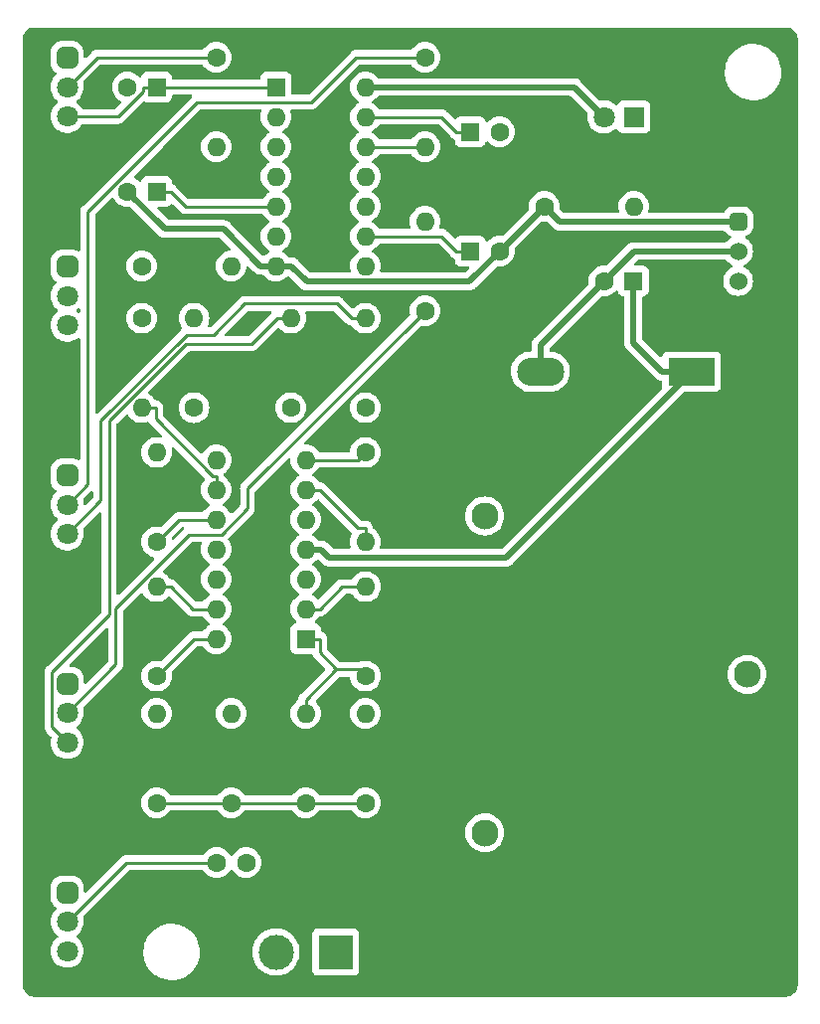
<source format=gbr>
%TF.GenerationSoftware,KiCad,Pcbnew,7.0.10*%
%TF.CreationDate,2024-02-02T19:11:57+01:00*%
%TF.ProjectId,lux106_1_1,6c757831-3036-45f3-915f-312e6b696361,rev?*%
%TF.SameCoordinates,Original*%
%TF.FileFunction,Copper,L2,Bot*%
%TF.FilePolarity,Positive*%
%FSLAX46Y46*%
G04 Gerber Fmt 4.6, Leading zero omitted, Abs format (unit mm)*
G04 Created by KiCad (PCBNEW 7.0.10) date 2024-02-02 19:11:57*
%MOMM*%
%LPD*%
G01*
G04 APERTURE LIST*
G04 Aperture macros list*
%AMRoundRect*
0 Rectangle with rounded corners*
0 $1 Rounding radius*
0 $2 $3 $4 $5 $6 $7 $8 $9 X,Y pos of 4 corners*
0 Add a 4 corners polygon primitive as box body*
4,1,4,$2,$3,$4,$5,$6,$7,$8,$9,$2,$3,0*
0 Add four circle primitives for the rounded corners*
1,1,$1+$1,$2,$3*
1,1,$1+$1,$4,$5*
1,1,$1+$1,$6,$7*
1,1,$1+$1,$8,$9*
0 Add four rect primitives between the rounded corners*
20,1,$1+$1,$2,$3,$4,$5,0*
20,1,$1+$1,$4,$5,$6,$7,0*
20,1,$1+$1,$6,$7,$8,$9,0*
20,1,$1+$1,$8,$9,$2,$3,0*%
G04 Aperture macros list end*
%TA.AperFunction,ComponentPad*%
%ADD10RoundRect,0.450000X0.450000X0.450000X-0.450000X0.450000X-0.450000X-0.450000X0.450000X-0.450000X0*%
%TD*%
%TA.AperFunction,ComponentPad*%
%ADD11C,1.800000*%
%TD*%
%TA.AperFunction,ComponentPad*%
%ADD12C,1.600000*%
%TD*%
%TA.AperFunction,ComponentPad*%
%ADD13O,1.600000X1.600000*%
%TD*%
%TA.AperFunction,ComponentPad*%
%ADD14R,3.000000X3.000000*%
%TD*%
%TA.AperFunction,ComponentPad*%
%ADD15C,3.000000*%
%TD*%
%TA.AperFunction,WasherPad*%
%ADD16C,2.300000*%
%TD*%
%TA.AperFunction,ComponentPad*%
%ADD17R,4.020000X2.410000*%
%TD*%
%TA.AperFunction,ComponentPad*%
%ADD18O,4.020000X2.410000*%
%TD*%
%TA.AperFunction,ComponentPad*%
%ADD19R,1.600000X1.600000*%
%TD*%
%TA.AperFunction,ComponentPad*%
%ADD20RoundRect,0.381000X-0.381000X-0.381000X0.381000X-0.381000X0.381000X0.381000X-0.381000X0.381000X0*%
%TD*%
%TA.AperFunction,ComponentPad*%
%ADD21C,1.524000*%
%TD*%
%TA.AperFunction,ComponentPad*%
%ADD22R,1.800000X1.800000*%
%TD*%
%TA.AperFunction,Conductor*%
%ADD23C,0.500000*%
%TD*%
%TA.AperFunction,Conductor*%
%ADD24C,0.250000*%
%TD*%
G04 APERTURE END LIST*
D10*
%TO.P,RV4,1,1*%
%TO.N,unconnected-(RV4-Pad1)*%
X81280000Y-91480000D03*
D11*
%TO.P,RV4,2,2*%
%TO.N,Net-(R4-Pad1)*%
X81280000Y-93980000D03*
%TO.P,RV4,3,3*%
%TO.N,Net-(C3-Pad1)*%
X81280000Y-96480000D03*
%TD*%
D10*
%TO.P,RV1,1,1*%
%TO.N,unconnected-(RV1-Pad1)*%
X81280000Y-73700000D03*
D11*
%TO.P,RV1,2,2*%
%TO.N,Net-(R2-Pad1)*%
X81280000Y-76200000D03*
%TO.P,RV1,3,3*%
%TO.N,Net-(C2-Pad1)*%
X81280000Y-78700000D03*
%TD*%
D12*
%TO.P,R6,1*%
%TO.N,Net-(U2C-+)*%
X88900000Y-97155000D03*
D13*
%TO.P,R6,2*%
%TO.N,Net-(C1-Pad1)*%
X88900000Y-89535000D03*
%TD*%
D14*
%TO.P,J1,1,Pin_1*%
%TO.N,GND*%
X104140000Y-132080000D03*
D15*
%TO.P,J1,2,Pin_2*%
%TO.N,Net-(J1-Pin_2)*%
X99060000Y-132080000D03*
%TD*%
D12*
%TO.P,R7,1*%
%TO.N,Net-(U2D-+)*%
X92075000Y-85725000D03*
D13*
%TO.P,R7,2*%
%TO.N,Net-(C2-Pad1)*%
X92075000Y-78105000D03*
%TD*%
D12*
%TO.P,R8,1*%
%TO.N,Net-(U2B-+)*%
X100330000Y-85725000D03*
D13*
%TO.P,R8,2*%
%TO.N,Net-(C4-Pad1)*%
X100330000Y-78105000D03*
%TD*%
D12*
%TO.P,C6,1*%
%TO.N,Net-(J1-Pin_2)*%
X96520000Y-124460000D03*
%TO.P,C6,2*%
%TO.N,Net-(C6-Pad2)*%
X94020000Y-124460000D03*
%TD*%
%TO.P,R3,1*%
%TO.N,Net-(R3-Pad1)*%
X111760000Y-77475000D03*
D13*
%TO.P,R3,2*%
%TO.N,Net-(R3-Pad2)*%
X111760000Y-69855000D03*
%TD*%
D12*
%TO.P,R16,1*%
%TO.N,Net-(R16-Pad1)*%
X106690000Y-108585000D03*
D13*
%TO.P,R16,2*%
%TO.N,Net-(U2A--)*%
X106690000Y-100965000D03*
%TD*%
D16*
%TO.P,BT1,*%
%TO.N,*%
X116840000Y-94950000D03*
X139190000Y-108440000D03*
X116840000Y-121920000D03*
D17*
%TO.P,BT1,1,+*%
%TO.N,VCC*%
X134460000Y-82660000D03*
D18*
%TO.P,BT1,2,-*%
%TO.N,Net-(BT1--)*%
X121580000Y-82660000D03*
%TD*%
D12*
%TO.P,R12,1*%
%TO.N,Net-(R12-Pad1)*%
X88900000Y-108585000D03*
D13*
%TO.P,R12,2*%
%TO.N,Net-(U2D--)*%
X88900000Y-100965000D03*
%TD*%
D19*
%TO.P,U2,1*%
%TO.N,Net-(R16-Pad1)*%
X101600000Y-105410000D03*
D13*
%TO.P,U2,2,-*%
%TO.N,Net-(U2A--)*%
X101600000Y-102870000D03*
%TO.P,U2,3,+*%
%TO.N,Net-(U2A-+)*%
X101600000Y-100330000D03*
%TO.P,U2,4,V+*%
%TO.N,VCC*%
X101600000Y-97790000D03*
%TO.P,U2,5,+*%
%TO.N,Net-(U2B-+)*%
X101600000Y-95250000D03*
%TO.P,U2,6,-*%
%TO.N,Net-(U2B--)*%
X101600000Y-92710000D03*
%TO.P,U2,7*%
%TO.N,Net-(R14-Pad1)*%
X101600000Y-90170000D03*
%TO.P,U2,8*%
%TO.N,Net-(R10-Pad1)*%
X93980000Y-90170000D03*
%TO.P,U2,9,-*%
%TO.N,Net-(U2C--)*%
X93980000Y-92710000D03*
%TO.P,U2,10,+*%
%TO.N,Net-(U2C-+)*%
X93980000Y-95250000D03*
%TO.P,U2,11,V-*%
%TO.N,GND*%
X93980000Y-97790000D03*
%TO.P,U2,12,+*%
%TO.N,Net-(U2D-+)*%
X93980000Y-100330000D03*
%TO.P,U2,13,-*%
%TO.N,Net-(U2D--)*%
X93980000Y-102870000D03*
%TO.P,U2,14*%
%TO.N,Net-(R12-Pad1)*%
X93980000Y-105410000D03*
%TD*%
D20*
%TO.P,SW2,1,A*%
%TO.N,GND*%
X138430000Y-69850000D03*
D21*
%TO.P,SW2,2,B*%
%TO.N,Net-(BT1--)*%
X138430000Y-72390000D03*
%TO.P,SW2,3,C*%
%TO.N,unconnected-(SW2-C-Pad3)*%
X138430000Y-74930000D03*
%TD*%
D10*
%TO.P,RV5,1,1*%
%TO.N,unconnected-(RV5-Pad1)*%
X81280000Y-127000000D03*
D11*
%TO.P,RV5,2,2*%
%TO.N,Net-(C6-Pad2)*%
X81280000Y-129500000D03*
%TO.P,RV5,3,3*%
%TO.N,OUT*%
X81280000Y-132000000D03*
%TD*%
D12*
%TO.P,R10,1*%
%TO.N,Net-(R10-Pad1)*%
X87630000Y-78105000D03*
D13*
%TO.P,R10,2*%
%TO.N,Net-(U2C--)*%
X87630000Y-85725000D03*
%TD*%
D12*
%TO.P,R5,1*%
%TO.N,GND*%
X121920000Y-68580000D03*
D13*
%TO.P,R5,2*%
%TO.N,Net-(D1-K)*%
X129540000Y-68580000D03*
%TD*%
D10*
%TO.P,RV3,1,1*%
%TO.N,unconnected-(RV3-Pad1)*%
X81280000Y-109220000D03*
D11*
%TO.P,RV3,2,2*%
%TO.N,Net-(R3-Pad1)*%
X81280000Y-111720000D03*
%TO.P,RV3,3,3*%
%TO.N,Net-(C4-Pad1)*%
X81280000Y-114220000D03*
%TD*%
D12*
%TO.P,R14,1*%
%TO.N,Net-(R14-Pad1)*%
X106680000Y-89535000D03*
D13*
%TO.P,R14,2*%
%TO.N,Net-(U2B--)*%
X106680000Y-97155000D03*
%TD*%
D19*
%TO.P,C4,1*%
%TO.N,Net-(C4-Pad1)*%
X115610000Y-72390000D03*
D12*
%TO.P,C4,2*%
%TO.N,GND*%
X118110000Y-72390000D03*
%TD*%
D19*
%TO.P,C2,1*%
%TO.N,Net-(C2-Pad1)*%
X88900000Y-67310000D03*
D12*
%TO.P,C2,2*%
%TO.N,GND*%
X86400000Y-67310000D03*
%TD*%
%TO.P,R2,1*%
%TO.N,Net-(R2-Pad1)*%
X87630000Y-73660000D03*
D13*
%TO.P,R2,2*%
%TO.N,Net-(R2-Pad2)*%
X95250000Y-73660000D03*
%TD*%
D12*
%TO.P,R9,1*%
%TO.N,Net-(U2A-+)*%
X106680000Y-85725000D03*
D13*
%TO.P,R9,2*%
%TO.N,Net-(C3-Pad1)*%
X106680000Y-78105000D03*
%TD*%
D19*
%TO.P,C3,1*%
%TO.N,Net-(C3-Pad1)*%
X115610000Y-62230000D03*
D12*
%TO.P,C3,2*%
%TO.N,GND*%
X118110000Y-62230000D03*
%TD*%
%TO.P,R17,1*%
%TO.N,OUT*%
X101600000Y-119380000D03*
D13*
%TO.P,R17,2*%
%TO.N,Net-(R16-Pad1)*%
X101600000Y-111760000D03*
%TD*%
D12*
%TO.P,R4,1*%
%TO.N,Net-(R4-Pad1)*%
X111760000Y-55885000D03*
D13*
%TO.P,R4,2*%
%TO.N,Net-(R4-Pad2)*%
X111760000Y-63505000D03*
%TD*%
D12*
%TO.P,R1,1*%
%TO.N,Net-(R1-Pad1)*%
X93980000Y-55885000D03*
D13*
%TO.P,R1,2*%
%TO.N,Net-(R1-Pad2)*%
X93980000Y-63505000D03*
%TD*%
D22*
%TO.P,D1,1,K*%
%TO.N,Net-(D1-K)*%
X129540000Y-60960000D03*
D11*
%TO.P,D1,2,A*%
%TO.N,VCC*%
X127000000Y-60960000D03*
%TD*%
D12*
%TO.P,R11,1*%
%TO.N,OUT*%
X95250000Y-119380000D03*
D13*
%TO.P,R11,2*%
%TO.N,Net-(R10-Pad1)*%
X95250000Y-111760000D03*
%TD*%
D12*
%TO.P,R15,1*%
%TO.N,OUT*%
X106690000Y-119380000D03*
D13*
%TO.P,R15,2*%
%TO.N,Net-(R14-Pad1)*%
X106690000Y-111760000D03*
%TD*%
D19*
%TO.P,C5,1*%
%TO.N,VCC*%
X129500000Y-74930000D03*
D12*
%TO.P,C5,2*%
%TO.N,Net-(BT1--)*%
X127000000Y-74930000D03*
%TD*%
D19*
%TO.P,C1,1*%
%TO.N,Net-(C1-Pad1)*%
X88900000Y-58420000D03*
D12*
%TO.P,C1,2*%
%TO.N,GND*%
X86400000Y-58420000D03*
%TD*%
D10*
%TO.P,RV2,1,1*%
%TO.N,unconnected-(RV2-Pad1)*%
X81280000Y-55920000D03*
D11*
%TO.P,RV2,2,2*%
%TO.N,Net-(R1-Pad1)*%
X81280000Y-58420000D03*
%TO.P,RV2,3,3*%
%TO.N,Net-(C1-Pad1)*%
X81280000Y-60920000D03*
%TD*%
D12*
%TO.P,R13,1*%
%TO.N,OUT*%
X88900000Y-119380000D03*
D13*
%TO.P,R13,2*%
%TO.N,Net-(R12-Pad1)*%
X88900000Y-111760000D03*
%TD*%
D19*
%TO.P,U1,1*%
%TO.N,Net-(C1-Pad1)*%
X99070000Y-58420000D03*
D13*
%TO.P,U1,2*%
%TO.N,Net-(R1-Pad2)*%
X99070000Y-60960000D03*
%TO.P,U1,3*%
%TO.N,unconnected-(U1-Pad3)*%
X99070000Y-63500000D03*
%TO.P,U1,4*%
%TO.N,unconnected-(U1-Pad4)*%
X99070000Y-66040000D03*
%TO.P,U1,5*%
%TO.N,Net-(C2-Pad1)*%
X99070000Y-68580000D03*
%TO.P,U1,6*%
%TO.N,Net-(R2-Pad2)*%
X99070000Y-71120000D03*
%TO.P,U1,7,VSS*%
%TO.N,GND*%
X99070000Y-73660000D03*
%TO.P,U1,8*%
%TO.N,Net-(R3-Pad2)*%
X106690000Y-73660000D03*
%TO.P,U1,9*%
%TO.N,Net-(C4-Pad1)*%
X106690000Y-71120000D03*
%TO.P,U1,10*%
%TO.N,unconnected-(U1-Pad10)*%
X106690000Y-68580000D03*
%TO.P,U1,11*%
%TO.N,unconnected-(U1-Pad11)*%
X106690000Y-66040000D03*
%TO.P,U1,12*%
%TO.N,Net-(R4-Pad2)*%
X106690000Y-63500000D03*
%TO.P,U1,13*%
%TO.N,Net-(C3-Pad1)*%
X106690000Y-60960000D03*
%TO.P,U1,14,VDD*%
%TO.N,VCC*%
X106690000Y-58420000D03*
%TD*%
D23*
%TO.N,Net-(BT1--)*%
X127000000Y-74930000D02*
X129540000Y-72390000D01*
X129540000Y-72390000D02*
X138430000Y-72390000D01*
X121580000Y-82660000D02*
X121580000Y-80350000D01*
X121580000Y-80350000D02*
X127000000Y-74930000D01*
%TO.N,VCC*%
X134460000Y-82660000D02*
X134460000Y-82710000D01*
X134460000Y-82710000D02*
X118682700Y-98487300D01*
X118682700Y-98487300D02*
X103599200Y-98487300D01*
X103599200Y-98487300D02*
X102901900Y-97790000D01*
X102901900Y-97790000D02*
X101600000Y-97790000D01*
D24*
%TO.N,Net-(C6-Pad2)*%
X86320000Y-124460000D02*
X81280000Y-129500000D01*
X94020000Y-124460000D02*
X86320000Y-124460000D01*
%TO.N,Net-(R16-Pad1)*%
X101600000Y-111760000D02*
X101600000Y-110583100D01*
X102776900Y-106586900D02*
X104186600Y-107996500D01*
X102776900Y-105410000D02*
X102776900Y-106586900D01*
X106101500Y-107996500D02*
X104186600Y-107996500D01*
X106690000Y-108585000D02*
X106101500Y-107996500D01*
X104186600Y-107996500D02*
X101600000Y-110583100D01*
X101600000Y-105410000D02*
X102776900Y-105410000D01*
%TO.N,Net-(R12-Pad1)*%
X92075000Y-105410000D02*
X88900000Y-108585000D01*
X93980000Y-105410000D02*
X92075000Y-105410000D01*
%TO.N,Net-(R14-Pad1)*%
X106045000Y-90170000D02*
X106680000Y-89535000D01*
X101600000Y-90170000D02*
X106045000Y-90170000D01*
%TO.N,Net-(U2B--)*%
X106045000Y-95978100D02*
X106680000Y-95978100D01*
X102776900Y-92710000D02*
X106045000Y-95978100D01*
X101600000Y-92710000D02*
X102776900Y-92710000D01*
X106680000Y-97155000D02*
X106680000Y-95978100D01*
%TO.N,Net-(U2A--)*%
X104681900Y-100965000D02*
X106690000Y-100965000D01*
X102776900Y-102870000D02*
X104681900Y-100965000D01*
X101600000Y-102870000D02*
X102776900Y-102870000D01*
%TO.N,Net-(R3-Pad1)*%
X85411800Y-107588200D02*
X81280000Y-111720000D01*
X85411800Y-102788800D02*
X85411800Y-107588200D01*
X91680600Y-96520000D02*
X85411800Y-102788800D01*
X94421600Y-96520000D02*
X91680600Y-96520000D01*
X96636600Y-94305000D02*
X94421600Y-96520000D01*
X96636600Y-92598400D02*
X96636600Y-94305000D01*
X111760000Y-77475000D02*
X96636600Y-92598400D01*
%TO.N,Net-(U2C--)*%
X88806900Y-86664800D02*
X88806900Y-85725000D01*
X93675200Y-91533100D02*
X88806900Y-86664800D01*
X93980000Y-91533100D02*
X93675200Y-91533100D01*
X93980000Y-92710000D02*
X93980000Y-91533100D01*
X87630000Y-85725000D02*
X88806900Y-85725000D01*
%TO.N,Net-(R4-Pad2)*%
X110578100Y-63500000D02*
X110583100Y-63505000D01*
X106690000Y-63500000D02*
X110578100Y-63500000D01*
X111760000Y-63505000D02*
X110583100Y-63505000D01*
%TO.N,Net-(R4-Pad1)*%
X83018000Y-92242000D02*
X81280000Y-93980000D01*
X83018000Y-69024800D02*
X83018000Y-92242000D01*
X92352900Y-59689900D02*
X83018000Y-69024800D01*
X102087900Y-59689900D02*
X92352900Y-59689900D01*
X105892800Y-55885000D02*
X102087900Y-59689900D01*
X111760000Y-55885000D02*
X105892800Y-55885000D01*
%TO.N,Net-(U2D--)*%
X91981900Y-102870000D02*
X90076900Y-100965000D01*
X93980000Y-102870000D02*
X91981900Y-102870000D01*
X88900000Y-100965000D02*
X90076900Y-100965000D01*
%TO.N,Net-(R1-Pad1)*%
X83815000Y-55885000D02*
X81280000Y-58420000D01*
X93980000Y-55885000D02*
X83815000Y-55885000D01*
%TO.N,Net-(U2C-+)*%
X90805000Y-95250000D02*
X88900000Y-97155000D01*
X93980000Y-95250000D02*
X90805000Y-95250000D01*
%TO.N,OUT*%
X106690000Y-119380000D02*
X101600000Y-119380000D01*
X88900000Y-119380000D02*
X95250000Y-119380000D01*
X95250000Y-119380000D02*
X101600000Y-119380000D01*
%TO.N,Net-(C4-Pad1)*%
X113163100Y-71120000D02*
X114433100Y-72390000D01*
X106690000Y-71120000D02*
X113163100Y-71120000D01*
X115610000Y-72390000D02*
X114433100Y-72390000D01*
X100330000Y-78105000D02*
X99153100Y-78105000D01*
X79984300Y-112924300D02*
X81280000Y-114220000D01*
X79984300Y-108217800D02*
X79984300Y-112924300D01*
X84841300Y-103360800D02*
X79984300Y-108217800D01*
X84841300Y-86843600D02*
X84841300Y-103360800D01*
X91399300Y-80285600D02*
X84841300Y-86843600D01*
X96972500Y-80285600D02*
X91399300Y-80285600D01*
X99153100Y-78105000D02*
X96972500Y-80285600D01*
%TO.N,Net-(C3-Pad1)*%
X113163100Y-60960000D02*
X114433100Y-62230000D01*
X106690000Y-60960000D02*
X113163100Y-60960000D01*
X115610000Y-62230000D02*
X114433100Y-62230000D01*
X106680000Y-78105000D02*
X105503100Y-78105000D01*
X104254700Y-76856600D02*
X105503100Y-78105000D01*
X96414500Y-76856600D02*
X104254700Y-76856600D01*
X93737400Y-79533700D02*
X96414500Y-76856600D01*
X91441400Y-79533700D02*
X93737400Y-79533700D01*
X84127100Y-86848000D02*
X91441400Y-79533700D01*
X84127100Y-93632900D02*
X84127100Y-86848000D01*
X81280000Y-96480000D02*
X84127100Y-93632900D01*
%TO.N,Net-(C2-Pad1)*%
X91346900Y-68580000D02*
X90076900Y-67310000D01*
X99070000Y-68580000D02*
X91346900Y-68580000D01*
X88900000Y-67310000D02*
X90076900Y-67310000D01*
D23*
%TO.N,GND*%
X99070000Y-73660000D02*
X100371900Y-73660000D01*
X94625200Y-70517100D02*
X97768100Y-73660000D01*
X89607100Y-70517100D02*
X94625200Y-70517100D01*
X86400000Y-67310000D02*
X89607100Y-70517100D01*
X99070000Y-73660000D02*
X97768100Y-73660000D01*
X115525700Y-74974300D02*
X118110000Y-72390000D01*
X101686200Y-74974300D02*
X115525700Y-74974300D01*
X100371900Y-73660000D02*
X101686200Y-74974300D01*
X123259500Y-69919500D02*
X121920000Y-68580000D01*
X138360500Y-69919500D02*
X123259500Y-69919500D01*
X138430000Y-69850000D02*
X138360500Y-69919500D01*
X118110000Y-72390000D02*
X121920000Y-68580000D01*
D24*
%TO.N,Net-(C1-Pad1)*%
X85590900Y-60920000D02*
X81280000Y-60920000D01*
X87723100Y-58787800D02*
X85590900Y-60920000D01*
X87723100Y-58420000D02*
X87723100Y-58787800D01*
X88900000Y-58420000D02*
X87723100Y-58420000D01*
X99070000Y-58420000D02*
X88900000Y-58420000D01*
D23*
%TO.N,VCC*%
X124460000Y-58420000D02*
X127000000Y-60960000D01*
X106690000Y-58420000D02*
X124460000Y-58420000D01*
X134460000Y-82660000D02*
X131948100Y-82660000D01*
X129500000Y-80211900D02*
X131948100Y-82660000D01*
X129500000Y-74930000D02*
X129500000Y-80211900D01*
%TD*%
%TA.AperFunction,NonConductor*%
G36*
X142516061Y-53340597D02*
G01*
X142692941Y-53358018D01*
X142716769Y-53362757D01*
X142881001Y-53412576D01*
X142903453Y-53421877D01*
X143054798Y-53502772D01*
X143075010Y-53516277D01*
X143207666Y-53625145D01*
X143224854Y-53642333D01*
X143333722Y-53774989D01*
X143347227Y-53795201D01*
X143428121Y-53946543D01*
X143437424Y-53969001D01*
X143487240Y-54133224D01*
X143491982Y-54157065D01*
X143509403Y-54333938D01*
X143510000Y-54346092D01*
X143510000Y-134883907D01*
X143509403Y-134896061D01*
X143491982Y-135072934D01*
X143487240Y-135096775D01*
X143437424Y-135260998D01*
X143428121Y-135283456D01*
X143347227Y-135434798D01*
X143333722Y-135455010D01*
X143224854Y-135587666D01*
X143207666Y-135604854D01*
X143075010Y-135713722D01*
X143054798Y-135727227D01*
X142903456Y-135808121D01*
X142880998Y-135817424D01*
X142716775Y-135867240D01*
X142692934Y-135871982D01*
X142516061Y-135889403D01*
X142503907Y-135890000D01*
X78476093Y-135890000D01*
X78463939Y-135889403D01*
X78287065Y-135871982D01*
X78263224Y-135867240D01*
X78099001Y-135817424D01*
X78076543Y-135808121D01*
X77925201Y-135727227D01*
X77904989Y-135713722D01*
X77772333Y-135604854D01*
X77755145Y-135587666D01*
X77646277Y-135455010D01*
X77632772Y-135434798D01*
X77551878Y-135283456D01*
X77542575Y-135260998D01*
X77492757Y-135096769D01*
X77488018Y-135072941D01*
X77470597Y-134896061D01*
X77470000Y-134883907D01*
X77470000Y-132000005D01*
X79866673Y-132000005D01*
X79885948Y-132232622D01*
X79943251Y-132458907D01*
X80037015Y-132672668D01*
X80164686Y-132868084D01*
X80322776Y-133039814D01*
X80322780Y-133039818D01*
X80506983Y-133183190D01*
X80506985Y-133183191D01*
X80506988Y-133183193D01*
X80626331Y-133247777D01*
X80712273Y-133294287D01*
X80807463Y-133326966D01*
X80933045Y-133370079D01*
X80933047Y-133370079D01*
X80933049Y-133370080D01*
X81163288Y-133408500D01*
X81163289Y-133408500D01*
X81396711Y-133408500D01*
X81396712Y-133408500D01*
X81626951Y-133370080D01*
X81847727Y-133294287D01*
X82053017Y-133183190D01*
X82237220Y-133039818D01*
X82395314Y-132868083D01*
X82522984Y-132672669D01*
X82616749Y-132458907D01*
X82674051Y-132232626D01*
X82686698Y-132080000D01*
X82693087Y-132002903D01*
X87765793Y-132002903D01*
X87775672Y-132310970D01*
X87775672Y-132310975D01*
X87775673Y-132310978D01*
X87824867Y-132615261D01*
X87869137Y-132764419D01*
X87912571Y-132910763D01*
X88037333Y-133192601D01*
X88037337Y-133192609D01*
X88197123Y-133456193D01*
X88197127Y-133456198D01*
X88197133Y-133456207D01*
X88389297Y-133697174D01*
X88389299Y-133697176D01*
X88389303Y-133697180D01*
X88389304Y-133697181D01*
X88610724Y-133911614D01*
X88770540Y-134030888D01*
X88857741Y-134095968D01*
X88857743Y-134095969D01*
X88857747Y-134095972D01*
X89126318Y-134247228D01*
X89267057Y-134304207D01*
X89412018Y-134362897D01*
X89412023Y-134362898D01*
X89412025Y-134362899D01*
X89710179Y-134441084D01*
X90015883Y-134480500D01*
X90015890Y-134480500D01*
X90246971Y-134480500D01*
X90246974Y-134480500D01*
X90246978Y-134480499D01*
X90246996Y-134480499D01*
X90349700Y-134473904D01*
X90477601Y-134465693D01*
X90780151Y-134406772D01*
X91072683Y-134309644D01*
X91072689Y-134309640D01*
X91072693Y-134309640D01*
X91263571Y-134217717D01*
X91350393Y-134175907D01*
X91608720Y-134007754D01*
X91843424Y-133807948D01*
X92050650Y-133579769D01*
X92226996Y-133326963D01*
X92369567Y-133053683D01*
X92476020Y-132764415D01*
X92544609Y-132463908D01*
X92574206Y-132157098D01*
X92571734Y-132080000D01*
X97046807Y-132080000D01*
X97065557Y-132354130D01*
X97065558Y-132354132D01*
X97121458Y-132623141D01*
X97121463Y-132623158D01*
X97213476Y-132882056D01*
X97339889Y-133126024D01*
X97339893Y-133126030D01*
X97498340Y-133350499D01*
X97498343Y-133350502D01*
X97685889Y-133551314D01*
X97899031Y-133724718D01*
X97899033Y-133724719D01*
X97899034Y-133724720D01*
X98133801Y-133867485D01*
X98235388Y-133911610D01*
X98385823Y-133976953D01*
X98650404Y-134051085D01*
X98875245Y-134081989D01*
X98922614Y-134088500D01*
X98922615Y-134088500D01*
X99197386Y-134088500D01*
X99244755Y-134081989D01*
X99469596Y-134051085D01*
X99734177Y-133976953D01*
X99986200Y-133867484D01*
X100220969Y-133724718D01*
X100339047Y-133628654D01*
X102131500Y-133628654D01*
X102138011Y-133689202D01*
X102138011Y-133689204D01*
X102182300Y-133807943D01*
X102189111Y-133826204D01*
X102276739Y-133943261D01*
X102393796Y-134030889D01*
X102530799Y-134081989D01*
X102558050Y-134084918D01*
X102591345Y-134088499D01*
X102591362Y-134088500D01*
X105688638Y-134088500D01*
X105688654Y-134088499D01*
X105715692Y-134085591D01*
X105749201Y-134081989D01*
X105886204Y-134030889D01*
X106003261Y-133943261D01*
X106090889Y-133826204D01*
X106139013Y-133697181D01*
X106141988Y-133689204D01*
X106141988Y-133689203D01*
X106141989Y-133689201D01*
X106145591Y-133655692D01*
X106148499Y-133628654D01*
X106148500Y-133628637D01*
X106148500Y-130531362D01*
X106148499Y-130531345D01*
X106145157Y-130500270D01*
X106141989Y-130470799D01*
X106139014Y-130462823D01*
X106103678Y-130368084D01*
X106090889Y-130333796D01*
X106003261Y-130216739D01*
X105886204Y-130129111D01*
X105832060Y-130108916D01*
X105749203Y-130078011D01*
X105688654Y-130071500D01*
X105688638Y-130071500D01*
X102591362Y-130071500D01*
X102591345Y-130071500D01*
X102530797Y-130078011D01*
X102530795Y-130078011D01*
X102393795Y-130129111D01*
X102276739Y-130216739D01*
X102189111Y-130333795D01*
X102138011Y-130470795D01*
X102138011Y-130470797D01*
X102131500Y-130531345D01*
X102131500Y-133628654D01*
X100339047Y-133628654D01*
X100434111Y-133551314D01*
X100621657Y-133350502D01*
X100780111Y-133126023D01*
X100906523Y-132882058D01*
X100998538Y-132623153D01*
X100998539Y-132623146D01*
X100998541Y-132623141D01*
X101032669Y-132458907D01*
X101054442Y-132354130D01*
X101073193Y-132080000D01*
X101054442Y-131805870D01*
X101031629Y-131696089D01*
X100998541Y-131536858D01*
X100998536Y-131536841D01*
X100948333Y-131395585D01*
X100906523Y-131277942D01*
X100780111Y-131033977D01*
X100780110Y-131033975D01*
X100780106Y-131033969D01*
X100621659Y-130809500D01*
X100592829Y-130778631D01*
X100434111Y-130608686D01*
X100220969Y-130435282D01*
X100220967Y-130435281D01*
X100220965Y-130435279D01*
X99986198Y-130292514D01*
X99734178Y-130183047D01*
X99469602Y-130108916D01*
X99469597Y-130108915D01*
X99469596Y-130108915D01*
X99333490Y-130090207D01*
X99197386Y-130071500D01*
X99197385Y-130071500D01*
X98922615Y-130071500D01*
X98922614Y-130071500D01*
X98650404Y-130108915D01*
X98650397Y-130108916D01*
X98385821Y-130183047D01*
X98133801Y-130292514D01*
X97899034Y-130435279D01*
X97685892Y-130608683D01*
X97498340Y-130809500D01*
X97339893Y-131033969D01*
X97339889Y-131033975D01*
X97213476Y-131277943D01*
X97121463Y-131536841D01*
X97121458Y-131536858D01*
X97065558Y-131805867D01*
X97065557Y-131805869D01*
X97046807Y-132080000D01*
X92571734Y-132080000D01*
X92564327Y-131849022D01*
X92515133Y-131544739D01*
X92427431Y-131249244D01*
X92427429Y-131249239D01*
X92427428Y-131249236D01*
X92302666Y-130967398D01*
X92302663Y-130967391D01*
X92142877Y-130703807D01*
X92142870Y-130703799D01*
X92142866Y-130703792D01*
X91950702Y-130462825D01*
X91950700Y-130462823D01*
X91729279Y-130248389D01*
X91729276Y-130248386D01*
X91600450Y-130152241D01*
X91482258Y-130064031D01*
X91482253Y-130064028D01*
X91213682Y-129912772D01*
X91176383Y-129897671D01*
X90927981Y-129797102D01*
X90760660Y-129753226D01*
X90629821Y-129718916D01*
X90324117Y-129679500D01*
X90093026Y-129679500D01*
X90093003Y-129679500D01*
X89862406Y-129694306D01*
X89862389Y-129694308D01*
X89559854Y-129753226D01*
X89559849Y-129753228D01*
X89267310Y-129850358D01*
X89267306Y-129850359D01*
X88989613Y-129984089D01*
X88989605Y-129984094D01*
X88731286Y-130152241D01*
X88731276Y-130152248D01*
X88496581Y-130352046D01*
X88496571Y-130352056D01*
X88289354Y-130580225D01*
X88289350Y-130580229D01*
X88113005Y-130833033D01*
X88113003Y-130833037D01*
X87970432Y-131106319D01*
X87970429Y-131106326D01*
X87863981Y-131395580D01*
X87863979Y-131395590D01*
X87795391Y-131696089D01*
X87765794Y-132002902D01*
X87765793Y-132002903D01*
X82693087Y-132002903D01*
X82693327Y-132000005D01*
X82693327Y-131999994D01*
X82674051Y-131767377D01*
X82674051Y-131767374D01*
X82616749Y-131541093D01*
X82522984Y-131327331D01*
X82395314Y-131131917D01*
X82395313Y-131131915D01*
X82237223Y-130960185D01*
X82237222Y-130960184D01*
X82237220Y-130960182D01*
X82092899Y-130847851D01*
X82052088Y-130791143D01*
X82048413Y-130721370D01*
X82083045Y-130660687D01*
X82092893Y-130652152D01*
X82237220Y-130539818D01*
X82395314Y-130368083D01*
X82522984Y-130172669D01*
X82616749Y-129958907D01*
X82674051Y-129732626D01*
X82693327Y-129500000D01*
X82674051Y-129267374D01*
X82637694Y-129123804D01*
X82640319Y-129053984D01*
X82670217Y-129005685D01*
X86546085Y-125129819D01*
X86607408Y-125096334D01*
X86633766Y-125093500D01*
X92801648Y-125093500D01*
X92868687Y-125113185D01*
X92903220Y-125146373D01*
X93013802Y-125304300D01*
X93175700Y-125466198D01*
X93363251Y-125597523D01*
X93487142Y-125655294D01*
X93570750Y-125694281D01*
X93570752Y-125694281D01*
X93570757Y-125694284D01*
X93791913Y-125753543D01*
X93954832Y-125767796D01*
X94019998Y-125773498D01*
X94020000Y-125773498D01*
X94020002Y-125773498D01*
X94077021Y-125768509D01*
X94248087Y-125753543D01*
X94469243Y-125694284D01*
X94676749Y-125597523D01*
X94864300Y-125466198D01*
X95026198Y-125304300D01*
X95157523Y-125116749D01*
X95157616Y-125116548D01*
X95157680Y-125116475D01*
X95160228Y-125112063D01*
X95161114Y-125112574D01*
X95203785Y-125064108D01*
X95270978Y-125044953D01*
X95337860Y-125065165D01*
X95378922Y-125112553D01*
X95379772Y-125112063D01*
X95382317Y-125116471D01*
X95382383Y-125116547D01*
X95382477Y-125116749D01*
X95513802Y-125304300D01*
X95675700Y-125466198D01*
X95863251Y-125597523D01*
X95987142Y-125655294D01*
X96070750Y-125694281D01*
X96070752Y-125694281D01*
X96070757Y-125694284D01*
X96291913Y-125753543D01*
X96454832Y-125767796D01*
X96519998Y-125773498D01*
X96520000Y-125773498D01*
X96520002Y-125773498D01*
X96577021Y-125768509D01*
X96748087Y-125753543D01*
X96969243Y-125694284D01*
X97176749Y-125597523D01*
X97364300Y-125466198D01*
X97526198Y-125304300D01*
X97657523Y-125116749D01*
X97754284Y-124909243D01*
X97813543Y-124688087D01*
X97833498Y-124460000D01*
X97813543Y-124231913D01*
X97754284Y-124010757D01*
X97746716Y-123994528D01*
X97683980Y-123859989D01*
X97657523Y-123803251D01*
X97526198Y-123615700D01*
X97364300Y-123453802D01*
X97176749Y-123322477D01*
X97176745Y-123322475D01*
X96969249Y-123225718D01*
X96969238Y-123225714D01*
X96748089Y-123166457D01*
X96748081Y-123166456D01*
X96520002Y-123146502D01*
X96519998Y-123146502D01*
X96291918Y-123166456D01*
X96291910Y-123166457D01*
X96070761Y-123225714D01*
X96070750Y-123225718D01*
X95863254Y-123322475D01*
X95863252Y-123322476D01*
X95863251Y-123322477D01*
X95675700Y-123453802D01*
X95675698Y-123453803D01*
X95675695Y-123453806D01*
X95513806Y-123615695D01*
X95382477Y-123803250D01*
X95382431Y-123803347D01*
X95382379Y-123803459D01*
X95382313Y-123803534D01*
X95379772Y-123807937D01*
X95378886Y-123807426D01*
X95336207Y-123855896D01*
X95269013Y-123875046D01*
X95202132Y-123854828D01*
X95161075Y-123807447D01*
X95160228Y-123807937D01*
X95157688Y-123803538D01*
X95157620Y-123803459D01*
X95157523Y-123803251D01*
X95026198Y-123615700D01*
X94864300Y-123453802D01*
X94676749Y-123322477D01*
X94676745Y-123322475D01*
X94469249Y-123225718D01*
X94469238Y-123225714D01*
X94248089Y-123166457D01*
X94248081Y-123166456D01*
X94020002Y-123146502D01*
X94019998Y-123146502D01*
X93791918Y-123166456D01*
X93791910Y-123166457D01*
X93570761Y-123225714D01*
X93570750Y-123225718D01*
X93363254Y-123322475D01*
X93363252Y-123322476D01*
X93363251Y-123322477D01*
X93175700Y-123453802D01*
X93175698Y-123453803D01*
X93175695Y-123453806D01*
X93013806Y-123615695D01*
X93013803Y-123615698D01*
X93013802Y-123615700D01*
X92903220Y-123773625D01*
X92848646Y-123817249D01*
X92801648Y-123826500D01*
X86403629Y-123826500D01*
X86387886Y-123824761D01*
X86387861Y-123825033D01*
X86380093Y-123824298D01*
X86312001Y-123826439D01*
X86308106Y-123826500D01*
X86280143Y-123826500D01*
X86276031Y-123827019D01*
X86264402Y-123827934D01*
X86220111Y-123829326D01*
X86220108Y-123829327D01*
X86200505Y-123835022D01*
X86181459Y-123838966D01*
X86161203Y-123841526D01*
X86161201Y-123841526D01*
X86161199Y-123841527D01*
X86119998Y-123857839D01*
X86108951Y-123861621D01*
X86066406Y-123873982D01*
X86048833Y-123884374D01*
X86031370Y-123892929D01*
X86012385Y-123900446D01*
X86012384Y-123900447D01*
X85976543Y-123926487D01*
X85966781Y-123932899D01*
X85928637Y-123955458D01*
X85914196Y-123969898D01*
X85899408Y-123982527D01*
X85882897Y-123994523D01*
X85882892Y-123994528D01*
X85854652Y-124028663D01*
X85846792Y-124037301D01*
X82900181Y-126983913D01*
X82838858Y-127017398D01*
X82769166Y-127012414D01*
X82713233Y-126970542D01*
X82688816Y-126905078D01*
X82688500Y-126896232D01*
X82688500Y-126494410D01*
X82688500Y-126494404D01*
X82678331Y-126380030D01*
X82624704Y-126192611D01*
X82534448Y-126019824D01*
X82511705Y-125991933D01*
X82411257Y-125868742D01*
X82260176Y-125745552D01*
X82087385Y-125655294D01*
X81975089Y-125623163D01*
X81899970Y-125601669D01*
X81899967Y-125601668D01*
X81899965Y-125601668D01*
X81830237Y-125595469D01*
X81785596Y-125591500D01*
X80774404Y-125591500D01*
X80740923Y-125594476D01*
X80660034Y-125601668D01*
X80660031Y-125601668D01*
X80660030Y-125601669D01*
X80622470Y-125612416D01*
X80472614Y-125655294D01*
X80299823Y-125745552D01*
X80148742Y-125868742D01*
X80025552Y-126019823D01*
X79935294Y-126192614D01*
X79881669Y-126380031D01*
X79881668Y-126380034D01*
X79871500Y-126494407D01*
X79871500Y-127505592D01*
X79881668Y-127619965D01*
X79881668Y-127619967D01*
X79881669Y-127619970D01*
X79903163Y-127695089D01*
X79935294Y-127807385D01*
X80025552Y-127980176D01*
X80148742Y-128131257D01*
X80238713Y-128204618D01*
X80299824Y-128254448D01*
X80300783Y-128254948D01*
X80301212Y-128255362D01*
X80305073Y-128257907D01*
X80304598Y-128258626D01*
X80351088Y-128303434D01*
X80367195Y-128371422D01*
X80343988Y-128437325D01*
X80325957Y-128456055D01*
X80326556Y-128456706D01*
X80322776Y-128460185D01*
X80164686Y-128631915D01*
X80037015Y-128827331D01*
X79943251Y-129041092D01*
X79885948Y-129267377D01*
X79866673Y-129499994D01*
X79866673Y-129500005D01*
X79885948Y-129732622D01*
X79943251Y-129958907D01*
X80037015Y-130172668D01*
X80164686Y-130368084D01*
X80322776Y-130539814D01*
X80322781Y-130539819D01*
X80467099Y-130652147D01*
X80507912Y-130708857D01*
X80511585Y-130778631D01*
X80476954Y-130839314D01*
X80467099Y-130847853D01*
X80322781Y-130960180D01*
X80322776Y-130960185D01*
X80164686Y-131131915D01*
X80037015Y-131327331D01*
X79943251Y-131541092D01*
X79885948Y-131767377D01*
X79866673Y-131999994D01*
X79866673Y-132000005D01*
X77470000Y-132000005D01*
X77470000Y-121920000D01*
X115176372Y-121920000D01*
X115196854Y-122180249D01*
X115257796Y-122434089D01*
X115257797Y-122434091D01*
X115357696Y-122675271D01*
X115494095Y-122897853D01*
X115494098Y-122897858D01*
X115570949Y-122987839D01*
X115663637Y-123096363D01*
X115722343Y-123146502D01*
X115862141Y-123265901D01*
X115862146Y-123265904D01*
X116084728Y-123402303D01*
X116169998Y-123437622D01*
X116325911Y-123502204D01*
X116579751Y-123563146D01*
X116840000Y-123583628D01*
X117100249Y-123563146D01*
X117354089Y-123502204D01*
X117595271Y-123402303D01*
X117817856Y-123265903D01*
X118016363Y-123096363D01*
X118185903Y-122897856D01*
X118322303Y-122675271D01*
X118422204Y-122434089D01*
X118483146Y-122180249D01*
X118503628Y-121920000D01*
X118483146Y-121659751D01*
X118422204Y-121405911D01*
X118322303Y-121164729D01*
X118322303Y-121164728D01*
X118185904Y-120942146D01*
X118185901Y-120942141D01*
X118124885Y-120870701D01*
X118016363Y-120743637D01*
X117907839Y-120650949D01*
X117817858Y-120574098D01*
X117817853Y-120574095D01*
X117595271Y-120437696D01*
X117354091Y-120337797D01*
X117354089Y-120337796D01*
X117180445Y-120296107D01*
X117100250Y-120276854D01*
X116840000Y-120256372D01*
X116579749Y-120276854D01*
X116419357Y-120315361D01*
X116325911Y-120337796D01*
X116325909Y-120337796D01*
X116325908Y-120337797D01*
X116084728Y-120437696D01*
X115862146Y-120574095D01*
X115862141Y-120574098D01*
X115663637Y-120743637D01*
X115494098Y-120942141D01*
X115494095Y-120942146D01*
X115357696Y-121164728D01*
X115257797Y-121405908D01*
X115257796Y-121405911D01*
X115196854Y-121659751D01*
X115176372Y-121920000D01*
X77470000Y-121920000D01*
X77470000Y-119380001D01*
X87586502Y-119380001D01*
X87606456Y-119608081D01*
X87606457Y-119608089D01*
X87665714Y-119829238D01*
X87665718Y-119829249D01*
X87760815Y-120033185D01*
X87762477Y-120036749D01*
X87893802Y-120224300D01*
X88055700Y-120386198D01*
X88243251Y-120517523D01*
X88364571Y-120574095D01*
X88450750Y-120614281D01*
X88450752Y-120614281D01*
X88450757Y-120614284D01*
X88671913Y-120673543D01*
X88834832Y-120687796D01*
X88899998Y-120693498D01*
X88900000Y-120693498D01*
X88900002Y-120693498D01*
X88957021Y-120688509D01*
X89128087Y-120673543D01*
X89349243Y-120614284D01*
X89556749Y-120517523D01*
X89744300Y-120386198D01*
X89906198Y-120224300D01*
X90016779Y-120066374D01*
X90071354Y-120022751D01*
X90118352Y-120013500D01*
X94031648Y-120013500D01*
X94098687Y-120033185D01*
X94133220Y-120066373D01*
X94243802Y-120224300D01*
X94405700Y-120386198D01*
X94593251Y-120517523D01*
X94714571Y-120574095D01*
X94800750Y-120614281D01*
X94800752Y-120614281D01*
X94800757Y-120614284D01*
X95021913Y-120673543D01*
X95184832Y-120687796D01*
X95249998Y-120693498D01*
X95250000Y-120693498D01*
X95250002Y-120693498D01*
X95307021Y-120688509D01*
X95478087Y-120673543D01*
X95699243Y-120614284D01*
X95906749Y-120517523D01*
X96094300Y-120386198D01*
X96256198Y-120224300D01*
X96366779Y-120066374D01*
X96421354Y-120022751D01*
X96468352Y-120013500D01*
X100381648Y-120013500D01*
X100448687Y-120033185D01*
X100483220Y-120066373D01*
X100593802Y-120224300D01*
X100755700Y-120386198D01*
X100943251Y-120517523D01*
X101064571Y-120574095D01*
X101150750Y-120614281D01*
X101150752Y-120614281D01*
X101150757Y-120614284D01*
X101371913Y-120673543D01*
X101534832Y-120687796D01*
X101599998Y-120693498D01*
X101600000Y-120693498D01*
X101600002Y-120693498D01*
X101657021Y-120688509D01*
X101828087Y-120673543D01*
X102049243Y-120614284D01*
X102256749Y-120517523D01*
X102444300Y-120386198D01*
X102606198Y-120224300D01*
X102716779Y-120066374D01*
X102771354Y-120022751D01*
X102818352Y-120013500D01*
X105471648Y-120013500D01*
X105538687Y-120033185D01*
X105573220Y-120066373D01*
X105683802Y-120224300D01*
X105845700Y-120386198D01*
X106033251Y-120517523D01*
X106154571Y-120574095D01*
X106240750Y-120614281D01*
X106240752Y-120614281D01*
X106240757Y-120614284D01*
X106461913Y-120673543D01*
X106624832Y-120687796D01*
X106689998Y-120693498D01*
X106690000Y-120693498D01*
X106690002Y-120693498D01*
X106747021Y-120688509D01*
X106918087Y-120673543D01*
X107139243Y-120614284D01*
X107346749Y-120517523D01*
X107534300Y-120386198D01*
X107696198Y-120224300D01*
X107827523Y-120036749D01*
X107924284Y-119829243D01*
X107983543Y-119608087D01*
X108003498Y-119380000D01*
X107983543Y-119151913D01*
X107924284Y-118930757D01*
X107827523Y-118723251D01*
X107696198Y-118535700D01*
X107534300Y-118373802D01*
X107346749Y-118242477D01*
X107346745Y-118242475D01*
X107139249Y-118145718D01*
X107139238Y-118145714D01*
X106918089Y-118086457D01*
X106918081Y-118086456D01*
X106690002Y-118066502D01*
X106689998Y-118066502D01*
X106461918Y-118086456D01*
X106461910Y-118086457D01*
X106240761Y-118145714D01*
X106240750Y-118145718D01*
X106033254Y-118242475D01*
X106033252Y-118242476D01*
X106033251Y-118242477D01*
X105845700Y-118373802D01*
X105845698Y-118373803D01*
X105845695Y-118373806D01*
X105683806Y-118535695D01*
X105683803Y-118535698D01*
X105683802Y-118535700D01*
X105573220Y-118693625D01*
X105518646Y-118737249D01*
X105471648Y-118746500D01*
X102818352Y-118746500D01*
X102751313Y-118726815D01*
X102716779Y-118693626D01*
X102606198Y-118535700D01*
X102444300Y-118373802D01*
X102256749Y-118242477D01*
X102256745Y-118242475D01*
X102049249Y-118145718D01*
X102049238Y-118145714D01*
X101828089Y-118086457D01*
X101828081Y-118086456D01*
X101600002Y-118066502D01*
X101599998Y-118066502D01*
X101371918Y-118086456D01*
X101371910Y-118086457D01*
X101150761Y-118145714D01*
X101150750Y-118145718D01*
X100943254Y-118242475D01*
X100943252Y-118242476D01*
X100943251Y-118242477D01*
X100755700Y-118373802D01*
X100755698Y-118373803D01*
X100755695Y-118373806D01*
X100593806Y-118535695D01*
X100593803Y-118535698D01*
X100593802Y-118535700D01*
X100483220Y-118693625D01*
X100428646Y-118737249D01*
X100381648Y-118746500D01*
X96468352Y-118746500D01*
X96401313Y-118726815D01*
X96366779Y-118693626D01*
X96256198Y-118535700D01*
X96094300Y-118373802D01*
X95906749Y-118242477D01*
X95906745Y-118242475D01*
X95699249Y-118145718D01*
X95699238Y-118145714D01*
X95478089Y-118086457D01*
X95478081Y-118086456D01*
X95250002Y-118066502D01*
X95249998Y-118066502D01*
X95021918Y-118086456D01*
X95021910Y-118086457D01*
X94800761Y-118145714D01*
X94800750Y-118145718D01*
X94593254Y-118242475D01*
X94593252Y-118242476D01*
X94593251Y-118242477D01*
X94405700Y-118373802D01*
X94405698Y-118373803D01*
X94405695Y-118373806D01*
X94243806Y-118535695D01*
X94243803Y-118535698D01*
X94243802Y-118535700D01*
X94133220Y-118693625D01*
X94078646Y-118737249D01*
X94031648Y-118746500D01*
X90118352Y-118746500D01*
X90051313Y-118726815D01*
X90016779Y-118693626D01*
X89906198Y-118535700D01*
X89744300Y-118373802D01*
X89556749Y-118242477D01*
X89556745Y-118242475D01*
X89349249Y-118145718D01*
X89349238Y-118145714D01*
X89128089Y-118086457D01*
X89128081Y-118086456D01*
X88900002Y-118066502D01*
X88899998Y-118066502D01*
X88671918Y-118086456D01*
X88671910Y-118086457D01*
X88450761Y-118145714D01*
X88450750Y-118145718D01*
X88243254Y-118242475D01*
X88243252Y-118242476D01*
X88243251Y-118242477D01*
X88055700Y-118373802D01*
X88055698Y-118373803D01*
X88055695Y-118373806D01*
X87893806Y-118535695D01*
X87762476Y-118723252D01*
X87762475Y-118723254D01*
X87665718Y-118930750D01*
X87665714Y-118930761D01*
X87606457Y-119151910D01*
X87606456Y-119151918D01*
X87586502Y-119379998D01*
X87586502Y-119380001D01*
X77470000Y-119380001D01*
X77470000Y-108197742D01*
X79346080Y-108197742D01*
X79350250Y-108241857D01*
X79350800Y-108253526D01*
X79350800Y-112840666D01*
X79349061Y-112856413D01*
X79349332Y-112856439D01*
X79348598Y-112864205D01*
X79350739Y-112932316D01*
X79350800Y-112936212D01*
X79350800Y-112964159D01*
X79351318Y-112968258D01*
X79352234Y-112979898D01*
X79353626Y-113024189D01*
X79353627Y-113024191D01*
X79359322Y-113043795D01*
X79363267Y-113062842D01*
X79365826Y-113083097D01*
X79365827Y-113083100D01*
X79365828Y-113083104D01*
X79382138Y-113124300D01*
X79385921Y-113135349D01*
X79398281Y-113177892D01*
X79408672Y-113195462D01*
X79417232Y-113212935D01*
X79424747Y-113231917D01*
X79450791Y-113267763D01*
X79457205Y-113277527D01*
X79479758Y-113315662D01*
X79479762Y-113315666D01*
X79494189Y-113330093D01*
X79506826Y-113344888D01*
X79518828Y-113361407D01*
X79551507Y-113388442D01*
X79552968Y-113389650D01*
X79561609Y-113397513D01*
X79889780Y-113725684D01*
X79923265Y-113787007D01*
X79922305Y-113843805D01*
X79885948Y-113987377D01*
X79866673Y-114219994D01*
X79866673Y-114220005D01*
X79885948Y-114452622D01*
X79943251Y-114678907D01*
X80037015Y-114892668D01*
X80164686Y-115088084D01*
X80322776Y-115259814D01*
X80322780Y-115259818D01*
X80506983Y-115403190D01*
X80506985Y-115403191D01*
X80506988Y-115403193D01*
X80626331Y-115467777D01*
X80712273Y-115514287D01*
X80826914Y-115553643D01*
X80933045Y-115590079D01*
X80933047Y-115590079D01*
X80933049Y-115590080D01*
X81163288Y-115628500D01*
X81163289Y-115628500D01*
X81396711Y-115628500D01*
X81396712Y-115628500D01*
X81626951Y-115590080D01*
X81847727Y-115514287D01*
X82053017Y-115403190D01*
X82237220Y-115259818D01*
X82395314Y-115088083D01*
X82522984Y-114892669D01*
X82616749Y-114678907D01*
X82674051Y-114452626D01*
X82693327Y-114220000D01*
X82674051Y-113987374D01*
X82616749Y-113761093D01*
X82522984Y-113547331D01*
X82395313Y-113351915D01*
X82237223Y-113180185D01*
X82237222Y-113180184D01*
X82237220Y-113180182D01*
X82092899Y-113067851D01*
X82052088Y-113011143D01*
X82048413Y-112941370D01*
X82083045Y-112880687D01*
X82092893Y-112872152D01*
X82237220Y-112759818D01*
X82395314Y-112588083D01*
X82522984Y-112392669D01*
X82616749Y-112178907D01*
X82674051Y-111952626D01*
X82682618Y-111849236D01*
X82690013Y-111760001D01*
X87586502Y-111760001D01*
X87606456Y-111988081D01*
X87606457Y-111988089D01*
X87665714Y-112209238D01*
X87665718Y-112209249D01*
X87751248Y-112392668D01*
X87762477Y-112416749D01*
X87893802Y-112604300D01*
X88055700Y-112766198D01*
X88243251Y-112897523D01*
X88337282Y-112941370D01*
X88450750Y-112994281D01*
X88450752Y-112994281D01*
X88450757Y-112994284D01*
X88671913Y-113053543D01*
X88834832Y-113067796D01*
X88899998Y-113073498D01*
X88900000Y-113073498D01*
X88900002Y-113073498D01*
X88957021Y-113068509D01*
X89128087Y-113053543D01*
X89349243Y-112994284D01*
X89556749Y-112897523D01*
X89744300Y-112766198D01*
X89906198Y-112604300D01*
X90037523Y-112416749D01*
X90134284Y-112209243D01*
X90193543Y-111988087D01*
X90213498Y-111760001D01*
X93936502Y-111760001D01*
X93956456Y-111988081D01*
X93956457Y-111988089D01*
X94015714Y-112209238D01*
X94015718Y-112209249D01*
X94101248Y-112392668D01*
X94112477Y-112416749D01*
X94243802Y-112604300D01*
X94405700Y-112766198D01*
X94593251Y-112897523D01*
X94687282Y-112941370D01*
X94800750Y-112994281D01*
X94800752Y-112994281D01*
X94800757Y-112994284D01*
X95021913Y-113053543D01*
X95184832Y-113067796D01*
X95249998Y-113073498D01*
X95250000Y-113073498D01*
X95250002Y-113073498D01*
X95307021Y-113068509D01*
X95478087Y-113053543D01*
X95699243Y-112994284D01*
X95906749Y-112897523D01*
X96094300Y-112766198D01*
X96256198Y-112604300D01*
X96387523Y-112416749D01*
X96484284Y-112209243D01*
X96543543Y-111988087D01*
X96563498Y-111760000D01*
X96559998Y-111720000D01*
X96543543Y-111531918D01*
X96543543Y-111531913D01*
X96484284Y-111310757D01*
X96387523Y-111103251D01*
X96256198Y-110915700D01*
X96094300Y-110753802D01*
X95906749Y-110622477D01*
X95906745Y-110622475D01*
X95699249Y-110525718D01*
X95699238Y-110525714D01*
X95478089Y-110466457D01*
X95478081Y-110466456D01*
X95250002Y-110446502D01*
X95249998Y-110446502D01*
X95021918Y-110466456D01*
X95021910Y-110466457D01*
X94800761Y-110525714D01*
X94800750Y-110525718D01*
X94593254Y-110622475D01*
X94593252Y-110622476D01*
X94593251Y-110622477D01*
X94405700Y-110753802D01*
X94405698Y-110753803D01*
X94405695Y-110753806D01*
X94243806Y-110915695D01*
X94112476Y-111103252D01*
X94112475Y-111103254D01*
X94015718Y-111310750D01*
X94015714Y-111310761D01*
X93956457Y-111531910D01*
X93956456Y-111531918D01*
X93936502Y-111759998D01*
X93936502Y-111760001D01*
X90213498Y-111760001D01*
X90213498Y-111760000D01*
X90209998Y-111720000D01*
X90193543Y-111531918D01*
X90193543Y-111531913D01*
X90134284Y-111310757D01*
X90037523Y-111103251D01*
X89906198Y-110915700D01*
X89744300Y-110753802D01*
X89556749Y-110622477D01*
X89556745Y-110622475D01*
X89349249Y-110525718D01*
X89349238Y-110525714D01*
X89128089Y-110466457D01*
X89128081Y-110466456D01*
X88900002Y-110446502D01*
X88899998Y-110446502D01*
X88671918Y-110466456D01*
X88671910Y-110466457D01*
X88450761Y-110525714D01*
X88450750Y-110525718D01*
X88243254Y-110622475D01*
X88243252Y-110622476D01*
X88243251Y-110622477D01*
X88055700Y-110753802D01*
X88055698Y-110753803D01*
X88055695Y-110753806D01*
X87893806Y-110915695D01*
X87762476Y-111103252D01*
X87762475Y-111103254D01*
X87665718Y-111310750D01*
X87665714Y-111310761D01*
X87606457Y-111531910D01*
X87606456Y-111531918D01*
X87586502Y-111759998D01*
X87586502Y-111760001D01*
X82690013Y-111760001D01*
X82693327Y-111720005D01*
X82693327Y-111719994D01*
X82674052Y-111487382D01*
X82674050Y-111487370D01*
X82637694Y-111343804D01*
X82640319Y-111273984D01*
X82670217Y-111225685D01*
X85800615Y-108095287D01*
X85812980Y-108085383D01*
X85812806Y-108085173D01*
X85818812Y-108080203D01*
X85818818Y-108080200D01*
X85865506Y-108030480D01*
X85868155Y-108027747D01*
X85887935Y-108007969D01*
X85890470Y-108004699D01*
X85898059Y-107995815D01*
X85898615Y-107995222D01*
X85928386Y-107963521D01*
X85938220Y-107945630D01*
X85948898Y-107929374D01*
X85961414Y-107913240D01*
X85979009Y-107872578D01*
X85984150Y-107862085D01*
X86005491Y-107823267D01*
X86005495Y-107823260D01*
X86010574Y-107803474D01*
X86016872Y-107785082D01*
X86024981Y-107766345D01*
X86031913Y-107722572D01*
X86034278Y-107711153D01*
X86045300Y-107668230D01*
X86045300Y-107647815D01*
X86046827Y-107628414D01*
X86050020Y-107608257D01*
X86045850Y-107564142D01*
X86045300Y-107552473D01*
X86045300Y-103102565D01*
X86064985Y-103035526D01*
X86081614Y-103014889D01*
X87545757Y-101550745D01*
X87607078Y-101517262D01*
X87676770Y-101522246D01*
X87732703Y-101564118D01*
X87745818Y-101586023D01*
X87762476Y-101621748D01*
X87762477Y-101621749D01*
X87893802Y-101809300D01*
X88055700Y-101971198D01*
X88243251Y-102102523D01*
X88368091Y-102160736D01*
X88450750Y-102199281D01*
X88450752Y-102199281D01*
X88450757Y-102199284D01*
X88671913Y-102258543D01*
X88834832Y-102272796D01*
X88899998Y-102278498D01*
X88900000Y-102278498D01*
X88900002Y-102278498D01*
X88957021Y-102273509D01*
X89128087Y-102258543D01*
X89349243Y-102199284D01*
X89556749Y-102102523D01*
X89744300Y-101971198D01*
X89878068Y-101837429D01*
X89939387Y-101803947D01*
X90009079Y-101808931D01*
X90053427Y-101837432D01*
X91474812Y-103258817D01*
X91484719Y-103271183D01*
X91484929Y-103271010D01*
X91489896Y-103277014D01*
X91489899Y-103277017D01*
X91489900Y-103277018D01*
X91539586Y-103323675D01*
X91542351Y-103326356D01*
X91562123Y-103346129D01*
X91562127Y-103346132D01*
X91562130Y-103346135D01*
X91565412Y-103348681D01*
X91574272Y-103356249D01*
X91606579Y-103386586D01*
X91606581Y-103386587D01*
X91624462Y-103396417D01*
X91640729Y-103407102D01*
X91656860Y-103419615D01*
X91677057Y-103428354D01*
X91697525Y-103437210D01*
X91708004Y-103442344D01*
X91746840Y-103463695D01*
X91766616Y-103468772D01*
X91785023Y-103475074D01*
X91803755Y-103483181D01*
X91847530Y-103490113D01*
X91858945Y-103492478D01*
X91901870Y-103503500D01*
X91922284Y-103503500D01*
X91941683Y-103505027D01*
X91961843Y-103508220D01*
X92005957Y-103504050D01*
X92017626Y-103503500D01*
X92761648Y-103503500D01*
X92828687Y-103523185D01*
X92863220Y-103556373D01*
X92973802Y-103714300D01*
X93135700Y-103876198D01*
X93320565Y-104005642D01*
X93323251Y-104007523D01*
X93366345Y-104027618D01*
X93418784Y-104073791D01*
X93437936Y-104140984D01*
X93417720Y-104207865D01*
X93366345Y-104252382D01*
X93323251Y-104272476D01*
X93198126Y-104360090D01*
X93135700Y-104403802D01*
X93135698Y-104403803D01*
X93135695Y-104403806D01*
X92973806Y-104565695D01*
X92973803Y-104565698D01*
X92973802Y-104565700D01*
X92863220Y-104723625D01*
X92808646Y-104767249D01*
X92761648Y-104776500D01*
X92158634Y-104776500D01*
X92142886Y-104774761D01*
X92142861Y-104775032D01*
X92135094Y-104774298D01*
X92135091Y-104774298D01*
X92066983Y-104776439D01*
X92063087Y-104776500D01*
X92035136Y-104776500D01*
X92031040Y-104777018D01*
X92019402Y-104777934D01*
X91975112Y-104779326D01*
X91975109Y-104779327D01*
X91955506Y-104785022D01*
X91936458Y-104788966D01*
X91916203Y-104791526D01*
X91895743Y-104799626D01*
X91875001Y-104807838D01*
X91863954Y-104811620D01*
X91821407Y-104823981D01*
X91803833Y-104834374D01*
X91786372Y-104842928D01*
X91767386Y-104850446D01*
X91767385Y-104850446D01*
X91731535Y-104876492D01*
X91721776Y-104882902D01*
X91683637Y-104905457D01*
X91669201Y-104919894D01*
X91654415Y-104932523D01*
X91637893Y-104944528D01*
X91637891Y-104944529D01*
X91637891Y-104944530D01*
X91637888Y-104944533D01*
X91609642Y-104978674D01*
X91601783Y-104987311D01*
X89312429Y-107276664D01*
X89251106Y-107310149D01*
X89192655Y-107308758D01*
X89128087Y-107291457D01*
X89128085Y-107291456D01*
X89128081Y-107291456D01*
X88900002Y-107271502D01*
X88899998Y-107271502D01*
X88671918Y-107291456D01*
X88671910Y-107291457D01*
X88450761Y-107350714D01*
X88450750Y-107350718D01*
X88243254Y-107447475D01*
X88243252Y-107447476D01*
X88172856Y-107496767D01*
X88055700Y-107578802D01*
X88055698Y-107578803D01*
X88055695Y-107578806D01*
X87893806Y-107740695D01*
X87893803Y-107740698D01*
X87893802Y-107740700D01*
X87837107Y-107821669D01*
X87762476Y-107928252D01*
X87762475Y-107928254D01*
X87665718Y-108135750D01*
X87665714Y-108135761D01*
X87606457Y-108356910D01*
X87606456Y-108356918D01*
X87586502Y-108584998D01*
X87586502Y-108585001D01*
X87606456Y-108813081D01*
X87606457Y-108813089D01*
X87665714Y-109034238D01*
X87665718Y-109034249D01*
X87762475Y-109241745D01*
X87762477Y-109241749D01*
X87893802Y-109429300D01*
X88055700Y-109591198D01*
X88243251Y-109722523D01*
X88368091Y-109780736D01*
X88450750Y-109819281D01*
X88450752Y-109819281D01*
X88450757Y-109819284D01*
X88671913Y-109878543D01*
X88834832Y-109892796D01*
X88899998Y-109898498D01*
X88900000Y-109898498D01*
X88900002Y-109898498D01*
X88957021Y-109893509D01*
X89128087Y-109878543D01*
X89349243Y-109819284D01*
X89556749Y-109722523D01*
X89744300Y-109591198D01*
X89906198Y-109429300D01*
X90037523Y-109241749D01*
X90134284Y-109034243D01*
X90193543Y-108813087D01*
X90213498Y-108585000D01*
X90193543Y-108356913D01*
X90176241Y-108292341D01*
X90177904Y-108222491D01*
X90208333Y-108172569D01*
X92301086Y-106079819D01*
X92362409Y-106046334D01*
X92388767Y-106043500D01*
X92761648Y-106043500D01*
X92828687Y-106063185D01*
X92863220Y-106096373D01*
X92973802Y-106254300D01*
X93135700Y-106416198D01*
X93323251Y-106547523D01*
X93378445Y-106573260D01*
X93530750Y-106644281D01*
X93530752Y-106644281D01*
X93530757Y-106644284D01*
X93751913Y-106703543D01*
X93914832Y-106717796D01*
X93979998Y-106723498D01*
X93980000Y-106723498D01*
X93980002Y-106723498D01*
X94037139Y-106718499D01*
X94208087Y-106703543D01*
X94429243Y-106644284D01*
X94636749Y-106547523D01*
X94824300Y-106416198D01*
X94986198Y-106254300D01*
X95117523Y-106066749D01*
X95214284Y-105859243D01*
X95273543Y-105638087D01*
X95293498Y-105410000D01*
X95273543Y-105181913D01*
X95214284Y-104960757D01*
X95206716Y-104944528D01*
X95142977Y-104807838D01*
X95117523Y-104753251D01*
X94986198Y-104565700D01*
X94824300Y-104403802D01*
X94636749Y-104272477D01*
X94593655Y-104252382D01*
X94541215Y-104206210D01*
X94522063Y-104139017D01*
X94542278Y-104072136D01*
X94593655Y-104027618D01*
X94596882Y-104026112D01*
X94636749Y-104007523D01*
X94824300Y-103876198D01*
X94986198Y-103714300D01*
X95117523Y-103526749D01*
X95214284Y-103319243D01*
X95273543Y-103098087D01*
X95293498Y-102870000D01*
X95273543Y-102641913D01*
X95214284Y-102420757D01*
X95117523Y-102213251D01*
X94986198Y-102025700D01*
X94824300Y-101863802D01*
X94636749Y-101732477D01*
X94593655Y-101712382D01*
X94541215Y-101666210D01*
X94522063Y-101599017D01*
X94542278Y-101532136D01*
X94593655Y-101487618D01*
X94596882Y-101486112D01*
X94636749Y-101467523D01*
X94824300Y-101336198D01*
X94986198Y-101174300D01*
X95117523Y-100986749D01*
X95214284Y-100779243D01*
X95273543Y-100558087D01*
X95293257Y-100332750D01*
X95293498Y-100330001D01*
X95293498Y-100329998D01*
X95287796Y-100264832D01*
X95273543Y-100101913D01*
X95214284Y-99880757D01*
X95117523Y-99673251D01*
X94986198Y-99485700D01*
X94824300Y-99323802D01*
X94636749Y-99192477D01*
X94602284Y-99176406D01*
X94593655Y-99172382D01*
X94541215Y-99126210D01*
X94522063Y-99059017D01*
X94542278Y-98992136D01*
X94593655Y-98947618D01*
X94596882Y-98946112D01*
X94636749Y-98927523D01*
X94824300Y-98796198D01*
X94986198Y-98634300D01*
X95117523Y-98446749D01*
X95214284Y-98239243D01*
X95273543Y-98018087D01*
X95293498Y-97790000D01*
X95292123Y-97774289D01*
X95282404Y-97663193D01*
X95273543Y-97561913D01*
X95214284Y-97340757D01*
X95117523Y-97133251D01*
X95007001Y-96975410D01*
X94984675Y-96909206D01*
X95001685Y-96841438D01*
X95020892Y-96816611D01*
X97025417Y-94812086D01*
X97037777Y-94802186D01*
X97037603Y-94801976D01*
X97043615Y-94797001D01*
X97043618Y-94797000D01*
X97055328Y-94784530D01*
X97090256Y-94747334D01*
X97092975Y-94744528D01*
X97107580Y-94729925D01*
X97112735Y-94724770D01*
X97115272Y-94721498D01*
X97122848Y-94712627D01*
X97153186Y-94680321D01*
X97163019Y-94662432D01*
X97173702Y-94646169D01*
X97186214Y-94630041D01*
X97203807Y-94589381D01*
X97208950Y-94578885D01*
X97230293Y-94540064D01*
X97230293Y-94540063D01*
X97230295Y-94540060D01*
X97235374Y-94520273D01*
X97241670Y-94501885D01*
X97249781Y-94483145D01*
X97256713Y-94439372D01*
X97259078Y-94427953D01*
X97270100Y-94385030D01*
X97270100Y-94364615D01*
X97271627Y-94345214D01*
X97274820Y-94325057D01*
X97270650Y-94280942D01*
X97270100Y-94269273D01*
X97270100Y-92912165D01*
X97289785Y-92845126D01*
X97306414Y-92824489D01*
X100076819Y-90054083D01*
X100138140Y-90020600D01*
X100207832Y-90025584D01*
X100263765Y-90067456D01*
X100288182Y-90132920D01*
X100288026Y-90152571D01*
X100286502Y-90169994D01*
X100286502Y-90170001D01*
X100306456Y-90398081D01*
X100306457Y-90398089D01*
X100365714Y-90619238D01*
X100365718Y-90619249D01*
X100462475Y-90826745D01*
X100462477Y-90826749D01*
X100593802Y-91014300D01*
X100755700Y-91176198D01*
X100943251Y-91307523D01*
X100986345Y-91327618D01*
X101038784Y-91373791D01*
X101057936Y-91440984D01*
X101037720Y-91507865D01*
X100986345Y-91552382D01*
X100943251Y-91572476D01*
X100818126Y-91660090D01*
X100755700Y-91703802D01*
X100755698Y-91703803D01*
X100755695Y-91703806D01*
X100593806Y-91865695D01*
X100462476Y-92053252D01*
X100462475Y-92053254D01*
X100365718Y-92260750D01*
X100365714Y-92260761D01*
X100306457Y-92481910D01*
X100306456Y-92481918D01*
X100286502Y-92709998D01*
X100286502Y-92710001D01*
X100306456Y-92938081D01*
X100306457Y-92938089D01*
X100365714Y-93159238D01*
X100365718Y-93159249D01*
X100434770Y-93307331D01*
X100462477Y-93366749D01*
X100593802Y-93554300D01*
X100755700Y-93716198D01*
X100943251Y-93847523D01*
X100986345Y-93867618D01*
X101038784Y-93913791D01*
X101057936Y-93980984D01*
X101037720Y-94047865D01*
X100986345Y-94092382D01*
X100943251Y-94112476D01*
X100835389Y-94188003D01*
X100755700Y-94243802D01*
X100755698Y-94243803D01*
X100755695Y-94243806D01*
X100593806Y-94405695D01*
X100593803Y-94405698D01*
X100593802Y-94405700D01*
X100539575Y-94483144D01*
X100462476Y-94593252D01*
X100462475Y-94593254D01*
X100365718Y-94800750D01*
X100365714Y-94800761D01*
X100306457Y-95021910D01*
X100306456Y-95021918D01*
X100286502Y-95249998D01*
X100286502Y-95250001D01*
X100306456Y-95478081D01*
X100306457Y-95478089D01*
X100365714Y-95699238D01*
X100365718Y-95699249D01*
X100458065Y-95897287D01*
X100462477Y-95906749D01*
X100593802Y-96094300D01*
X100755700Y-96256198D01*
X100927644Y-96376595D01*
X100943251Y-96387523D01*
X100986345Y-96407618D01*
X101038784Y-96453791D01*
X101057936Y-96520984D01*
X101037720Y-96587865D01*
X100986345Y-96632382D01*
X100943251Y-96652476D01*
X100818126Y-96740090D01*
X100755700Y-96783802D01*
X100755698Y-96783803D01*
X100755695Y-96783806D01*
X100593806Y-96945695D01*
X100593803Y-96945698D01*
X100593802Y-96945700D01*
X100533725Y-97031499D01*
X100462476Y-97133252D01*
X100462475Y-97133254D01*
X100365718Y-97340750D01*
X100365714Y-97340761D01*
X100306457Y-97561910D01*
X100306456Y-97561918D01*
X100286502Y-97789998D01*
X100286502Y-97790001D01*
X100306456Y-98018081D01*
X100306457Y-98018089D01*
X100365714Y-98239238D01*
X100365718Y-98239249D01*
X100455548Y-98431889D01*
X100462477Y-98446749D01*
X100593802Y-98634300D01*
X100755700Y-98796198D01*
X100943251Y-98927523D01*
X100986345Y-98947618D01*
X101038784Y-98993791D01*
X101057936Y-99060984D01*
X101037720Y-99127865D01*
X100986345Y-99172382D01*
X100943251Y-99192476D01*
X100860184Y-99250641D01*
X100755700Y-99323802D01*
X100755698Y-99323803D01*
X100755695Y-99323806D01*
X100593806Y-99485695D01*
X100462476Y-99673252D01*
X100462475Y-99673254D01*
X100365718Y-99880750D01*
X100365714Y-99880761D01*
X100306457Y-100101910D01*
X100306456Y-100101918D01*
X100286502Y-100329998D01*
X100286502Y-100330001D01*
X100306456Y-100558081D01*
X100306457Y-100558089D01*
X100365714Y-100779238D01*
X100365718Y-100779249D01*
X100452334Y-100964998D01*
X100462477Y-100986749D01*
X100593802Y-101174300D01*
X100755700Y-101336198D01*
X100943251Y-101467523D01*
X100986345Y-101487618D01*
X101038784Y-101533791D01*
X101057936Y-101600984D01*
X101037720Y-101667865D01*
X100986345Y-101712382D01*
X100943251Y-101732476D01*
X100834064Y-101808931D01*
X100755700Y-101863802D01*
X100755698Y-101863803D01*
X100755695Y-101863806D01*
X100593806Y-102025695D01*
X100593803Y-102025698D01*
X100593802Y-102025700D01*
X100544754Y-102095748D01*
X100462476Y-102213252D01*
X100462475Y-102213254D01*
X100365718Y-102420750D01*
X100365714Y-102420761D01*
X100306457Y-102641910D01*
X100306456Y-102641918D01*
X100286502Y-102869998D01*
X100286502Y-102870001D01*
X100306456Y-103098081D01*
X100306457Y-103098089D01*
X100365714Y-103319238D01*
X100365718Y-103319249D01*
X100460815Y-103523185D01*
X100462477Y-103526749D01*
X100593802Y-103714300D01*
X100755700Y-103876198D01*
X100763370Y-103881568D01*
X100806993Y-103936144D01*
X100814185Y-104005642D01*
X100782663Y-104067997D01*
X100722433Y-104103410D01*
X100705501Y-104106430D01*
X100690797Y-104108011D01*
X100690795Y-104108011D01*
X100553795Y-104159111D01*
X100436739Y-104246739D01*
X100349111Y-104363795D01*
X100298011Y-104500795D01*
X100298011Y-104500797D01*
X100291500Y-104561345D01*
X100291500Y-106258654D01*
X100298011Y-106319202D01*
X100298011Y-106319204D01*
X100334189Y-106416198D01*
X100349111Y-106456204D01*
X100436739Y-106573261D01*
X100553796Y-106660889D01*
X100690799Y-106711989D01*
X100718050Y-106714918D01*
X100751345Y-106718499D01*
X100751362Y-106718500D01*
X102062339Y-106718500D01*
X102129378Y-106738185D01*
X102175133Y-106790989D01*
X102181414Y-106807899D01*
X102190892Y-106840516D01*
X102190892Y-106840517D01*
X102201277Y-106858076D01*
X102209838Y-106875550D01*
X102217346Y-106894513D01*
X102217352Y-106894524D01*
X102243396Y-106930370D01*
X102249807Y-106940129D01*
X102260198Y-106957697D01*
X102272372Y-106978280D01*
X102286795Y-106992702D01*
X102299433Y-107007499D01*
X102311425Y-107024004D01*
X102311428Y-107024007D01*
X102345577Y-107052258D01*
X102354215Y-107060118D01*
X103202992Y-107908834D01*
X103236479Y-107970156D01*
X103231497Y-108039847D01*
X103202995Y-108084199D01*
X101211179Y-110076014D01*
X101198820Y-110085918D01*
X101198993Y-110086127D01*
X101192982Y-110091100D01*
X101146338Y-110140769D01*
X101143633Y-110143560D01*
X101123873Y-110163321D01*
X101123858Y-110163338D01*
X101121317Y-110166613D01*
X101113753Y-110175467D01*
X101083420Y-110207771D01*
X101083412Y-110207781D01*
X101073579Y-110225667D01*
X101062903Y-110241920D01*
X101050386Y-110258057D01*
X101050385Y-110258060D01*
X101032785Y-110298729D01*
X101027648Y-110309215D01*
X101006303Y-110348041D01*
X101006303Y-110348042D01*
X101001225Y-110367820D01*
X100994925Y-110386222D01*
X100986818Y-110404957D01*
X100979888Y-110448709D01*
X100977520Y-110460145D01*
X100966500Y-110503065D01*
X100966500Y-110523484D01*
X100964972Y-110542890D01*
X100961735Y-110563319D01*
X100931801Y-110626452D01*
X100910387Y-110645487D01*
X100755699Y-110753802D01*
X100593806Y-110915695D01*
X100462476Y-111103252D01*
X100462475Y-111103254D01*
X100365718Y-111310750D01*
X100365714Y-111310761D01*
X100306457Y-111531910D01*
X100306456Y-111531918D01*
X100286502Y-111759998D01*
X100286502Y-111760001D01*
X100306456Y-111988081D01*
X100306457Y-111988089D01*
X100365714Y-112209238D01*
X100365718Y-112209249D01*
X100451248Y-112392668D01*
X100462477Y-112416749D01*
X100593802Y-112604300D01*
X100755700Y-112766198D01*
X100943251Y-112897523D01*
X101037282Y-112941370D01*
X101150750Y-112994281D01*
X101150752Y-112994281D01*
X101150757Y-112994284D01*
X101371913Y-113053543D01*
X101534832Y-113067796D01*
X101599998Y-113073498D01*
X101600000Y-113073498D01*
X101600002Y-113073498D01*
X101657021Y-113068509D01*
X101828087Y-113053543D01*
X102049243Y-112994284D01*
X102256749Y-112897523D01*
X102444300Y-112766198D01*
X102606198Y-112604300D01*
X102737523Y-112416749D01*
X102834284Y-112209243D01*
X102893543Y-111988087D01*
X102913498Y-111760001D01*
X105376502Y-111760001D01*
X105396456Y-111988081D01*
X105396457Y-111988089D01*
X105455714Y-112209238D01*
X105455718Y-112209249D01*
X105541248Y-112392668D01*
X105552477Y-112416749D01*
X105683802Y-112604300D01*
X105845700Y-112766198D01*
X106033251Y-112897523D01*
X106127282Y-112941370D01*
X106240750Y-112994281D01*
X106240752Y-112994281D01*
X106240757Y-112994284D01*
X106461913Y-113053543D01*
X106624832Y-113067796D01*
X106689998Y-113073498D01*
X106690000Y-113073498D01*
X106690002Y-113073498D01*
X106747021Y-113068509D01*
X106918087Y-113053543D01*
X107139243Y-112994284D01*
X107346749Y-112897523D01*
X107534300Y-112766198D01*
X107696198Y-112604300D01*
X107827523Y-112416749D01*
X107924284Y-112209243D01*
X107983543Y-111988087D01*
X108003498Y-111760000D01*
X107999998Y-111720000D01*
X107983543Y-111531918D01*
X107983543Y-111531913D01*
X107924284Y-111310757D01*
X107827523Y-111103251D01*
X107696198Y-110915700D01*
X107534300Y-110753802D01*
X107346749Y-110622477D01*
X107346745Y-110622475D01*
X107139249Y-110525718D01*
X107139238Y-110525714D01*
X106918089Y-110466457D01*
X106918081Y-110466456D01*
X106690002Y-110446502D01*
X106689998Y-110446502D01*
X106461918Y-110466456D01*
X106461910Y-110466457D01*
X106240761Y-110525714D01*
X106240750Y-110525718D01*
X106033254Y-110622475D01*
X106033252Y-110622476D01*
X106033251Y-110622477D01*
X105845700Y-110753802D01*
X105845698Y-110753803D01*
X105845695Y-110753806D01*
X105683806Y-110915695D01*
X105552476Y-111103252D01*
X105552475Y-111103254D01*
X105455718Y-111310750D01*
X105455714Y-111310761D01*
X105396457Y-111531910D01*
X105396456Y-111531918D01*
X105376502Y-111759998D01*
X105376502Y-111760001D01*
X102913498Y-111760001D01*
X102913498Y-111760000D01*
X102909998Y-111720000D01*
X102893543Y-111531918D01*
X102893543Y-111531913D01*
X102834284Y-111310757D01*
X102737523Y-111103251D01*
X102606198Y-110915700D01*
X102472432Y-110781934D01*
X102438947Y-110720611D01*
X102443931Y-110650919D01*
X102472432Y-110606572D01*
X104412686Y-108666319D01*
X104474009Y-108632834D01*
X104500367Y-108630000D01*
X105266814Y-108630000D01*
X105333853Y-108649685D01*
X105379608Y-108702489D01*
X105390342Y-108743192D01*
X105396456Y-108813082D01*
X105396457Y-108813089D01*
X105455714Y-109034238D01*
X105455718Y-109034249D01*
X105552475Y-109241745D01*
X105552477Y-109241749D01*
X105683802Y-109429300D01*
X105845700Y-109591198D01*
X106033251Y-109722523D01*
X106158091Y-109780736D01*
X106240750Y-109819281D01*
X106240752Y-109819281D01*
X106240757Y-109819284D01*
X106461913Y-109878543D01*
X106624832Y-109892796D01*
X106689998Y-109898498D01*
X106690000Y-109898498D01*
X106690002Y-109898498D01*
X106747021Y-109893509D01*
X106918087Y-109878543D01*
X107139243Y-109819284D01*
X107346749Y-109722523D01*
X107534300Y-109591198D01*
X107696198Y-109429300D01*
X107827523Y-109241749D01*
X107924284Y-109034243D01*
X107983543Y-108813087D01*
X108003498Y-108585000D01*
X107990812Y-108440000D01*
X137526372Y-108440000D01*
X137542874Y-108649685D01*
X137546854Y-108700249D01*
X137607796Y-108954089D01*
X137607797Y-108954091D01*
X137707696Y-109195271D01*
X137844095Y-109417853D01*
X137844098Y-109417858D01*
X137853874Y-109429304D01*
X138013637Y-109616363D01*
X138137935Y-109722523D01*
X138212141Y-109785901D01*
X138212146Y-109785904D01*
X138434728Y-109922303D01*
X138519998Y-109957622D01*
X138675911Y-110022204D01*
X138929751Y-110083146D01*
X139190000Y-110103628D01*
X139450249Y-110083146D01*
X139704089Y-110022204D01*
X139945271Y-109922303D01*
X140167856Y-109785903D01*
X140366363Y-109616363D01*
X140535903Y-109417856D01*
X140672303Y-109195271D01*
X140772204Y-108954089D01*
X140833146Y-108700249D01*
X140853628Y-108440000D01*
X140833146Y-108179751D01*
X140772204Y-107925911D01*
X140695485Y-107740695D01*
X140672303Y-107684728D01*
X140535904Y-107462146D01*
X140535901Y-107462141D01*
X140455876Y-107368444D01*
X140366363Y-107263637D01*
X140257839Y-107170949D01*
X140167858Y-107094098D01*
X140167853Y-107094095D01*
X139945271Y-106957696D01*
X139739410Y-106872426D01*
X139704089Y-106857796D01*
X139530445Y-106816107D01*
X139450250Y-106796854D01*
X139190000Y-106776372D01*
X138929749Y-106796854D01*
X138769357Y-106835361D01*
X138675911Y-106857796D01*
X138675909Y-106857796D01*
X138675908Y-106857797D01*
X138434728Y-106957696D01*
X138212146Y-107094095D01*
X138212141Y-107094098D01*
X138013637Y-107263637D01*
X137844098Y-107462141D01*
X137844095Y-107462146D01*
X137707696Y-107684728D01*
X137607797Y-107925908D01*
X137607796Y-107925911D01*
X137588094Y-108007977D01*
X137546854Y-108179749D01*
X137526372Y-108440000D01*
X107990812Y-108440000D01*
X107983543Y-108356913D01*
X107924284Y-108135757D01*
X107900696Y-108085173D01*
X107866559Y-108011965D01*
X107827523Y-107928251D01*
X107696198Y-107740700D01*
X107534300Y-107578802D01*
X107346749Y-107447477D01*
X107346745Y-107447475D01*
X107139249Y-107350718D01*
X107139238Y-107350714D01*
X106918089Y-107291457D01*
X106918081Y-107291456D01*
X106690002Y-107271502D01*
X106689998Y-107271502D01*
X106461918Y-107291456D01*
X106461911Y-107291457D01*
X106240760Y-107350715D01*
X106240751Y-107350718D01*
X106239322Y-107351385D01*
X106238295Y-107351612D01*
X106235676Y-107352566D01*
X106235550Y-107352221D01*
X106186924Y-107363000D01*
X106161116Y-107363000D01*
X106141717Y-107361473D01*
X106121558Y-107358280D01*
X106121557Y-107358280D01*
X106077443Y-107362450D01*
X106065774Y-107363000D01*
X104500350Y-107363000D01*
X104433311Y-107343315D01*
X104412672Y-107326684D01*
X104360417Y-107274433D01*
X103746830Y-106660888D01*
X103446722Y-106360801D01*
X103413235Y-106299479D01*
X103410400Y-106273117D01*
X103410400Y-105481605D01*
X103412596Y-105458374D01*
X103414175Y-105450094D01*
X103414175Y-105450091D01*
X103410645Y-105393984D01*
X103410400Y-105386198D01*
X103410400Y-105370144D01*
X103410399Y-105370136D01*
X103408388Y-105354222D01*
X103407656Y-105346479D01*
X103404125Y-105290350D01*
X103401521Y-105282339D01*
X103396428Y-105259551D01*
X103395374Y-105251203D01*
X103374670Y-105198912D01*
X103372051Y-105191638D01*
X103354664Y-105138125D01*
X103350150Y-105131012D01*
X103339552Y-105110213D01*
X103339433Y-105109913D01*
X103336452Y-105102383D01*
X103303416Y-105056913D01*
X103299039Y-105050472D01*
X103268904Y-105002987D01*
X103268897Y-105002979D01*
X103262752Y-104997208D01*
X103247321Y-104979705D01*
X103246572Y-104978674D01*
X103242372Y-104972893D01*
X103199055Y-104937058D01*
X103193211Y-104931906D01*
X103152224Y-104893416D01*
X103152219Y-104893412D01*
X103144833Y-104889352D01*
X103125533Y-104876235D01*
X103119043Y-104870866D01*
X103075652Y-104850448D01*
X103068163Y-104846924D01*
X103061230Y-104843391D01*
X103011963Y-104816306D01*
X103011960Y-104816305D01*
X103003792Y-104814207D01*
X102981822Y-104806295D01*
X102979683Y-104805288D01*
X102927414Y-104758924D01*
X102908500Y-104693099D01*
X102908500Y-104561362D01*
X102908499Y-104561345D01*
X102905157Y-104530270D01*
X102901989Y-104500799D01*
X102850889Y-104363796D01*
X102763261Y-104246739D01*
X102646204Y-104159111D01*
X102509203Y-104108011D01*
X102494498Y-104106430D01*
X102429947Y-104079691D01*
X102390100Y-104022298D01*
X102387607Y-103952473D01*
X102423261Y-103892385D01*
X102436624Y-103881572D01*
X102444300Y-103876198D01*
X102606198Y-103714300D01*
X102716779Y-103556374D01*
X102771354Y-103512751D01*
X102812917Y-103504569D01*
X102812866Y-103503745D01*
X102816746Y-103503500D01*
X102816756Y-103503500D01*
X102818162Y-103503322D01*
X102820849Y-103502983D01*
X102832508Y-103502064D01*
X102876789Y-103500673D01*
X102896381Y-103494980D01*
X102915438Y-103491032D01*
X102935697Y-103488474D01*
X102976906Y-103472157D01*
X102987943Y-103468379D01*
X103030493Y-103456018D01*
X103048065Y-103445625D01*
X103065532Y-103437068D01*
X103084517Y-103429552D01*
X103120361Y-103403508D01*
X103130130Y-103397092D01*
X103168262Y-103374542D01*
X103182702Y-103360100D01*
X103197492Y-103347470D01*
X103214007Y-103335472D01*
X103242259Y-103301319D01*
X103250103Y-103292699D01*
X104907986Y-101634819D01*
X104969309Y-101601334D01*
X104995667Y-101598500D01*
X105471648Y-101598500D01*
X105538687Y-101618185D01*
X105573220Y-101651373D01*
X105683802Y-101809300D01*
X105845700Y-101971198D01*
X106033251Y-102102523D01*
X106158091Y-102160736D01*
X106240750Y-102199281D01*
X106240752Y-102199281D01*
X106240757Y-102199284D01*
X106461913Y-102258543D01*
X106624832Y-102272796D01*
X106689998Y-102278498D01*
X106690000Y-102278498D01*
X106690002Y-102278498D01*
X106747021Y-102273509D01*
X106918087Y-102258543D01*
X107139243Y-102199284D01*
X107346749Y-102102523D01*
X107534300Y-101971198D01*
X107696198Y-101809300D01*
X107827523Y-101621749D01*
X107924284Y-101414243D01*
X107983543Y-101193087D01*
X108003498Y-100965000D01*
X107983543Y-100736913D01*
X107924284Y-100515757D01*
X107922224Y-100511340D01*
X107883314Y-100427897D01*
X107827523Y-100308251D01*
X107696198Y-100120700D01*
X107534300Y-99958802D01*
X107346749Y-99827477D01*
X107346745Y-99827475D01*
X107139249Y-99730718D01*
X107139238Y-99730714D01*
X106918089Y-99671457D01*
X106918081Y-99671456D01*
X106690002Y-99651502D01*
X106689998Y-99651502D01*
X106461918Y-99671456D01*
X106461910Y-99671457D01*
X106240761Y-99730714D01*
X106240750Y-99730718D01*
X106033254Y-99827475D01*
X106033252Y-99827476D01*
X106033251Y-99827477D01*
X105845700Y-99958802D01*
X105845698Y-99958803D01*
X105845695Y-99958806D01*
X105683806Y-100120695D01*
X105683803Y-100120698D01*
X105683802Y-100120700D01*
X105573220Y-100278625D01*
X105518646Y-100322249D01*
X105471648Y-100331500D01*
X104765531Y-100331500D01*
X104749779Y-100329760D01*
X104749754Y-100330032D01*
X104741992Y-100329298D01*
X104741991Y-100329298D01*
X104718637Y-100330032D01*
X104673869Y-100331439D01*
X104669974Y-100331500D01*
X104642044Y-100331500D01*
X104642041Y-100331500D01*
X104642025Y-100331501D01*
X104637932Y-100332018D01*
X104626304Y-100332933D01*
X104582013Y-100334325D01*
X104582007Y-100334326D01*
X104562400Y-100340022D01*
X104543361Y-100343965D01*
X104523111Y-100346524D01*
X104523105Y-100346525D01*
X104523103Y-100346526D01*
X104512325Y-100350792D01*
X104481906Y-100362836D01*
X104470860Y-100366617D01*
X104428313Y-100378979D01*
X104428307Y-100378981D01*
X104410733Y-100389374D01*
X104393272Y-100397928D01*
X104374286Y-100405446D01*
X104374285Y-100405446D01*
X104338435Y-100431492D01*
X104328676Y-100437902D01*
X104290537Y-100460457D01*
X104276101Y-100474894D01*
X104261315Y-100487523D01*
X104244793Y-100499528D01*
X104244791Y-100499529D01*
X104244791Y-100499530D01*
X104244788Y-100499533D01*
X104216542Y-100533674D01*
X104208683Y-100542311D01*
X102753427Y-101997566D01*
X102692104Y-102031051D01*
X102622412Y-102026067D01*
X102578065Y-101997567D01*
X102551691Y-101971193D01*
X102444300Y-101863802D01*
X102256749Y-101732477D01*
X102213655Y-101712382D01*
X102161215Y-101666210D01*
X102142063Y-101599017D01*
X102162278Y-101532136D01*
X102213655Y-101487618D01*
X102216882Y-101486112D01*
X102256749Y-101467523D01*
X102444300Y-101336198D01*
X102606198Y-101174300D01*
X102737523Y-100986749D01*
X102834284Y-100779243D01*
X102893543Y-100558087D01*
X102913257Y-100332750D01*
X102913498Y-100330001D01*
X102913498Y-100329998D01*
X102907796Y-100264832D01*
X102893543Y-100101913D01*
X102834284Y-99880757D01*
X102737523Y-99673251D01*
X102606198Y-99485700D01*
X102444300Y-99323802D01*
X102256749Y-99192477D01*
X102222284Y-99176406D01*
X102213655Y-99172382D01*
X102161215Y-99126210D01*
X102142063Y-99059017D01*
X102162278Y-98992136D01*
X102213655Y-98947618D01*
X102216882Y-98946112D01*
X102256749Y-98927523D01*
X102444300Y-98796198D01*
X102552180Y-98688317D01*
X102613499Y-98654835D01*
X102683191Y-98659819D01*
X102727539Y-98688320D01*
X103017396Y-98978177D01*
X103029177Y-98991809D01*
X103043731Y-99011358D01*
X103082145Y-99043591D01*
X103090108Y-99050889D01*
X103094100Y-99054881D01*
X103118685Y-99074321D01*
X103121479Y-99076597D01*
X103133079Y-99086330D01*
X103179560Y-99125332D01*
X103179562Y-99125333D01*
X103185596Y-99129302D01*
X103185569Y-99129342D01*
X103192121Y-99133516D01*
X103192147Y-99133475D01*
X103198291Y-99137265D01*
X103198294Y-99137267D01*
X103267040Y-99169323D01*
X103270231Y-99170869D01*
X103338011Y-99204909D01*
X103344794Y-99207377D01*
X103344777Y-99207422D01*
X103352125Y-99209976D01*
X103352141Y-99209931D01*
X103358989Y-99212199D01*
X103358994Y-99212202D01*
X103433312Y-99227546D01*
X103436731Y-99228305D01*
X103510544Y-99245800D01*
X103510545Y-99245800D01*
X103510549Y-99245801D01*
X103517717Y-99246639D01*
X103517711Y-99246686D01*
X103525442Y-99247476D01*
X103525447Y-99247429D01*
X103532637Y-99248058D01*
X103532641Y-99248057D01*
X103532642Y-99248058D01*
X103608458Y-99245852D01*
X103612064Y-99245800D01*
X118618406Y-99245800D01*
X118636376Y-99247109D01*
X118638562Y-99247429D01*
X118660489Y-99250641D01*
X118710427Y-99246271D01*
X118721234Y-99245800D01*
X118726875Y-99245800D01*
X118726880Y-99245800D01*
X118758070Y-99242153D01*
X118761551Y-99241798D01*
X118812522Y-99237339D01*
X118837118Y-99235188D01*
X118837120Y-99235187D01*
X118837126Y-99235187D01*
X118837131Y-99235185D01*
X118844193Y-99233727D01*
X118844202Y-99233774D01*
X118851797Y-99232090D01*
X118851787Y-99232044D01*
X118858808Y-99230379D01*
X118858813Y-99230379D01*
X118930114Y-99204426D01*
X118933408Y-99203281D01*
X119005438Y-99179414D01*
X119005444Y-99179410D01*
X119011984Y-99176361D01*
X119012005Y-99176406D01*
X119019002Y-99173019D01*
X119018980Y-99172975D01*
X119025428Y-99169736D01*
X119025432Y-99169735D01*
X119088803Y-99128053D01*
X119091810Y-99126137D01*
X119156351Y-99086330D01*
X119156356Y-99086324D01*
X119162019Y-99081848D01*
X119162050Y-99081887D01*
X119168074Y-99076980D01*
X119168042Y-99076942D01*
X119173564Y-99072306D01*
X119173574Y-99072301D01*
X119225662Y-99017089D01*
X119228109Y-99014570D01*
X133832862Y-84409819D01*
X133894185Y-84376334D01*
X133920543Y-84373500D01*
X136518638Y-84373500D01*
X136518654Y-84373499D01*
X136545692Y-84370591D01*
X136579201Y-84366989D01*
X136716204Y-84315889D01*
X136833261Y-84228261D01*
X136920889Y-84111204D01*
X136971989Y-83974201D01*
X136975591Y-83940692D01*
X136978499Y-83913654D01*
X136978500Y-83913637D01*
X136978500Y-81406358D01*
X136978499Y-81406345D01*
X136975157Y-81375270D01*
X136971989Y-81345799D01*
X136967649Y-81334164D01*
X136937881Y-81254353D01*
X136920889Y-81208796D01*
X136833261Y-81091739D01*
X136716204Y-81004111D01*
X136669425Y-80986663D01*
X136579203Y-80953011D01*
X136518654Y-80946500D01*
X136518638Y-80946500D01*
X132401362Y-80946500D01*
X132401345Y-80946500D01*
X132340797Y-80953011D01*
X132340795Y-80953011D01*
X132203795Y-81004111D01*
X132086739Y-81091739D01*
X131999111Y-81208795D01*
X131949851Y-81340862D01*
X131907979Y-81396795D01*
X131842514Y-81421211D01*
X131774242Y-81406358D01*
X131745989Y-81385208D01*
X130294819Y-79934038D01*
X130261334Y-79872715D01*
X130258500Y-79846357D01*
X130258500Y-76359574D01*
X130278185Y-76292535D01*
X130330989Y-76246780D01*
X130369245Y-76236285D01*
X130409201Y-76231989D01*
X130409204Y-76231988D01*
X130433033Y-76223100D01*
X130546204Y-76180889D01*
X130663261Y-76093261D01*
X130750889Y-75976204D01*
X130801989Y-75839201D01*
X130807423Y-75788660D01*
X130808499Y-75778654D01*
X130808500Y-75778637D01*
X130808500Y-74081362D01*
X130808499Y-74081345D01*
X130805157Y-74050270D01*
X130801989Y-74020799D01*
X130750889Y-73883796D01*
X130663261Y-73766739D01*
X130546204Y-73679111D01*
X130532560Y-73674022D01*
X130409203Y-73628011D01*
X130348654Y-73621500D01*
X130348638Y-73621500D01*
X129680543Y-73621500D01*
X129613504Y-73601815D01*
X129567749Y-73549011D01*
X129557805Y-73479853D01*
X129586830Y-73416297D01*
X129592862Y-73409819D01*
X129817862Y-73184819D01*
X129879185Y-73151334D01*
X129905543Y-73148500D01*
X137345563Y-73148500D01*
X137412602Y-73168185D01*
X137447136Y-73201374D01*
X137453023Y-73209781D01*
X137610219Y-73366977D01*
X137771422Y-73479853D01*
X137792323Y-73494488D01*
X137906261Y-73547618D01*
X137958700Y-73593790D01*
X137977852Y-73660984D01*
X137957636Y-73727865D01*
X137906261Y-73772382D01*
X137792323Y-73825512D01*
X137792319Y-73825514D01*
X137610217Y-73953023D01*
X137453023Y-74110217D01*
X137325514Y-74292319D01*
X137325512Y-74292323D01*
X137231561Y-74493800D01*
X137174022Y-74708535D01*
X137174021Y-74708542D01*
X137154647Y-74929997D01*
X137154647Y-74930002D01*
X137174021Y-75151457D01*
X137174022Y-75151465D01*
X137231558Y-75366191D01*
X137231559Y-75366193D01*
X137231560Y-75366196D01*
X137277716Y-75465177D01*
X137325511Y-75567676D01*
X137325512Y-75567677D01*
X137453023Y-75749781D01*
X137610219Y-75906977D01*
X137792323Y-76034488D01*
X137993804Y-76128440D01*
X138208537Y-76185978D01*
X138366724Y-76199817D01*
X138429998Y-76205353D01*
X138430000Y-76205353D01*
X138430002Y-76205353D01*
X138485365Y-76200509D01*
X138651463Y-76185978D01*
X138866196Y-76128440D01*
X139067677Y-76034488D01*
X139249781Y-75906977D01*
X139406977Y-75749781D01*
X139534488Y-75567677D01*
X139628440Y-75366196D01*
X139685978Y-75151463D01*
X139703134Y-74955362D01*
X139705353Y-74930002D01*
X139705353Y-74929997D01*
X139685978Y-74708542D01*
X139685978Y-74708537D01*
X139628440Y-74493804D01*
X139534488Y-74292324D01*
X139534486Y-74292321D01*
X139534485Y-74292319D01*
X139406978Y-74110220D01*
X139356464Y-74059706D01*
X139249781Y-73953023D01*
X139067677Y-73825512D01*
X138953738Y-73772381D01*
X138901299Y-73726210D01*
X138882147Y-73659017D01*
X138902363Y-73592135D01*
X138953739Y-73547618D01*
X139067677Y-73494488D01*
X139249781Y-73366977D01*
X139406977Y-73209781D01*
X139534488Y-73027677D01*
X139628440Y-72826196D01*
X139685978Y-72611463D01*
X139705353Y-72390000D01*
X139685978Y-72168537D01*
X139628440Y-71953804D01*
X139534488Y-71752324D01*
X139534486Y-71752321D01*
X139534485Y-71752319D01*
X139406978Y-71570220D01*
X139354726Y-71517968D01*
X139249781Y-71413023D01*
X139076434Y-71291644D01*
X139032811Y-71237069D01*
X139025619Y-71167570D01*
X139057141Y-71105216D01*
X139115468Y-71070296D01*
X139131524Y-71065994D01*
X139245389Y-71007977D01*
X139298122Y-70981109D01*
X139298123Y-70981107D01*
X139298125Y-70981107D01*
X139443436Y-70863436D01*
X139561107Y-70718125D01*
X139563727Y-70712984D01*
X139590860Y-70659731D01*
X139645994Y-70551524D01*
X139694388Y-70370915D01*
X139700500Y-70293258D01*
X139700500Y-69406742D01*
X139694388Y-69329085D01*
X139645994Y-69148476D01*
X139608432Y-69074756D01*
X139561109Y-68981877D01*
X139528679Y-68941830D01*
X139443436Y-68836564D01*
X139324720Y-68740429D01*
X139298122Y-68718890D01*
X139131522Y-68634005D01*
X138950912Y-68585611D01*
X138873263Y-68579500D01*
X138873258Y-68579500D01*
X137986742Y-68579500D01*
X137986736Y-68579500D01*
X137909087Y-68585611D01*
X137909086Y-68585611D01*
X137728477Y-68634005D01*
X137561877Y-68718890D01*
X137416564Y-68836564D01*
X137298890Y-68981877D01*
X137242122Y-69093294D01*
X137194148Y-69144091D01*
X137131637Y-69161000D01*
X130900580Y-69161000D01*
X130833541Y-69141315D01*
X130787786Y-69088511D01*
X130777842Y-69019353D01*
X130780805Y-69004906D01*
X130785598Y-68987018D01*
X130833543Y-68808087D01*
X130853498Y-68580000D01*
X130848895Y-68527393D01*
X130847796Y-68514832D01*
X130833543Y-68351913D01*
X130774284Y-68130757D01*
X130677523Y-67923251D01*
X130546198Y-67735700D01*
X130384300Y-67573802D01*
X130196749Y-67442477D01*
X130153655Y-67422382D01*
X129989249Y-67345718D01*
X129989238Y-67345714D01*
X129768089Y-67286457D01*
X129768081Y-67286456D01*
X129540002Y-67266502D01*
X129539998Y-67266502D01*
X129311918Y-67286456D01*
X129311910Y-67286457D01*
X129090761Y-67345714D01*
X129090750Y-67345718D01*
X128883254Y-67442475D01*
X128883252Y-67442476D01*
X128883251Y-67442477D01*
X128695700Y-67573802D01*
X128695698Y-67573803D01*
X128695695Y-67573806D01*
X128533806Y-67735695D01*
X128402476Y-67923252D01*
X128402475Y-67923254D01*
X128305718Y-68130750D01*
X128305714Y-68130761D01*
X128246457Y-68351910D01*
X128246456Y-68351918D01*
X128226502Y-68579998D01*
X128226502Y-68580001D01*
X128246456Y-68808081D01*
X128246457Y-68808088D01*
X128282269Y-68941739D01*
X128294401Y-68987017D01*
X128299195Y-69004906D01*
X128297532Y-69074756D01*
X128258370Y-69132619D01*
X128194141Y-69160123D01*
X128179420Y-69161000D01*
X123625043Y-69161000D01*
X123558004Y-69141315D01*
X123537362Y-69124681D01*
X123255010Y-68842329D01*
X123221525Y-68781006D01*
X123219163Y-68743844D01*
X123233498Y-68580000D01*
X123228895Y-68527393D01*
X123227796Y-68514832D01*
X123213543Y-68351913D01*
X123154284Y-68130757D01*
X123057523Y-67923251D01*
X122926198Y-67735700D01*
X122764300Y-67573802D01*
X122576749Y-67442477D01*
X122533655Y-67422382D01*
X122369249Y-67345718D01*
X122369238Y-67345714D01*
X122148089Y-67286457D01*
X122148081Y-67286456D01*
X121920002Y-67266502D01*
X121919998Y-67266502D01*
X121691918Y-67286456D01*
X121691910Y-67286457D01*
X121470761Y-67345714D01*
X121470750Y-67345718D01*
X121263254Y-67442475D01*
X121263252Y-67442476D01*
X121263251Y-67442477D01*
X121075700Y-67573802D01*
X121075698Y-67573803D01*
X121075695Y-67573806D01*
X120913806Y-67735695D01*
X120782476Y-67923252D01*
X120782475Y-67923254D01*
X120685718Y-68130750D01*
X120685714Y-68130761D01*
X120626457Y-68351910D01*
X120626456Y-68351918D01*
X120606502Y-68579998D01*
X120606502Y-68580002D01*
X120620835Y-68743841D01*
X120607068Y-68812341D01*
X120584988Y-68842329D01*
X118372329Y-71054988D01*
X118311006Y-71088473D01*
X118273841Y-71090835D01*
X118110002Y-71076502D01*
X118109998Y-71076502D01*
X117881918Y-71096456D01*
X117881910Y-71096457D01*
X117660761Y-71155714D01*
X117660750Y-71155718D01*
X117453254Y-71252475D01*
X117453252Y-71252476D01*
X117265699Y-71383803D01*
X117118162Y-71531340D01*
X117056839Y-71564824D01*
X116987147Y-71559840D01*
X116931214Y-71517968D01*
X116914300Y-71486993D01*
X116875811Y-71383803D01*
X116860889Y-71343796D01*
X116773261Y-71226739D01*
X116656204Y-71139111D01*
X116642560Y-71134022D01*
X116519203Y-71088011D01*
X116458654Y-71081500D01*
X116458638Y-71081500D01*
X114761362Y-71081500D01*
X114761345Y-71081500D01*
X114700797Y-71088011D01*
X114700795Y-71088011D01*
X114563795Y-71139111D01*
X114446738Y-71226740D01*
X114412199Y-71272878D01*
X114356265Y-71314748D01*
X114286573Y-71319732D01*
X114225252Y-71286247D01*
X113670188Y-70731183D01*
X113660287Y-70718823D01*
X113660077Y-70718998D01*
X113655101Y-70712984D01*
X113655100Y-70712982D01*
X113605415Y-70666325D01*
X113602650Y-70663645D01*
X113582866Y-70643861D01*
X113579604Y-70641331D01*
X113570719Y-70633743D01*
X113538421Y-70603414D01*
X113538419Y-70603412D01*
X113520531Y-70593578D01*
X113504270Y-70582897D01*
X113488139Y-70570384D01*
X113447475Y-70552788D01*
X113436985Y-70547649D01*
X113398160Y-70526305D01*
X113398156Y-70526304D01*
X113378387Y-70521228D01*
X113359981Y-70514926D01*
X113341244Y-70506818D01*
X113341245Y-70506818D01*
X113297483Y-70499887D01*
X113286047Y-70497519D01*
X113271293Y-70493731D01*
X113243132Y-70486500D01*
X113243130Y-70486500D01*
X113222716Y-70486500D01*
X113203317Y-70484973D01*
X113183158Y-70481780D01*
X113183157Y-70481780D01*
X113139043Y-70485950D01*
X113127374Y-70486500D01*
X113103937Y-70486500D01*
X113036898Y-70466815D01*
X112991143Y-70414011D01*
X112981199Y-70344853D01*
X112991555Y-70310095D01*
X112994284Y-70304243D01*
X113053543Y-70083087D01*
X113073498Y-69855000D01*
X113053543Y-69626913D01*
X112994284Y-69405757D01*
X112958531Y-69329085D01*
X112913813Y-69233185D01*
X112897523Y-69198251D01*
X112766198Y-69010700D01*
X112604300Y-68848802D01*
X112416749Y-68717477D01*
X112378755Y-68699760D01*
X112209249Y-68620718D01*
X112209238Y-68620714D01*
X111988089Y-68561457D01*
X111988081Y-68561456D01*
X111760002Y-68541502D01*
X111759998Y-68541502D01*
X111531918Y-68561456D01*
X111531910Y-68561457D01*
X111310761Y-68620714D01*
X111310750Y-68620718D01*
X111103254Y-68717475D01*
X111103252Y-68717476D01*
X111070472Y-68740429D01*
X110915700Y-68848802D01*
X110915698Y-68848803D01*
X110915695Y-68848806D01*
X110753806Y-69010695D01*
X110753803Y-69010698D01*
X110753802Y-69010700D01*
X110699318Y-69088511D01*
X110622476Y-69198252D01*
X110622475Y-69198254D01*
X110525718Y-69405750D01*
X110525714Y-69405761D01*
X110466457Y-69626910D01*
X110466456Y-69626918D01*
X110446502Y-69854998D01*
X110446502Y-69855001D01*
X110466456Y-70083081D01*
X110466457Y-70083089D01*
X110525714Y-70304238D01*
X110525715Y-70304240D01*
X110525716Y-70304243D01*
X110528445Y-70310095D01*
X110538937Y-70379173D01*
X110510417Y-70442957D01*
X110451941Y-70481196D01*
X110416063Y-70486500D01*
X107908352Y-70486500D01*
X107841313Y-70466815D01*
X107806779Y-70433626D01*
X107696198Y-70275700D01*
X107534300Y-70113802D01*
X107346749Y-69982477D01*
X107303655Y-69962382D01*
X107251215Y-69916210D01*
X107232063Y-69849017D01*
X107252278Y-69782136D01*
X107303655Y-69737618D01*
X107306882Y-69736112D01*
X107346749Y-69717523D01*
X107534300Y-69586198D01*
X107696198Y-69424300D01*
X107827523Y-69236749D01*
X107924284Y-69029243D01*
X107983543Y-68808087D01*
X108003498Y-68580000D01*
X107998895Y-68527393D01*
X107997796Y-68514832D01*
X107983543Y-68351913D01*
X107924284Y-68130757D01*
X107827523Y-67923251D01*
X107696198Y-67735700D01*
X107534300Y-67573802D01*
X107346749Y-67442477D01*
X107303655Y-67422382D01*
X107251215Y-67376210D01*
X107232063Y-67309017D01*
X107252278Y-67242136D01*
X107303655Y-67197618D01*
X107306882Y-67196112D01*
X107346749Y-67177523D01*
X107534300Y-67046198D01*
X107696198Y-66884300D01*
X107827523Y-66696749D01*
X107924284Y-66489243D01*
X107983543Y-66268087D01*
X108003498Y-66040000D01*
X107983543Y-65811913D01*
X107924284Y-65590757D01*
X107827523Y-65383251D01*
X107696198Y-65195700D01*
X107534300Y-65033802D01*
X107346749Y-64902477D01*
X107303655Y-64882382D01*
X107251215Y-64836210D01*
X107232063Y-64769017D01*
X107252278Y-64702136D01*
X107303655Y-64657618D01*
X107306882Y-64656112D01*
X107346749Y-64637523D01*
X107534300Y-64506198D01*
X107696198Y-64344300D01*
X107806779Y-64186374D01*
X107861354Y-64142751D01*
X107908352Y-64133500D01*
X110467931Y-64133500D01*
X110498772Y-64137397D01*
X110503064Y-64138499D01*
X110503070Y-64138500D01*
X110523484Y-64138500D01*
X110542875Y-64140025D01*
X110563043Y-64143220D01*
X110563046Y-64143219D01*
X110563307Y-64143261D01*
X110626443Y-64173189D01*
X110645484Y-64194607D01*
X110753802Y-64349300D01*
X110915700Y-64511198D01*
X111103251Y-64642523D01*
X111135623Y-64657618D01*
X111310750Y-64739281D01*
X111310752Y-64739281D01*
X111310757Y-64739284D01*
X111531913Y-64798543D01*
X111694832Y-64812796D01*
X111759998Y-64818498D01*
X111760000Y-64818498D01*
X111760002Y-64818498D01*
X111817021Y-64813509D01*
X111988087Y-64798543D01*
X112209243Y-64739284D01*
X112416749Y-64642523D01*
X112604300Y-64511198D01*
X112766198Y-64349300D01*
X112897523Y-64161749D01*
X112994284Y-63954243D01*
X113053543Y-63733087D01*
X113073498Y-63505000D01*
X113073060Y-63499998D01*
X113053543Y-63276918D01*
X113053543Y-63276913D01*
X112994284Y-63055757D01*
X112992838Y-63052657D01*
X112915473Y-62886745D01*
X112897523Y-62848251D01*
X112766198Y-62660700D01*
X112604300Y-62498802D01*
X112416749Y-62367477D01*
X112416745Y-62367475D01*
X112209249Y-62270718D01*
X112209238Y-62270714D01*
X111988089Y-62211457D01*
X111988081Y-62211456D01*
X111760002Y-62191502D01*
X111759998Y-62191502D01*
X111531918Y-62211456D01*
X111531910Y-62211457D01*
X111310761Y-62270714D01*
X111310750Y-62270718D01*
X111103254Y-62367475D01*
X111103252Y-62367476D01*
X111103251Y-62367477D01*
X110915700Y-62498802D01*
X110915698Y-62498803D01*
X110915695Y-62498806D01*
X110753802Y-62660699D01*
X110646919Y-62813343D01*
X110592342Y-62856968D01*
X110557021Y-62865668D01*
X110554050Y-62865949D01*
X110542374Y-62866500D01*
X107908352Y-62866500D01*
X107841313Y-62846815D01*
X107806779Y-62813626D01*
X107696198Y-62655700D01*
X107534300Y-62493802D01*
X107346749Y-62362477D01*
X107345702Y-62361989D01*
X107303655Y-62342382D01*
X107251215Y-62296210D01*
X107232063Y-62229017D01*
X107252278Y-62162136D01*
X107303655Y-62117618D01*
X107306882Y-62116112D01*
X107346749Y-62097523D01*
X107534300Y-61966198D01*
X107696198Y-61804300D01*
X107806779Y-61646374D01*
X107861354Y-61602751D01*
X107908352Y-61593500D01*
X112849334Y-61593500D01*
X112916373Y-61613185D01*
X112937015Y-61629819D01*
X113926010Y-62618814D01*
X113935916Y-62631178D01*
X113936126Y-62631005D01*
X113941097Y-62637013D01*
X113941100Y-62637018D01*
X113990801Y-62683690D01*
X113993565Y-62686369D01*
X114013330Y-62706134D01*
X114016604Y-62708673D01*
X114025470Y-62716247D01*
X114057778Y-62746586D01*
X114075667Y-62756420D01*
X114091933Y-62767104D01*
X114108059Y-62779613D01*
X114148716Y-62797207D01*
X114159207Y-62802346D01*
X114198040Y-62823695D01*
X114208339Y-62826339D01*
X114268375Y-62862076D01*
X114299561Y-62924600D01*
X114301500Y-62946443D01*
X114301500Y-63078654D01*
X114308011Y-63139202D01*
X114308011Y-63139204D01*
X114357512Y-63271918D01*
X114359111Y-63276204D01*
X114446739Y-63393261D01*
X114563796Y-63480889D01*
X114700799Y-63531989D01*
X114728050Y-63534918D01*
X114761345Y-63538499D01*
X114761362Y-63538500D01*
X116458638Y-63538500D01*
X116458654Y-63538499D01*
X116485692Y-63535591D01*
X116519201Y-63531989D01*
X116656204Y-63480889D01*
X116773261Y-63393261D01*
X116860889Y-63276204D01*
X116878888Y-63227946D01*
X116914300Y-63133007D01*
X116956171Y-63077073D01*
X117021636Y-63052657D01*
X117089909Y-63067509D01*
X117118162Y-63088660D01*
X117265700Y-63236198D01*
X117453251Y-63367523D01*
X117508445Y-63393260D01*
X117660750Y-63464281D01*
X117660752Y-63464281D01*
X117660757Y-63464284D01*
X117881913Y-63523543D01*
X118044832Y-63537796D01*
X118109998Y-63543498D01*
X118110000Y-63543498D01*
X118110002Y-63543498D01*
X118167139Y-63538499D01*
X118338087Y-63523543D01*
X118559243Y-63464284D01*
X118766749Y-63367523D01*
X118954300Y-63236198D01*
X119116198Y-63074300D01*
X119247523Y-62886749D01*
X119344284Y-62679243D01*
X119403543Y-62458087D01*
X119423498Y-62230000D01*
X119422908Y-62223261D01*
X119412404Y-62103193D01*
X119403543Y-62001913D01*
X119344284Y-61780757D01*
X119247523Y-61573251D01*
X119116198Y-61385700D01*
X118954300Y-61223802D01*
X118766749Y-61092477D01*
X118766745Y-61092475D01*
X118559249Y-60995718D01*
X118559238Y-60995714D01*
X118338089Y-60936457D01*
X118338081Y-60936456D01*
X118110002Y-60916502D01*
X118109998Y-60916502D01*
X117881918Y-60936456D01*
X117881910Y-60936457D01*
X117660761Y-60995714D01*
X117660750Y-60995718D01*
X117453254Y-61092475D01*
X117453252Y-61092476D01*
X117265699Y-61223803D01*
X117118162Y-61371340D01*
X117056839Y-61404824D01*
X116987147Y-61399840D01*
X116931214Y-61357968D01*
X116914300Y-61326993D01*
X116875811Y-61223803D01*
X116860889Y-61183796D01*
X116773261Y-61066739D01*
X116656204Y-60979111D01*
X116519203Y-60928011D01*
X116458654Y-60921500D01*
X116458638Y-60921500D01*
X114761362Y-60921500D01*
X114761345Y-60921500D01*
X114700797Y-60928011D01*
X114700795Y-60928011D01*
X114563795Y-60979111D01*
X114446738Y-61066740D01*
X114412199Y-61112878D01*
X114356265Y-61154748D01*
X114286573Y-61159732D01*
X114225252Y-61126247D01*
X113670188Y-60571183D01*
X113660287Y-60558823D01*
X113660077Y-60558998D01*
X113655101Y-60552984D01*
X113655100Y-60552982D01*
X113605415Y-60506325D01*
X113602650Y-60503645D01*
X113582866Y-60483861D01*
X113579604Y-60481331D01*
X113570719Y-60473743D01*
X113561458Y-60465047D01*
X113538421Y-60443414D01*
X113538419Y-60443412D01*
X113520531Y-60433578D01*
X113504270Y-60422897D01*
X113488139Y-60410384D01*
X113447475Y-60392788D01*
X113436985Y-60387649D01*
X113398160Y-60366305D01*
X113398156Y-60366304D01*
X113378387Y-60361228D01*
X113359981Y-60354926D01*
X113341244Y-60346818D01*
X113341245Y-60346818D01*
X113297483Y-60339887D01*
X113286047Y-60337519D01*
X113271293Y-60333731D01*
X113243132Y-60326500D01*
X113243130Y-60326500D01*
X113222716Y-60326500D01*
X113203317Y-60324973D01*
X113183158Y-60321780D01*
X113183157Y-60321780D01*
X113139043Y-60325950D01*
X113127374Y-60326500D01*
X107908352Y-60326500D01*
X107841313Y-60306815D01*
X107806779Y-60273626D01*
X107696198Y-60115700D01*
X107534300Y-59953802D01*
X107346749Y-59822477D01*
X107328132Y-59813796D01*
X107303655Y-59802382D01*
X107251215Y-59756210D01*
X107232063Y-59689017D01*
X107252278Y-59622136D01*
X107303655Y-59577618D01*
X107306882Y-59576112D01*
X107346749Y-59557523D01*
X107534300Y-59426198D01*
X107696198Y-59264300D01*
X107719252Y-59231374D01*
X107773829Y-59187751D01*
X107820826Y-59178500D01*
X124094457Y-59178500D01*
X124161496Y-59198185D01*
X124182138Y-59214819D01*
X125574060Y-60606741D01*
X125607545Y-60668064D01*
X125606629Y-60722286D01*
X125606793Y-60722314D01*
X125606610Y-60723408D01*
X125606586Y-60724855D01*
X125605949Y-60727368D01*
X125605948Y-60727376D01*
X125586673Y-60959994D01*
X125586673Y-60960005D01*
X125605948Y-61192622D01*
X125663251Y-61418907D01*
X125757015Y-61632668D01*
X125884686Y-61828084D01*
X126040308Y-61997133D01*
X126042780Y-61999818D01*
X126226983Y-62143190D01*
X126226985Y-62143191D01*
X126226988Y-62143193D01*
X126261992Y-62162136D01*
X126432273Y-62254287D01*
X126480129Y-62270716D01*
X126653045Y-62330079D01*
X126653047Y-62330079D01*
X126653049Y-62330080D01*
X126883288Y-62368500D01*
X126883289Y-62368500D01*
X127116711Y-62368500D01*
X127116712Y-62368500D01*
X127346951Y-62330080D01*
X127567727Y-62254287D01*
X127773017Y-62143190D01*
X127957220Y-61999818D01*
X127957231Y-61999805D01*
X127960990Y-61996347D01*
X127961714Y-61997133D01*
X128017067Y-61963861D01*
X128086905Y-61965954D01*
X128144525Y-62005472D01*
X128164602Y-62040495D01*
X128189111Y-62106205D01*
X128230981Y-62162136D01*
X128276739Y-62223261D01*
X128393796Y-62310889D01*
X128530799Y-62361989D01*
X128558050Y-62364918D01*
X128591345Y-62368499D01*
X128591362Y-62368500D01*
X130488638Y-62368500D01*
X130488654Y-62368499D01*
X130515692Y-62365591D01*
X130549201Y-62361989D01*
X130686204Y-62310889D01*
X130803261Y-62223261D01*
X130890889Y-62106204D01*
X130941989Y-61969201D01*
X130945591Y-61935692D01*
X130948499Y-61908654D01*
X130948500Y-61908637D01*
X130948500Y-60011362D01*
X130948499Y-60011345D01*
X130942312Y-59953806D01*
X130941989Y-59950799D01*
X130936259Y-59935437D01*
X130915650Y-59880182D01*
X130890889Y-59813796D01*
X130803261Y-59696739D01*
X130686204Y-59609111D01*
X130549203Y-59558011D01*
X130488654Y-59551500D01*
X130488638Y-59551500D01*
X128591362Y-59551500D01*
X128591345Y-59551500D01*
X128530797Y-59558011D01*
X128530795Y-59558011D01*
X128393795Y-59609111D01*
X128276739Y-59696739D01*
X128189111Y-59813794D01*
X128164602Y-59879504D01*
X128122729Y-59935437D01*
X128057264Y-59959852D01*
X127988992Y-59944999D01*
X127961275Y-59923342D01*
X127960990Y-59923653D01*
X127957225Y-59920187D01*
X127957220Y-59920182D01*
X127773017Y-59776810D01*
X127773015Y-59776809D01*
X127773014Y-59776808D01*
X127773011Y-59776806D01*
X127567733Y-59665716D01*
X127567730Y-59665715D01*
X127567727Y-59665713D01*
X127567721Y-59665711D01*
X127567719Y-59665710D01*
X127346954Y-59589920D01*
X127152806Y-59557523D01*
X127116712Y-59551500D01*
X126883288Y-59551500D01*
X126883287Y-59551500D01*
X126758469Y-59572327D01*
X126689104Y-59563945D01*
X126650380Y-59537699D01*
X125041804Y-57929123D01*
X125030022Y-57915490D01*
X125015472Y-57895946D01*
X125015471Y-57895945D01*
X125015469Y-57895942D01*
X125014380Y-57895028D01*
X124977059Y-57863711D01*
X124969085Y-57856404D01*
X124965102Y-57852421D01*
X124965096Y-57852416D01*
X124940512Y-57832976D01*
X124937719Y-57830701D01*
X124879642Y-57781970D01*
X124879640Y-57781968D01*
X124879635Y-57781965D01*
X124873605Y-57777999D01*
X124873630Y-57777959D01*
X124867069Y-57773779D01*
X124867045Y-57773820D01*
X124860907Y-57770034D01*
X124860906Y-57770033D01*
X124860903Y-57770032D01*
X124860899Y-57770029D01*
X124792160Y-57737974D01*
X124788916Y-57736404D01*
X124721185Y-57702389D01*
X124714401Y-57699920D01*
X124714416Y-57699876D01*
X124707071Y-57697322D01*
X124707057Y-57697367D01*
X124700205Y-57695096D01*
X124625926Y-57679758D01*
X124622408Y-57678978D01*
X124548653Y-57661499D01*
X124541482Y-57660661D01*
X124541487Y-57660612D01*
X124533757Y-57659822D01*
X124533753Y-57659870D01*
X124526562Y-57659240D01*
X124450707Y-57661448D01*
X124447101Y-57661500D01*
X107820826Y-57661500D01*
X107753787Y-57641815D01*
X107719252Y-57608625D01*
X107696198Y-57575700D01*
X107534300Y-57413802D01*
X107346749Y-57282477D01*
X107346745Y-57282475D01*
X107139249Y-57185718D01*
X107139238Y-57185714D01*
X106918089Y-57126457D01*
X106918081Y-57126456D01*
X106690002Y-57106502D01*
X106689998Y-57106502D01*
X106461918Y-57126456D01*
X106461910Y-57126457D01*
X106240761Y-57185714D01*
X106240750Y-57185718D01*
X106033254Y-57282475D01*
X106033252Y-57282476D01*
X106033251Y-57282477D01*
X105845700Y-57413802D01*
X105845698Y-57413803D01*
X105845695Y-57413806D01*
X105683806Y-57575695D01*
X105683803Y-57575698D01*
X105683802Y-57575700D01*
X105623725Y-57661499D01*
X105552476Y-57763252D01*
X105552475Y-57763254D01*
X105455718Y-57970750D01*
X105455714Y-57970761D01*
X105396457Y-58191910D01*
X105396456Y-58191918D01*
X105376502Y-58419998D01*
X105376502Y-58420001D01*
X105396456Y-58648081D01*
X105396457Y-58648089D01*
X105455714Y-58869238D01*
X105455718Y-58869249D01*
X105544306Y-59059227D01*
X105552477Y-59076749D01*
X105683802Y-59264300D01*
X105845700Y-59426198D01*
X106023220Y-59550499D01*
X106033251Y-59557523D01*
X106076345Y-59577618D01*
X106128784Y-59623791D01*
X106147936Y-59690984D01*
X106127720Y-59757865D01*
X106076345Y-59802382D01*
X106033251Y-59822476D01*
X105908126Y-59910090D01*
X105845700Y-59953802D01*
X105845698Y-59953803D01*
X105845695Y-59953806D01*
X105683806Y-60115695D01*
X105683803Y-60115698D01*
X105683802Y-60115700D01*
X105656022Y-60155374D01*
X105552476Y-60303252D01*
X105552475Y-60303254D01*
X105455718Y-60510750D01*
X105455714Y-60510761D01*
X105396457Y-60731910D01*
X105396456Y-60731918D01*
X105376502Y-60959998D01*
X105376502Y-60960001D01*
X105396456Y-61188081D01*
X105396457Y-61188089D01*
X105455714Y-61409238D01*
X105455718Y-61409249D01*
X105549180Y-61609679D01*
X105552477Y-61616749D01*
X105683802Y-61804300D01*
X105845700Y-61966198D01*
X106033251Y-62097523D01*
X106076345Y-62117618D01*
X106128784Y-62163791D01*
X106147936Y-62230984D01*
X106127720Y-62297865D01*
X106076345Y-62342382D01*
X106033251Y-62362476D01*
X105908126Y-62450090D01*
X105845700Y-62493802D01*
X105845698Y-62493803D01*
X105845695Y-62493806D01*
X105683806Y-62655695D01*
X105683803Y-62655698D01*
X105683802Y-62655700D01*
X105620163Y-62746586D01*
X105552476Y-62843252D01*
X105552475Y-62843254D01*
X105455718Y-63050750D01*
X105455714Y-63050761D01*
X105396457Y-63271910D01*
X105396456Y-63271918D01*
X105376502Y-63499998D01*
X105376502Y-63500001D01*
X105396456Y-63728081D01*
X105396457Y-63728089D01*
X105455714Y-63949238D01*
X105455718Y-63949249D01*
X105546168Y-64143220D01*
X105552477Y-64156749D01*
X105683802Y-64344300D01*
X105845700Y-64506198D01*
X106033251Y-64637523D01*
X106076345Y-64657618D01*
X106128784Y-64703791D01*
X106147936Y-64770984D01*
X106127720Y-64837865D01*
X106076345Y-64882382D01*
X106033251Y-64902476D01*
X105908126Y-64990090D01*
X105845700Y-65033802D01*
X105845698Y-65033803D01*
X105845695Y-65033806D01*
X105683806Y-65195695D01*
X105552476Y-65383252D01*
X105552475Y-65383254D01*
X105455718Y-65590750D01*
X105455714Y-65590761D01*
X105396457Y-65811910D01*
X105396456Y-65811918D01*
X105376502Y-66039998D01*
X105376502Y-66040001D01*
X105396456Y-66268081D01*
X105396457Y-66268089D01*
X105455714Y-66489238D01*
X105455718Y-66489249D01*
X105552475Y-66696745D01*
X105552477Y-66696749D01*
X105683802Y-66884300D01*
X105845700Y-67046198D01*
X106033251Y-67177523D01*
X106076345Y-67197618D01*
X106128784Y-67243791D01*
X106147936Y-67310984D01*
X106127720Y-67377865D01*
X106076345Y-67422382D01*
X106033251Y-67442476D01*
X105908126Y-67530090D01*
X105845700Y-67573802D01*
X105845698Y-67573803D01*
X105845695Y-67573806D01*
X105683806Y-67735695D01*
X105552476Y-67923252D01*
X105552475Y-67923254D01*
X105455718Y-68130750D01*
X105455714Y-68130761D01*
X105396457Y-68351910D01*
X105396456Y-68351918D01*
X105376502Y-68579998D01*
X105376502Y-68580001D01*
X105396456Y-68808081D01*
X105396457Y-68808089D01*
X105455714Y-69029238D01*
X105455718Y-69029249D01*
X105541635Y-69213499D01*
X105552477Y-69236749D01*
X105683802Y-69424300D01*
X105845700Y-69586198D01*
X106033251Y-69717523D01*
X106076345Y-69737618D01*
X106128784Y-69783791D01*
X106147936Y-69850984D01*
X106127720Y-69917865D01*
X106076345Y-69962382D01*
X106033251Y-69982476D01*
X105970775Y-70026223D01*
X105845700Y-70113802D01*
X105845698Y-70113803D01*
X105845695Y-70113806D01*
X105683806Y-70275695D01*
X105683803Y-70275698D01*
X105683802Y-70275700D01*
X105617134Y-70370912D01*
X105552476Y-70463252D01*
X105552475Y-70463254D01*
X105455718Y-70670750D01*
X105455714Y-70670761D01*
X105396457Y-70891910D01*
X105396456Y-70891918D01*
X105376502Y-71119998D01*
X105376502Y-71120001D01*
X105396456Y-71348081D01*
X105396457Y-71348089D01*
X105455714Y-71569238D01*
X105455718Y-71569249D01*
X105550815Y-71773185D01*
X105552477Y-71776749D01*
X105683802Y-71964300D01*
X105845700Y-72126198D01*
X106033251Y-72257523D01*
X106076345Y-72277618D01*
X106128784Y-72323791D01*
X106147936Y-72390984D01*
X106127720Y-72457865D01*
X106076345Y-72502382D01*
X106033251Y-72522476D01*
X105967176Y-72568743D01*
X105845700Y-72653802D01*
X105845698Y-72653803D01*
X105845695Y-72653806D01*
X105683806Y-72815695D01*
X105683803Y-72815698D01*
X105683802Y-72815700D01*
X105623725Y-72901499D01*
X105552476Y-73003252D01*
X105552475Y-73003254D01*
X105455718Y-73210750D01*
X105455714Y-73210761D01*
X105396457Y-73431910D01*
X105396456Y-73431918D01*
X105376502Y-73659998D01*
X105376502Y-73660001D01*
X105396456Y-73888081D01*
X105396457Y-73888088D01*
X105400641Y-73903703D01*
X105432017Y-74020799D01*
X105442443Y-74059706D01*
X105440780Y-74129556D01*
X105401618Y-74187419D01*
X105337389Y-74214923D01*
X105322668Y-74215800D01*
X102051743Y-74215800D01*
X101984704Y-74196115D01*
X101964062Y-74179481D01*
X100953704Y-73169123D01*
X100941922Y-73155490D01*
X100927372Y-73135946D01*
X100927371Y-73135945D01*
X100927369Y-73135942D01*
X100926280Y-73135028D01*
X100888959Y-73103711D01*
X100880985Y-73096404D01*
X100877002Y-73092421D01*
X100876996Y-73092416D01*
X100852412Y-73072976D01*
X100849619Y-73070701D01*
X100798344Y-73027677D01*
X100791540Y-73021968D01*
X100791535Y-73021965D01*
X100785505Y-73017999D01*
X100785530Y-73017959D01*
X100778969Y-73013779D01*
X100778945Y-73013820D01*
X100772807Y-73010034D01*
X100772806Y-73010033D01*
X100772803Y-73010032D01*
X100772799Y-73010029D01*
X100704060Y-72977974D01*
X100700816Y-72976404D01*
X100633085Y-72942389D01*
X100626301Y-72939920D01*
X100626316Y-72939876D01*
X100618971Y-72937322D01*
X100618957Y-72937367D01*
X100612105Y-72935096D01*
X100537826Y-72919758D01*
X100534308Y-72918978D01*
X100460553Y-72901499D01*
X100453382Y-72900661D01*
X100453387Y-72900612D01*
X100445657Y-72899822D01*
X100445653Y-72899870D01*
X100438462Y-72899240D01*
X100362607Y-72901448D01*
X100359001Y-72901500D01*
X100200826Y-72901500D01*
X100133787Y-72881815D01*
X100099252Y-72848625D01*
X100076198Y-72815700D01*
X99914300Y-72653802D01*
X99726749Y-72522477D01*
X99683655Y-72502382D01*
X99631215Y-72456210D01*
X99612063Y-72389017D01*
X99632278Y-72322136D01*
X99683655Y-72277618D01*
X99686882Y-72276112D01*
X99726749Y-72257523D01*
X99914300Y-72126198D01*
X100076198Y-71964300D01*
X100207523Y-71776749D01*
X100304284Y-71569243D01*
X100363543Y-71348087D01*
X100383498Y-71120000D01*
X100379149Y-71070296D01*
X100373697Y-71007977D01*
X100363543Y-70891913D01*
X100304284Y-70670757D01*
X100302232Y-70666357D01*
X100263314Y-70582897D01*
X100207523Y-70463251D01*
X100076198Y-70275700D01*
X99914300Y-70113802D01*
X99726749Y-69982477D01*
X99683655Y-69962382D01*
X99631215Y-69916210D01*
X99612063Y-69849017D01*
X99632278Y-69782136D01*
X99683655Y-69737618D01*
X99686882Y-69736112D01*
X99726749Y-69717523D01*
X99914300Y-69586198D01*
X100076198Y-69424300D01*
X100207523Y-69236749D01*
X100304284Y-69029243D01*
X100363543Y-68808087D01*
X100383498Y-68580000D01*
X100378895Y-68527393D01*
X100377796Y-68514832D01*
X100363543Y-68351913D01*
X100304284Y-68130757D01*
X100207523Y-67923251D01*
X100076198Y-67735700D01*
X99914300Y-67573802D01*
X99726749Y-67442477D01*
X99683655Y-67422382D01*
X99631215Y-67376210D01*
X99612063Y-67309017D01*
X99632278Y-67242136D01*
X99683655Y-67197618D01*
X99686882Y-67196112D01*
X99726749Y-67177523D01*
X99914300Y-67046198D01*
X100076198Y-66884300D01*
X100207523Y-66696749D01*
X100304284Y-66489243D01*
X100363543Y-66268087D01*
X100383498Y-66040000D01*
X100363543Y-65811913D01*
X100304284Y-65590757D01*
X100207523Y-65383251D01*
X100076198Y-65195700D01*
X99914300Y-65033802D01*
X99726749Y-64902477D01*
X99683655Y-64882382D01*
X99631215Y-64836210D01*
X99612063Y-64769017D01*
X99632278Y-64702136D01*
X99683655Y-64657618D01*
X99686882Y-64656112D01*
X99726749Y-64637523D01*
X99914300Y-64506198D01*
X100076198Y-64344300D01*
X100207523Y-64156749D01*
X100304284Y-63949243D01*
X100363543Y-63728087D01*
X100381438Y-63523542D01*
X100383498Y-63500001D01*
X100383498Y-63499998D01*
X100377796Y-63434832D01*
X100363543Y-63271913D01*
X100304284Y-63050757D01*
X100207523Y-62843251D01*
X100076198Y-62655700D01*
X99914300Y-62493802D01*
X99726749Y-62362477D01*
X99725702Y-62361989D01*
X99683655Y-62342382D01*
X99631215Y-62296210D01*
X99612063Y-62229017D01*
X99632278Y-62162136D01*
X99683655Y-62117618D01*
X99686882Y-62116112D01*
X99726749Y-62097523D01*
X99914300Y-61966198D01*
X100076198Y-61804300D01*
X100207523Y-61616749D01*
X100304284Y-61409243D01*
X100363543Y-61188087D01*
X100383498Y-60960000D01*
X100383497Y-60959994D01*
X100363543Y-60731918D01*
X100363543Y-60731913D01*
X100304284Y-60510757D01*
X100299175Y-60499802D01*
X100288685Y-60430726D01*
X100317206Y-60366942D01*
X100375682Y-60328703D01*
X100411559Y-60323400D01*
X102004266Y-60323400D01*
X102020013Y-60325138D01*
X102020039Y-60324868D01*
X102027805Y-60325601D01*
X102027809Y-60325602D01*
X102095917Y-60323460D01*
X102099813Y-60323400D01*
X102127758Y-60323400D01*
X102127760Y-60323399D01*
X102129162Y-60323222D01*
X102131849Y-60322883D01*
X102143508Y-60321964D01*
X102187789Y-60320573D01*
X102207381Y-60314880D01*
X102226438Y-60310932D01*
X102246697Y-60308374D01*
X102287906Y-60292057D01*
X102298943Y-60288279D01*
X102341493Y-60275918D01*
X102359065Y-60265525D01*
X102376532Y-60256968D01*
X102395517Y-60249452D01*
X102431361Y-60223408D01*
X102441130Y-60216992D01*
X102479262Y-60194442D01*
X102493702Y-60180000D01*
X102508492Y-60167370D01*
X102525007Y-60155372D01*
X102553259Y-60121219D01*
X102561103Y-60112599D01*
X106118885Y-56554819D01*
X106180208Y-56521334D01*
X106206566Y-56518500D01*
X110541648Y-56518500D01*
X110608687Y-56538185D01*
X110643220Y-56571373D01*
X110753802Y-56729300D01*
X110915700Y-56891198D01*
X111103251Y-57022523D01*
X111164872Y-57051257D01*
X111310750Y-57119281D01*
X111310752Y-57119281D01*
X111310757Y-57119284D01*
X111531913Y-57178543D01*
X111694832Y-57192796D01*
X111759998Y-57198498D01*
X111760000Y-57198498D01*
X111760002Y-57198498D01*
X111817021Y-57193509D01*
X111988087Y-57178543D01*
X112209243Y-57119284D01*
X112308708Y-57072903D01*
X137295793Y-57072903D01*
X137305672Y-57380970D01*
X137305672Y-57380975D01*
X137305673Y-57380978D01*
X137354867Y-57685261D01*
X137399137Y-57834419D01*
X137442571Y-57980763D01*
X137536044Y-58191918D01*
X137567337Y-58262609D01*
X137727123Y-58526193D01*
X137727127Y-58526198D01*
X137727133Y-58526207D01*
X137919297Y-58767174D01*
X137919299Y-58767176D01*
X137919303Y-58767180D01*
X137919304Y-58767181D01*
X138140724Y-58981614D01*
X138285803Y-59089889D01*
X138387741Y-59165968D01*
X138387743Y-59165969D01*
X138387747Y-59165972D01*
X138656318Y-59317228D01*
X138797057Y-59374207D01*
X138942018Y-59432897D01*
X138942023Y-59432898D01*
X138942025Y-59432899D01*
X139240179Y-59511084D01*
X139545883Y-59550500D01*
X139545890Y-59550500D01*
X139776971Y-59550500D01*
X139776974Y-59550500D01*
X139776978Y-59550499D01*
X139776996Y-59550499D01*
X139879700Y-59543904D01*
X140007601Y-59535693D01*
X140310151Y-59476772D01*
X140602683Y-59379644D01*
X140602689Y-59379640D01*
X140602693Y-59379640D01*
X140836175Y-59267201D01*
X140880393Y-59245907D01*
X141138720Y-59077754D01*
X141373424Y-58877948D01*
X141580650Y-58649769D01*
X141756996Y-58396963D01*
X141899567Y-58123683D01*
X142006020Y-57834415D01*
X142074609Y-57533908D01*
X142104206Y-57227098D01*
X142094327Y-56919022D01*
X142045133Y-56614739D01*
X141957431Y-56319244D01*
X141957429Y-56319239D01*
X141957428Y-56319236D01*
X141832666Y-56037398D01*
X141832663Y-56037391D01*
X141672877Y-55773807D01*
X141672870Y-55773799D01*
X141672866Y-55773792D01*
X141480702Y-55532825D01*
X141480700Y-55532823D01*
X141403611Y-55458167D01*
X141259276Y-55318386D01*
X141098806Y-55198624D01*
X141012258Y-55134031D01*
X140974230Y-55112614D01*
X140743682Y-54982772D01*
X140706383Y-54967671D01*
X140457981Y-54867102D01*
X140290660Y-54823226D01*
X140159821Y-54788916D01*
X139854117Y-54749500D01*
X139623026Y-54749500D01*
X139623003Y-54749500D01*
X139392406Y-54764306D01*
X139392389Y-54764308D01*
X139089854Y-54823226D01*
X139089849Y-54823228D01*
X138797310Y-54920358D01*
X138797306Y-54920359D01*
X138519613Y-55054089D01*
X138519605Y-55054094D01*
X138261286Y-55222241D01*
X138261276Y-55222248D01*
X138026581Y-55422046D01*
X138026571Y-55422056D01*
X137819354Y-55650225D01*
X137819350Y-55650229D01*
X137643005Y-55903033D01*
X137643003Y-55903037D01*
X137500432Y-56176319D01*
X137500429Y-56176326D01*
X137393981Y-56465580D01*
X137393979Y-56465590D01*
X137325391Y-56766089D01*
X137295794Y-57072902D01*
X137295793Y-57072903D01*
X112308708Y-57072903D01*
X112416749Y-57022523D01*
X112604300Y-56891198D01*
X112766198Y-56729300D01*
X112897523Y-56541749D01*
X112994284Y-56334243D01*
X113053543Y-56113087D01*
X113073498Y-55885000D01*
X113053543Y-55656913D01*
X112994284Y-55435757D01*
X112987893Y-55422052D01*
X112930994Y-55300030D01*
X112897523Y-55228251D01*
X112766198Y-55040700D01*
X112604300Y-54878802D01*
X112416749Y-54747477D01*
X112416745Y-54747475D01*
X112209249Y-54650718D01*
X112209238Y-54650714D01*
X111988089Y-54591457D01*
X111988081Y-54591456D01*
X111760002Y-54571502D01*
X111759998Y-54571502D01*
X111531918Y-54591456D01*
X111531910Y-54591457D01*
X111310761Y-54650714D01*
X111310750Y-54650718D01*
X111103254Y-54747475D01*
X111103252Y-54747476D01*
X111079215Y-54764307D01*
X110915700Y-54878802D01*
X110915698Y-54878803D01*
X110915695Y-54878806D01*
X110753806Y-55040695D01*
X110753803Y-55040698D01*
X110753802Y-55040700D01*
X110643220Y-55198625D01*
X110588646Y-55242249D01*
X110541648Y-55251500D01*
X105976434Y-55251500D01*
X105960686Y-55249761D01*
X105960661Y-55250032D01*
X105952894Y-55249298D01*
X105952891Y-55249298D01*
X105884783Y-55251439D01*
X105880887Y-55251500D01*
X105852936Y-55251500D01*
X105848840Y-55252018D01*
X105837202Y-55252934D01*
X105792911Y-55254326D01*
X105792908Y-55254327D01*
X105773305Y-55260022D01*
X105754259Y-55263966D01*
X105734003Y-55266526D01*
X105734001Y-55266526D01*
X105733999Y-55266527D01*
X105692798Y-55282839D01*
X105681751Y-55286621D01*
X105639206Y-55298982D01*
X105621633Y-55309374D01*
X105604170Y-55317929D01*
X105585185Y-55325446D01*
X105585184Y-55325447D01*
X105549343Y-55351487D01*
X105539581Y-55357899D01*
X105501437Y-55380458D01*
X105486996Y-55394898D01*
X105472208Y-55407527D01*
X105455697Y-55419523D01*
X105455692Y-55419528D01*
X105427452Y-55453663D01*
X105419592Y-55462301D01*
X101861814Y-59020081D01*
X101800491Y-59053566D01*
X101774133Y-59056400D01*
X100502500Y-59056400D01*
X100435461Y-59036715D01*
X100389706Y-58983911D01*
X100378500Y-58932400D01*
X100378500Y-57571362D01*
X100378499Y-57571345D01*
X100375157Y-57540270D01*
X100371989Y-57510799D01*
X100320889Y-57373796D01*
X100233261Y-57256739D01*
X100116204Y-57169111D01*
X99979203Y-57118011D01*
X99918654Y-57111500D01*
X99918638Y-57111500D01*
X98221362Y-57111500D01*
X98221345Y-57111500D01*
X98160797Y-57118011D01*
X98160795Y-57118011D01*
X98023795Y-57169111D01*
X97906739Y-57256739D01*
X97819111Y-57373795D01*
X97768011Y-57510795D01*
X97768011Y-57510797D01*
X97761500Y-57571345D01*
X97761500Y-57662500D01*
X97741815Y-57729539D01*
X97689011Y-57775294D01*
X97637500Y-57786500D01*
X90332500Y-57786500D01*
X90265461Y-57766815D01*
X90219706Y-57714011D01*
X90208500Y-57662500D01*
X90208500Y-57571362D01*
X90208499Y-57571345D01*
X90205157Y-57540270D01*
X90201989Y-57510799D01*
X90150889Y-57373796D01*
X90063261Y-57256739D01*
X89946204Y-57169111D01*
X89809203Y-57118011D01*
X89748654Y-57111500D01*
X89748638Y-57111500D01*
X88051362Y-57111500D01*
X88051345Y-57111500D01*
X87990797Y-57118011D01*
X87990795Y-57118011D01*
X87853795Y-57169111D01*
X87736739Y-57256739D01*
X87649111Y-57373795D01*
X87595699Y-57516993D01*
X87553827Y-57572926D01*
X87488362Y-57597342D01*
X87420090Y-57582489D01*
X87391837Y-57561339D01*
X87244304Y-57413806D01*
X87244300Y-57413802D01*
X87056749Y-57282477D01*
X87056745Y-57282475D01*
X86849249Y-57185718D01*
X86849238Y-57185714D01*
X86628089Y-57126457D01*
X86628081Y-57126456D01*
X86400002Y-57106502D01*
X86399998Y-57106502D01*
X86171918Y-57126456D01*
X86171910Y-57126457D01*
X85950761Y-57185714D01*
X85950750Y-57185718D01*
X85743254Y-57282475D01*
X85743252Y-57282476D01*
X85743251Y-57282477D01*
X85555700Y-57413802D01*
X85555698Y-57413803D01*
X85555695Y-57413806D01*
X85393806Y-57575695D01*
X85393803Y-57575698D01*
X85393802Y-57575700D01*
X85333725Y-57661499D01*
X85262476Y-57763252D01*
X85262475Y-57763254D01*
X85165718Y-57970750D01*
X85165714Y-57970761D01*
X85106457Y-58191910D01*
X85106456Y-58191918D01*
X85086502Y-58419998D01*
X85086502Y-58420001D01*
X85106456Y-58648081D01*
X85106457Y-58648089D01*
X85165714Y-58869238D01*
X85165718Y-58869249D01*
X85254306Y-59059227D01*
X85262477Y-59076749D01*
X85393802Y-59264300D01*
X85555700Y-59426198D01*
X85743251Y-59557523D01*
X85782731Y-59575932D01*
X85797046Y-59582608D01*
X85849486Y-59628780D01*
X85868638Y-59695973D01*
X85848422Y-59762855D01*
X85832323Y-59782671D01*
X85364814Y-60250181D01*
X85303491Y-60283666D01*
X85277133Y-60286500D01*
X82615680Y-60286500D01*
X82548641Y-60266815D01*
X82511871Y-60230321D01*
X82395313Y-60051915D01*
X82237223Y-59880185D01*
X82237222Y-59880184D01*
X82237220Y-59880182D01*
X82092899Y-59767851D01*
X82052088Y-59711143D01*
X82048413Y-59641370D01*
X82083045Y-59580687D01*
X82092893Y-59572152D01*
X82237220Y-59459818D01*
X82395314Y-59288083D01*
X82522984Y-59092669D01*
X82616749Y-58878907D01*
X82674051Y-58652626D01*
X82693327Y-58420000D01*
X82691418Y-58396966D01*
X82674052Y-58187382D01*
X82674050Y-58187370D01*
X82637694Y-58043804D01*
X82640319Y-57973984D01*
X82670217Y-57925685D01*
X84041085Y-56554819D01*
X84102408Y-56521334D01*
X84128766Y-56518500D01*
X92761648Y-56518500D01*
X92828687Y-56538185D01*
X92863220Y-56571373D01*
X92973802Y-56729300D01*
X93135700Y-56891198D01*
X93323251Y-57022523D01*
X93384872Y-57051257D01*
X93530750Y-57119281D01*
X93530752Y-57119281D01*
X93530757Y-57119284D01*
X93751913Y-57178543D01*
X93914832Y-57192796D01*
X93979998Y-57198498D01*
X93980000Y-57198498D01*
X93980002Y-57198498D01*
X94037021Y-57193509D01*
X94208087Y-57178543D01*
X94429243Y-57119284D01*
X94636749Y-57022523D01*
X94824300Y-56891198D01*
X94986198Y-56729300D01*
X95117523Y-56541749D01*
X95214284Y-56334243D01*
X95273543Y-56113087D01*
X95293498Y-55885000D01*
X95273543Y-55656913D01*
X95214284Y-55435757D01*
X95207893Y-55422052D01*
X95150994Y-55300030D01*
X95117523Y-55228251D01*
X94986198Y-55040700D01*
X94824300Y-54878802D01*
X94636749Y-54747477D01*
X94636745Y-54747475D01*
X94429249Y-54650718D01*
X94429238Y-54650714D01*
X94208089Y-54591457D01*
X94208081Y-54591456D01*
X93980002Y-54571502D01*
X93979998Y-54571502D01*
X93751918Y-54591456D01*
X93751910Y-54591457D01*
X93530761Y-54650714D01*
X93530750Y-54650718D01*
X93323254Y-54747475D01*
X93323252Y-54747476D01*
X93299215Y-54764307D01*
X93135700Y-54878802D01*
X93135698Y-54878803D01*
X93135695Y-54878806D01*
X92973806Y-55040695D01*
X92973803Y-55040698D01*
X92973802Y-55040700D01*
X92863220Y-55198625D01*
X92808646Y-55242249D01*
X92761648Y-55251500D01*
X83898629Y-55251500D01*
X83882886Y-55249761D01*
X83882861Y-55250033D01*
X83875093Y-55249298D01*
X83807001Y-55251439D01*
X83803106Y-55251500D01*
X83775143Y-55251500D01*
X83771031Y-55252019D01*
X83759402Y-55252934D01*
X83715111Y-55254326D01*
X83715108Y-55254327D01*
X83695505Y-55260022D01*
X83676459Y-55263966D01*
X83656203Y-55266526D01*
X83656201Y-55266526D01*
X83615007Y-55282835D01*
X83603964Y-55286616D01*
X83561404Y-55298982D01*
X83561403Y-55298983D01*
X83543824Y-55309378D01*
X83526364Y-55317932D01*
X83507384Y-55325447D01*
X83507382Y-55325448D01*
X83471545Y-55351485D01*
X83461785Y-55357896D01*
X83423638Y-55380456D01*
X83409196Y-55394898D01*
X83394408Y-55407527D01*
X83377897Y-55419523D01*
X83377892Y-55419528D01*
X83349652Y-55453663D01*
X83341792Y-55462301D01*
X82900181Y-55903913D01*
X82838858Y-55937398D01*
X82769167Y-55932414D01*
X82713233Y-55890543D01*
X82688816Y-55825078D01*
X82688500Y-55816232D01*
X82688500Y-55414410D01*
X82688500Y-55414404D01*
X82678331Y-55300030D01*
X82624704Y-55112611D01*
X82534448Y-54939824D01*
X82475150Y-54867101D01*
X82411257Y-54788742D01*
X82260176Y-54665552D01*
X82087385Y-54575294D01*
X81975089Y-54543163D01*
X81899970Y-54521669D01*
X81899967Y-54521668D01*
X81899965Y-54521668D01*
X81830237Y-54515469D01*
X81785596Y-54511500D01*
X80774404Y-54511500D01*
X80740923Y-54514476D01*
X80660034Y-54521668D01*
X80660031Y-54521668D01*
X80660030Y-54521669D01*
X80622470Y-54532416D01*
X80472614Y-54575294D01*
X80299823Y-54665552D01*
X80148742Y-54788742D01*
X80025552Y-54939823D01*
X79935294Y-55112614D01*
X79881669Y-55300031D01*
X79881668Y-55300034D01*
X79879409Y-55325446D01*
X79872112Y-55407527D01*
X79871500Y-55414407D01*
X79871500Y-56425592D01*
X79881668Y-56539965D01*
X79881668Y-56539967D01*
X79881669Y-56539970D01*
X79903063Y-56614739D01*
X79935294Y-56727385D01*
X80025552Y-56900176D01*
X80148742Y-57051257D01*
X80216495Y-57106502D01*
X80299824Y-57174448D01*
X80300783Y-57174948D01*
X80301212Y-57175362D01*
X80305073Y-57177907D01*
X80304598Y-57178626D01*
X80351088Y-57223434D01*
X80367195Y-57291422D01*
X80343988Y-57357325D01*
X80325957Y-57376055D01*
X80326556Y-57376706D01*
X80322776Y-57380185D01*
X80164686Y-57551915D01*
X80037015Y-57747331D01*
X79943251Y-57961092D01*
X79885948Y-58187377D01*
X79866673Y-58419994D01*
X79866673Y-58420005D01*
X79885948Y-58652622D01*
X79943251Y-58878907D01*
X80037015Y-59092668D01*
X80164686Y-59288084D01*
X80322776Y-59459814D01*
X80322781Y-59459819D01*
X80467099Y-59572147D01*
X80507912Y-59628857D01*
X80511585Y-59698631D01*
X80476954Y-59759314D01*
X80467099Y-59767853D01*
X80322781Y-59880180D01*
X80322776Y-59880185D01*
X80164686Y-60051915D01*
X80037015Y-60247331D01*
X79943251Y-60461092D01*
X79885948Y-60687377D01*
X79866673Y-60919994D01*
X79866673Y-60920005D01*
X79885948Y-61152622D01*
X79943251Y-61378907D01*
X80037015Y-61592668D01*
X80164686Y-61788084D01*
X80322776Y-61959814D01*
X80322780Y-61959818D01*
X80506983Y-62103190D01*
X80506985Y-62103191D01*
X80506988Y-62103193D01*
X80580902Y-62143193D01*
X80712273Y-62214287D01*
X80826914Y-62253643D01*
X80933045Y-62290079D01*
X80933047Y-62290079D01*
X80933049Y-62290080D01*
X81163288Y-62328500D01*
X81163289Y-62328500D01*
X81396711Y-62328500D01*
X81396712Y-62328500D01*
X81626951Y-62290080D01*
X81847727Y-62214287D01*
X82053017Y-62103190D01*
X82237220Y-61959818D01*
X82395314Y-61788083D01*
X82496851Y-61632669D01*
X82511871Y-61609679D01*
X82565017Y-61564322D01*
X82615680Y-61553500D01*
X85507266Y-61553500D01*
X85523013Y-61555238D01*
X85523039Y-61554968D01*
X85530805Y-61555701D01*
X85530809Y-61555702D01*
X85598917Y-61553560D01*
X85602813Y-61553500D01*
X85630758Y-61553500D01*
X85630760Y-61553499D01*
X85632162Y-61553322D01*
X85634849Y-61552983D01*
X85646508Y-61552064D01*
X85690789Y-61550673D01*
X85710381Y-61544980D01*
X85729438Y-61541032D01*
X85749697Y-61538474D01*
X85790906Y-61522157D01*
X85801943Y-61518379D01*
X85844493Y-61506018D01*
X85862065Y-61495625D01*
X85879532Y-61487068D01*
X85898517Y-61479552D01*
X85934361Y-61453508D01*
X85944130Y-61447092D01*
X85982262Y-61424542D01*
X85996702Y-61410100D01*
X86011492Y-61397470D01*
X86028007Y-61385472D01*
X86056259Y-61351319D01*
X86064103Y-61342699D01*
X87711912Y-59694890D01*
X87773233Y-59661407D01*
X87842925Y-59666391D01*
X87848231Y-59668813D01*
X87853795Y-59670888D01*
X87853796Y-59670889D01*
X87899308Y-59687864D01*
X87990792Y-59721987D01*
X87990795Y-59721987D01*
X87990799Y-59721989D01*
X88020270Y-59725157D01*
X88051345Y-59728499D01*
X88051362Y-59728500D01*
X89748638Y-59728500D01*
X89748654Y-59728499D01*
X89775692Y-59725591D01*
X89809201Y-59721989D01*
X89809207Y-59721987D01*
X89838280Y-59711143D01*
X89946204Y-59670889D01*
X90063261Y-59583261D01*
X90150889Y-59466204D01*
X90201989Y-59329201D01*
X90205591Y-59295692D01*
X90208499Y-59268654D01*
X90208500Y-59268637D01*
X90208500Y-59177500D01*
X90228185Y-59110461D01*
X90280989Y-59064706D01*
X90332500Y-59053500D01*
X91793683Y-59053500D01*
X91860722Y-59073185D01*
X91906477Y-59125989D01*
X91916421Y-59195147D01*
X91889205Y-59256566D01*
X91887533Y-59258586D01*
X91879692Y-59267201D01*
X82629179Y-68517714D01*
X82616820Y-68527618D01*
X82616993Y-68527827D01*
X82610982Y-68532800D01*
X82564338Y-68582469D01*
X82561633Y-68585260D01*
X82541873Y-68605021D01*
X82541858Y-68605038D01*
X82539317Y-68608313D01*
X82531753Y-68617167D01*
X82501420Y-68649471D01*
X82501412Y-68649481D01*
X82491579Y-68667367D01*
X82480903Y-68683620D01*
X82468386Y-68699757D01*
X82468385Y-68699760D01*
X82450785Y-68740429D01*
X82445648Y-68750915D01*
X82424303Y-68789741D01*
X82424303Y-68789742D01*
X82419225Y-68809520D01*
X82412925Y-68827922D01*
X82404818Y-68846657D01*
X82397888Y-68890409D01*
X82395520Y-68901845D01*
X82384500Y-68944765D01*
X82384500Y-68965184D01*
X82382973Y-68984583D01*
X82382588Y-68987017D01*
X82379780Y-69004743D01*
X82382096Y-69029243D01*
X82383950Y-69048857D01*
X82384500Y-69060526D01*
X82384500Y-72305823D01*
X82364815Y-72372862D01*
X82312011Y-72418617D01*
X82242853Y-72428561D01*
X82203089Y-72415732D01*
X82087385Y-72355294D01*
X81971499Y-72322136D01*
X81899970Y-72301669D01*
X81899967Y-72301668D01*
X81899965Y-72301668D01*
X81830237Y-72295469D01*
X81785596Y-72291500D01*
X80774404Y-72291500D01*
X80740923Y-72294476D01*
X80660034Y-72301668D01*
X80660031Y-72301668D01*
X80660030Y-72301669D01*
X80622470Y-72312416D01*
X80472614Y-72355294D01*
X80299823Y-72445552D01*
X80148742Y-72568742D01*
X80025552Y-72719823D01*
X79935294Y-72892614D01*
X79896649Y-73027676D01*
X79883688Y-73072976D01*
X79881669Y-73080031D01*
X79881668Y-73080034D01*
X79875581Y-73148500D01*
X79871500Y-73194404D01*
X79871500Y-74205596D01*
X79872450Y-74216278D01*
X79881668Y-74319965D01*
X79881668Y-74319967D01*
X79881669Y-74319970D01*
X79898869Y-74380082D01*
X79935294Y-74507385D01*
X80025552Y-74680176D01*
X80148742Y-74831257D01*
X80175499Y-74853074D01*
X80299824Y-74954448D01*
X80300783Y-74954948D01*
X80301212Y-74955362D01*
X80305073Y-74957907D01*
X80304598Y-74958626D01*
X80351088Y-75003434D01*
X80367195Y-75071422D01*
X80343988Y-75137325D01*
X80325957Y-75156055D01*
X80326556Y-75156706D01*
X80322776Y-75160185D01*
X80164686Y-75331915D01*
X80037015Y-75527331D01*
X79943251Y-75741092D01*
X79885948Y-75967377D01*
X79866673Y-76199994D01*
X79866673Y-76200005D01*
X79885948Y-76432622D01*
X79943251Y-76658907D01*
X80037015Y-76872668D01*
X80164686Y-77068084D01*
X80322776Y-77239814D01*
X80322781Y-77239819D01*
X80467099Y-77352147D01*
X80507912Y-77408857D01*
X80511585Y-77478631D01*
X80476954Y-77539314D01*
X80467099Y-77547853D01*
X80322781Y-77660180D01*
X80322776Y-77660185D01*
X80164686Y-77831915D01*
X80037015Y-78027331D01*
X79943251Y-78241092D01*
X79885948Y-78467377D01*
X79866673Y-78699994D01*
X79866673Y-78700005D01*
X79885948Y-78932622D01*
X79943251Y-79158907D01*
X80037015Y-79372668D01*
X80164686Y-79568084D01*
X80242029Y-79652100D01*
X80322780Y-79739818D01*
X80506983Y-79883190D01*
X80506985Y-79883191D01*
X80506988Y-79883193D01*
X80533830Y-79897719D01*
X80712273Y-79994287D01*
X80785596Y-80019459D01*
X80933045Y-80070079D01*
X80933047Y-80070079D01*
X80933049Y-80070080D01*
X81163288Y-80108500D01*
X81163289Y-80108500D01*
X81396711Y-80108500D01*
X81396712Y-80108500D01*
X81626951Y-80070080D01*
X81847727Y-79994287D01*
X82053017Y-79883190D01*
X82184339Y-79780977D01*
X82249331Y-79755335D01*
X82317871Y-79768901D01*
X82368196Y-79817369D01*
X82384500Y-79878831D01*
X82384500Y-90085823D01*
X82364815Y-90152862D01*
X82312011Y-90198617D01*
X82242853Y-90208561D01*
X82203089Y-90195732D01*
X82087385Y-90135294D01*
X81975089Y-90103163D01*
X81899970Y-90081669D01*
X81899967Y-90081668D01*
X81899965Y-90081668D01*
X81830237Y-90075469D01*
X81785596Y-90071500D01*
X80774404Y-90071500D01*
X80740923Y-90074476D01*
X80660034Y-90081668D01*
X80660031Y-90081668D01*
X80660030Y-90081669D01*
X80622470Y-90092416D01*
X80472614Y-90135294D01*
X80299823Y-90225552D01*
X80148742Y-90348742D01*
X80025552Y-90499823D01*
X79935294Y-90672614D01*
X79881669Y-90860031D01*
X79881668Y-90860034D01*
X79871500Y-90974407D01*
X79871500Y-91985592D01*
X79881668Y-92099965D01*
X79881668Y-92099967D01*
X79881669Y-92099970D01*
X79898956Y-92160384D01*
X79935294Y-92287385D01*
X79935295Y-92287388D01*
X79935296Y-92287389D01*
X79990235Y-92392565D01*
X80025552Y-92460176D01*
X80148742Y-92611257D01*
X80176789Y-92634126D01*
X80299824Y-92734448D01*
X80300783Y-92734948D01*
X80301212Y-92735362D01*
X80305073Y-92737907D01*
X80304598Y-92738626D01*
X80351088Y-92783434D01*
X80367195Y-92851422D01*
X80343988Y-92917325D01*
X80325957Y-92936055D01*
X80326556Y-92936706D01*
X80322776Y-92940185D01*
X80164686Y-93111915D01*
X80037015Y-93307331D01*
X79943251Y-93521092D01*
X79885948Y-93747377D01*
X79866673Y-93979994D01*
X79866673Y-93980005D01*
X79885948Y-94212622D01*
X79943251Y-94438907D01*
X80037015Y-94652668D01*
X80164686Y-94848084D01*
X80322776Y-95019814D01*
X80322781Y-95019819D01*
X80467099Y-95132147D01*
X80507912Y-95188857D01*
X80511585Y-95258631D01*
X80476954Y-95319314D01*
X80467099Y-95327853D01*
X80322781Y-95440180D01*
X80322776Y-95440185D01*
X80164686Y-95611915D01*
X80037015Y-95807331D01*
X79943251Y-96021092D01*
X79885948Y-96247377D01*
X79866673Y-96479994D01*
X79866673Y-96480005D01*
X79885948Y-96712622D01*
X79943251Y-96938907D01*
X80037015Y-97152668D01*
X80164686Y-97348084D01*
X80196911Y-97383089D01*
X80322780Y-97519818D01*
X80506983Y-97663190D01*
X80506985Y-97663191D01*
X80506988Y-97663193D01*
X80561108Y-97692481D01*
X80712273Y-97774287D01*
X80821384Y-97811745D01*
X80933045Y-97850079D01*
X80933047Y-97850079D01*
X80933049Y-97850080D01*
X81163288Y-97888500D01*
X81163289Y-97888500D01*
X81396711Y-97888500D01*
X81396712Y-97888500D01*
X81626951Y-97850080D01*
X81847727Y-97774287D01*
X82053017Y-97663190D01*
X82237220Y-97519818D01*
X82395314Y-97348083D01*
X82522984Y-97152669D01*
X82616749Y-96938907D01*
X82674051Y-96712626D01*
X82689001Y-96532204D01*
X82693327Y-96480005D01*
X82693327Y-96479994D01*
X82674052Y-96247382D01*
X82674050Y-96247370D01*
X82637694Y-96103804D01*
X82640319Y-96033984D01*
X82670217Y-95985685D01*
X83996120Y-94659782D01*
X84057442Y-94626299D01*
X84127134Y-94631283D01*
X84183067Y-94673155D01*
X84207484Y-94738619D01*
X84207800Y-94747465D01*
X84207800Y-103047032D01*
X84188115Y-103114071D01*
X84171481Y-103134713D01*
X79595479Y-107710714D01*
X79583120Y-107720618D01*
X79583293Y-107720827D01*
X79577282Y-107725800D01*
X79530638Y-107775469D01*
X79527933Y-107778260D01*
X79508173Y-107798021D01*
X79508158Y-107798038D01*
X79505617Y-107801313D01*
X79498053Y-107810167D01*
X79467720Y-107842471D01*
X79467712Y-107842481D01*
X79457879Y-107860367D01*
X79447203Y-107876620D01*
X79434686Y-107892757D01*
X79434685Y-107892760D01*
X79417085Y-107933429D01*
X79411948Y-107943915D01*
X79390603Y-107982741D01*
X79390603Y-107982742D01*
X79385525Y-108002520D01*
X79379225Y-108020922D01*
X79371118Y-108039657D01*
X79364188Y-108083409D01*
X79361820Y-108094845D01*
X79350800Y-108137765D01*
X79350800Y-108158184D01*
X79349273Y-108177583D01*
X79346080Y-108197741D01*
X79346080Y-108197742D01*
X77470000Y-108197742D01*
X77470000Y-54346092D01*
X77470597Y-54333938D01*
X77488018Y-54157056D01*
X77492757Y-54133232D01*
X77542577Y-53968994D01*
X77551875Y-53946549D01*
X77632775Y-53795195D01*
X77646272Y-53774995D01*
X77755149Y-53642328D01*
X77772328Y-53625149D01*
X77904995Y-53516272D01*
X77925195Y-53502775D01*
X78076549Y-53421875D01*
X78098994Y-53412577D01*
X78263232Y-53362757D01*
X78287056Y-53358018D01*
X78463939Y-53340597D01*
X78476093Y-53340000D01*
X142503907Y-53340000D01*
X142516061Y-53340597D01*
G37*
%TD.AperFunction*%
%TA.AperFunction,NonConductor*%
G36*
X97795480Y-60343085D02*
G01*
X97841235Y-60395889D01*
X97851179Y-60465047D01*
X97840825Y-60499800D01*
X97838393Y-60505016D01*
X97835715Y-60510759D01*
X97835714Y-60510761D01*
X97776457Y-60731910D01*
X97776456Y-60731918D01*
X97756502Y-60959998D01*
X97756502Y-60960001D01*
X97776456Y-61188081D01*
X97776457Y-61188089D01*
X97835714Y-61409238D01*
X97835718Y-61409249D01*
X97929180Y-61609679D01*
X97932477Y-61616749D01*
X98063802Y-61804300D01*
X98225700Y-61966198D01*
X98413251Y-62097523D01*
X98456345Y-62117618D01*
X98508784Y-62163791D01*
X98527936Y-62230984D01*
X98507720Y-62297865D01*
X98456345Y-62342382D01*
X98413251Y-62362476D01*
X98288126Y-62450090D01*
X98225700Y-62493802D01*
X98225698Y-62493803D01*
X98225695Y-62493806D01*
X98063806Y-62655695D01*
X98063803Y-62655698D01*
X98063802Y-62655700D01*
X98000163Y-62746586D01*
X97932476Y-62843252D01*
X97932475Y-62843254D01*
X97835718Y-63050750D01*
X97835714Y-63050761D01*
X97776457Y-63271910D01*
X97776456Y-63271918D01*
X97756502Y-63499998D01*
X97756502Y-63500001D01*
X97776456Y-63728081D01*
X97776457Y-63728089D01*
X97835714Y-63949238D01*
X97835718Y-63949249D01*
X97926168Y-64143220D01*
X97932477Y-64156749D01*
X98063802Y-64344300D01*
X98225700Y-64506198D01*
X98413251Y-64637523D01*
X98456345Y-64657618D01*
X98508784Y-64703791D01*
X98527936Y-64770984D01*
X98507720Y-64837865D01*
X98456345Y-64882382D01*
X98413251Y-64902476D01*
X98288126Y-64990090D01*
X98225700Y-65033802D01*
X98225698Y-65033803D01*
X98225695Y-65033806D01*
X98063806Y-65195695D01*
X97932476Y-65383252D01*
X97932475Y-65383254D01*
X97835718Y-65590750D01*
X97835714Y-65590761D01*
X97776457Y-65811910D01*
X97776456Y-65811918D01*
X97756502Y-66039998D01*
X97756502Y-66040001D01*
X97776456Y-66268081D01*
X97776457Y-66268089D01*
X97835714Y-66489238D01*
X97835718Y-66489249D01*
X97932475Y-66696745D01*
X97932477Y-66696749D01*
X98063802Y-66884300D01*
X98225700Y-67046198D01*
X98413251Y-67177523D01*
X98456345Y-67197618D01*
X98508784Y-67243791D01*
X98527936Y-67310984D01*
X98507720Y-67377865D01*
X98456345Y-67422382D01*
X98413251Y-67442476D01*
X98288126Y-67530090D01*
X98225700Y-67573802D01*
X98225698Y-67573803D01*
X98225695Y-67573806D01*
X98063806Y-67735695D01*
X98063803Y-67735698D01*
X98063802Y-67735700D01*
X97953220Y-67893625D01*
X97898646Y-67937249D01*
X97851648Y-67946500D01*
X91660667Y-67946500D01*
X91593628Y-67926815D01*
X91572986Y-67910181D01*
X90583988Y-66921183D01*
X90574087Y-66908823D01*
X90573877Y-66908998D01*
X90568901Y-66902984D01*
X90568900Y-66902982D01*
X90519215Y-66856325D01*
X90516450Y-66853645D01*
X90496666Y-66833861D01*
X90493404Y-66831331D01*
X90484519Y-66823743D01*
X90452221Y-66793414D01*
X90452219Y-66793412D01*
X90434331Y-66783578D01*
X90418070Y-66772897D01*
X90401939Y-66760384D01*
X90361275Y-66742788D01*
X90350785Y-66737649D01*
X90311960Y-66716305D01*
X90311954Y-66716303D01*
X90301657Y-66713659D01*
X90241621Y-66677918D01*
X90210438Y-66615393D01*
X90208500Y-66593556D01*
X90208500Y-66461362D01*
X90208499Y-66461345D01*
X90205157Y-66430270D01*
X90201989Y-66400799D01*
X90150889Y-66263796D01*
X90063261Y-66146739D01*
X89946204Y-66059111D01*
X89809203Y-66008011D01*
X89748654Y-66001500D01*
X89748638Y-66001500D01*
X88051362Y-66001500D01*
X88051345Y-66001500D01*
X87990797Y-66008011D01*
X87990795Y-66008011D01*
X87853795Y-66059111D01*
X87736739Y-66146739D01*
X87649111Y-66263795D01*
X87595699Y-66406993D01*
X87553827Y-66462926D01*
X87488362Y-66487342D01*
X87420090Y-66472489D01*
X87391837Y-66451339D01*
X87244304Y-66303806D01*
X87244300Y-66303802D01*
X87056749Y-66172477D01*
X87019112Y-66154927D01*
X86966675Y-66108757D01*
X86947522Y-66041564D01*
X86967737Y-65974682D01*
X86983832Y-65954870D01*
X89433702Y-63505001D01*
X92666502Y-63505001D01*
X92686456Y-63733081D01*
X92686457Y-63733089D01*
X92745714Y-63954238D01*
X92745718Y-63954249D01*
X92840145Y-64156749D01*
X92842477Y-64161749D01*
X92973802Y-64349300D01*
X93135700Y-64511198D01*
X93323251Y-64642523D01*
X93355623Y-64657618D01*
X93530750Y-64739281D01*
X93530752Y-64739281D01*
X93530757Y-64739284D01*
X93751913Y-64798543D01*
X93914832Y-64812796D01*
X93979998Y-64818498D01*
X93980000Y-64818498D01*
X93980002Y-64818498D01*
X94037021Y-64813509D01*
X94208087Y-64798543D01*
X94429243Y-64739284D01*
X94636749Y-64642523D01*
X94824300Y-64511198D01*
X94986198Y-64349300D01*
X95117523Y-64161749D01*
X95214284Y-63954243D01*
X95273543Y-63733087D01*
X95293498Y-63505000D01*
X95293060Y-63499998D01*
X95273543Y-63276918D01*
X95273543Y-63276913D01*
X95214284Y-63055757D01*
X95212838Y-63052657D01*
X95135473Y-62886745D01*
X95117523Y-62848251D01*
X94986198Y-62660700D01*
X94824300Y-62498802D01*
X94636749Y-62367477D01*
X94636745Y-62367475D01*
X94429249Y-62270718D01*
X94429238Y-62270714D01*
X94208089Y-62211457D01*
X94208081Y-62211456D01*
X93980002Y-62191502D01*
X93979998Y-62191502D01*
X93751918Y-62211456D01*
X93751910Y-62211457D01*
X93530761Y-62270714D01*
X93530750Y-62270718D01*
X93323254Y-62367475D01*
X93323252Y-62367476D01*
X93323251Y-62367477D01*
X93135700Y-62498802D01*
X93135698Y-62498803D01*
X93135695Y-62498806D01*
X92973806Y-62660695D01*
X92973803Y-62660698D01*
X92973802Y-62660700D01*
X92913664Y-62746586D01*
X92842476Y-62848252D01*
X92842475Y-62848254D01*
X92745718Y-63055750D01*
X92745714Y-63055761D01*
X92686457Y-63276910D01*
X92686456Y-63276918D01*
X92666502Y-63504998D01*
X92666502Y-63505001D01*
X89433702Y-63505001D01*
X92578985Y-60359719D01*
X92640308Y-60326234D01*
X92666666Y-60323400D01*
X97728441Y-60323400D01*
X97795480Y-60343085D01*
G37*
%TD.AperFunction*%
%TA.AperFunction,NonConductor*%
G36*
X90284743Y-68413747D02*
G01*
X90284747Y-68413751D01*
X90839810Y-68968814D01*
X90849716Y-68981178D01*
X90849926Y-68981005D01*
X90854897Y-68987013D01*
X90854900Y-68987018D01*
X90904601Y-69033690D01*
X90907365Y-69036369D01*
X90927130Y-69056134D01*
X90930404Y-69058673D01*
X90939270Y-69066247D01*
X90971578Y-69096586D01*
X90989467Y-69106420D01*
X91005733Y-69117104D01*
X91021859Y-69129613D01*
X91062516Y-69147207D01*
X91073007Y-69152346D01*
X91111840Y-69173695D01*
X91131618Y-69178773D01*
X91150019Y-69185073D01*
X91168755Y-69193181D01*
X91212530Y-69200113D01*
X91223945Y-69202478D01*
X91266870Y-69213500D01*
X91287284Y-69213500D01*
X91306683Y-69215027D01*
X91326843Y-69218220D01*
X91370957Y-69214050D01*
X91382626Y-69213500D01*
X97851648Y-69213500D01*
X97918687Y-69233185D01*
X97953220Y-69266373D01*
X98063802Y-69424300D01*
X98225700Y-69586198D01*
X98413251Y-69717523D01*
X98456345Y-69737618D01*
X98508784Y-69783791D01*
X98527936Y-69850984D01*
X98507720Y-69917865D01*
X98456345Y-69962382D01*
X98413251Y-69982476D01*
X98350775Y-70026223D01*
X98225700Y-70113802D01*
X98225698Y-70113803D01*
X98225695Y-70113806D01*
X98063806Y-70275695D01*
X98063803Y-70275698D01*
X98063802Y-70275700D01*
X97997134Y-70370912D01*
X97932476Y-70463252D01*
X97932475Y-70463254D01*
X97835718Y-70670750D01*
X97835714Y-70670761D01*
X97776457Y-70891910D01*
X97776456Y-70891918D01*
X97756502Y-71119998D01*
X97756502Y-71120001D01*
X97776456Y-71348081D01*
X97776457Y-71348089D01*
X97835714Y-71569238D01*
X97835718Y-71569249D01*
X97930815Y-71773185D01*
X97932477Y-71776749D01*
X98063802Y-71964300D01*
X98225700Y-72126198D01*
X98413251Y-72257523D01*
X98456345Y-72277618D01*
X98508784Y-72323791D01*
X98527936Y-72390984D01*
X98507720Y-72457865D01*
X98456345Y-72502382D01*
X98413251Y-72522476D01*
X98225699Y-72653803D01*
X98117822Y-72761680D01*
X98056499Y-72795164D01*
X97986807Y-72790180D01*
X97942460Y-72761679D01*
X95207004Y-70026223D01*
X95195222Y-70012590D01*
X95180672Y-69993046D01*
X95180671Y-69993045D01*
X95180669Y-69993042D01*
X95179580Y-69992128D01*
X95142259Y-69960811D01*
X95134285Y-69953504D01*
X95130302Y-69949521D01*
X95130296Y-69949516D01*
X95105712Y-69930076D01*
X95102919Y-69927801D01*
X95044842Y-69879070D01*
X95044840Y-69879068D01*
X95044835Y-69879065D01*
X95038805Y-69875099D01*
X95038830Y-69875059D01*
X95032269Y-69870879D01*
X95032245Y-69870920D01*
X95026107Y-69867134D01*
X95026106Y-69867133D01*
X95026103Y-69867132D01*
X95026099Y-69867129D01*
X94957360Y-69835074D01*
X94954116Y-69833504D01*
X94886385Y-69799489D01*
X94879601Y-69797020D01*
X94879616Y-69796976D01*
X94872271Y-69794422D01*
X94872257Y-69794467D01*
X94865405Y-69792196D01*
X94791126Y-69776858D01*
X94787608Y-69776078D01*
X94713853Y-69758599D01*
X94706682Y-69757761D01*
X94706687Y-69757712D01*
X94698957Y-69756922D01*
X94698953Y-69756970D01*
X94691762Y-69756340D01*
X94615907Y-69758548D01*
X94612301Y-69758600D01*
X89972643Y-69758600D01*
X89905604Y-69738915D01*
X89884962Y-69722281D01*
X88992862Y-68830181D01*
X88959377Y-68768858D01*
X88964361Y-68699166D01*
X89006233Y-68643233D01*
X89071697Y-68618816D01*
X89080543Y-68618500D01*
X89748638Y-68618500D01*
X89748654Y-68618499D01*
X89775692Y-68615591D01*
X89809201Y-68611989D01*
X89946204Y-68560889D01*
X90063261Y-68473261D01*
X90097801Y-68427120D01*
X90153731Y-68385251D01*
X90223422Y-68380265D01*
X90284743Y-68413747D01*
G37*
%TD.AperFunction*%
%TA.AperFunction,NonConductor*%
G36*
X112916373Y-71773185D02*
G01*
X112937015Y-71789819D01*
X113926010Y-72778814D01*
X113935916Y-72791178D01*
X113936126Y-72791005D01*
X113941097Y-72797013D01*
X113941100Y-72797018D01*
X113990801Y-72843690D01*
X113993565Y-72846369D01*
X114013330Y-72866134D01*
X114016604Y-72868673D01*
X114025470Y-72876247D01*
X114057778Y-72906586D01*
X114075667Y-72916420D01*
X114091933Y-72927104D01*
X114108059Y-72939613D01*
X114148716Y-72957207D01*
X114159207Y-72962346D01*
X114198040Y-72983695D01*
X114208339Y-72986339D01*
X114268375Y-73022076D01*
X114299561Y-73084600D01*
X114301500Y-73106443D01*
X114301500Y-73238654D01*
X114308011Y-73299202D01*
X114308011Y-73299204D01*
X114357512Y-73431918D01*
X114359111Y-73436204D01*
X114446739Y-73553261D01*
X114563796Y-73640889D01*
X114700799Y-73691989D01*
X114728050Y-73694918D01*
X114761345Y-73698499D01*
X114761362Y-73698500D01*
X115429457Y-73698500D01*
X115496496Y-73718185D01*
X115542251Y-73770989D01*
X115552195Y-73840147D01*
X115523170Y-73903703D01*
X115517138Y-73910181D01*
X115247838Y-74179481D01*
X115186515Y-74212966D01*
X115160157Y-74215800D01*
X108057332Y-74215800D01*
X107990293Y-74196115D01*
X107944538Y-74143311D01*
X107934594Y-74074153D01*
X107937557Y-74059706D01*
X107983543Y-73888087D01*
X108003498Y-73660000D01*
X107983543Y-73431913D01*
X107924284Y-73210757D01*
X107923830Y-73209784D01*
X107836301Y-73022076D01*
X107827523Y-73003251D01*
X107696198Y-72815700D01*
X107534300Y-72653802D01*
X107346749Y-72522477D01*
X107303655Y-72502382D01*
X107251215Y-72456210D01*
X107232063Y-72389017D01*
X107252278Y-72322136D01*
X107303655Y-72277618D01*
X107306882Y-72276112D01*
X107346749Y-72257523D01*
X107534300Y-72126198D01*
X107696198Y-71964300D01*
X107806779Y-71806374D01*
X107861354Y-71762751D01*
X107908352Y-71753500D01*
X112849334Y-71753500D01*
X112916373Y-71773185D01*
G37*
%TD.AperFunction*%
%TA.AperFunction,NonConductor*%
G36*
X82317871Y-77268901D02*
G01*
X82368196Y-77317369D01*
X82384500Y-77378831D01*
X82384500Y-77521168D01*
X82364815Y-77588207D01*
X82312011Y-77633962D01*
X82242853Y-77643906D01*
X82184338Y-77619022D01*
X82111833Y-77562589D01*
X82092899Y-77547852D01*
X82052088Y-77491143D01*
X82048413Y-77421370D01*
X82083044Y-77360687D01*
X82092893Y-77352152D01*
X82184339Y-77280977D01*
X82249331Y-77255335D01*
X82317871Y-77268901D01*
G37*
%TD.AperFunction*%
%TA.AperFunction,NonConductor*%
G36*
X98639772Y-77509785D02*
G01*
X98685527Y-77562589D01*
X98695471Y-77631747D01*
X98666446Y-77695303D01*
X98660414Y-77701781D01*
X96746414Y-79615781D01*
X96685091Y-79649266D01*
X96658733Y-79652100D01*
X94814266Y-79652100D01*
X94747227Y-79632415D01*
X94701472Y-79579611D01*
X94691528Y-79510453D01*
X94720553Y-79446897D01*
X94726585Y-79440419D01*
X95605636Y-78561369D01*
X96640586Y-77526419D01*
X96701909Y-77492934D01*
X96728267Y-77490100D01*
X98572733Y-77490100D01*
X98639772Y-77509785D01*
G37*
%TD.AperFunction*%
%TA.AperFunction,NonConductor*%
G36*
X83412934Y-92845483D02*
G01*
X83468867Y-92887355D01*
X83493284Y-92952819D01*
X83493600Y-92961665D01*
X83493600Y-93319132D01*
X83473915Y-93386171D01*
X83457281Y-93406813D01*
X82897090Y-93967003D01*
X82835767Y-94000488D01*
X82766075Y-93995504D01*
X82710142Y-93953632D01*
X82685833Y-93889564D01*
X82674051Y-93747374D01*
X82637694Y-93603804D01*
X82640319Y-93533984D01*
X82670217Y-93485685D01*
X83281919Y-92873984D01*
X83343242Y-92840499D01*
X83412934Y-92845483D01*
G37*
%TD.AperFunction*%
%TA.AperFunction,NonConductor*%
G36*
X91188504Y-95903185D02*
G01*
X91234259Y-95955989D01*
X91244203Y-96025147D01*
X91216989Y-96086565D01*
X91215226Y-96088695D01*
X91207383Y-96097311D01*
X90384345Y-96920349D01*
X90323022Y-96953834D01*
X90253330Y-96948850D01*
X90197397Y-96906978D01*
X90176887Y-96864754D01*
X90176239Y-96862335D01*
X90177906Y-96792485D01*
X90208333Y-96742570D01*
X91031086Y-95919819D01*
X91092409Y-95886334D01*
X91118767Y-95883500D01*
X91121465Y-95883500D01*
X91188504Y-95903185D01*
G37*
%TD.AperFunction*%
%TA.AperFunction,NonConductor*%
G36*
X85175880Y-67865337D02*
G01*
X85231813Y-67907209D01*
X85244928Y-67929115D01*
X85262477Y-67966749D01*
X85393802Y-68154300D01*
X85555700Y-68316198D01*
X85743251Y-68447523D01*
X85798445Y-68473260D01*
X85950750Y-68544281D01*
X85950752Y-68544281D01*
X85950757Y-68544284D01*
X86171913Y-68603543D01*
X86327636Y-68617167D01*
X86399998Y-68623498D01*
X86400000Y-68623498D01*
X86400001Y-68623498D01*
X86418825Y-68621850D01*
X86563842Y-68609163D01*
X86632340Y-68622929D01*
X86662329Y-68645010D01*
X89025296Y-71007977D01*
X89037077Y-71021609D01*
X89051631Y-71041158D01*
X89090045Y-71073391D01*
X89098008Y-71080689D01*
X89102000Y-71084681D01*
X89126585Y-71104121D01*
X89129379Y-71106397D01*
X89145591Y-71120000D01*
X89187460Y-71155132D01*
X89187462Y-71155133D01*
X89193496Y-71159102D01*
X89193469Y-71159142D01*
X89200017Y-71163314D01*
X89200043Y-71163273D01*
X89206190Y-71167064D01*
X89206194Y-71167067D01*
X89211425Y-71169506D01*
X89274918Y-71199113D01*
X89278166Y-71200685D01*
X89345914Y-71234710D01*
X89352695Y-71237178D01*
X89352678Y-71237223D01*
X89360016Y-71239774D01*
X89360032Y-71239729D01*
X89366888Y-71242000D01*
X89366889Y-71242000D01*
X89366893Y-71242002D01*
X89441201Y-71257344D01*
X89444664Y-71258112D01*
X89518444Y-71275600D01*
X89518446Y-71275600D01*
X89525617Y-71276439D01*
X89525611Y-71276486D01*
X89533342Y-71277276D01*
X89533347Y-71277229D01*
X89540537Y-71277858D01*
X89540541Y-71277857D01*
X89540542Y-71277858D01*
X89616358Y-71275652D01*
X89619964Y-71275600D01*
X94259657Y-71275600D01*
X94326696Y-71295285D01*
X94347338Y-71311919D01*
X95183275Y-72147856D01*
X95216760Y-72209179D01*
X95211776Y-72278871D01*
X95169904Y-72334804D01*
X95106402Y-72359065D01*
X95021917Y-72366456D01*
X95021910Y-72366457D01*
X94800761Y-72425714D01*
X94800750Y-72425718D01*
X94593254Y-72522475D01*
X94593252Y-72522476D01*
X94593251Y-72522477D01*
X94405700Y-72653802D01*
X94405698Y-72653803D01*
X94405695Y-72653806D01*
X94243806Y-72815695D01*
X94243803Y-72815698D01*
X94243802Y-72815700D01*
X94183725Y-72901499D01*
X94112476Y-73003252D01*
X94112475Y-73003254D01*
X94015718Y-73210750D01*
X94015714Y-73210761D01*
X93956457Y-73431910D01*
X93956456Y-73431918D01*
X93936502Y-73659998D01*
X93936502Y-73660001D01*
X93956456Y-73888081D01*
X93956457Y-73888089D01*
X94015714Y-74109238D01*
X94015718Y-74109249D01*
X94112475Y-74316745D01*
X94112477Y-74316749D01*
X94243802Y-74504300D01*
X94405700Y-74666198D01*
X94593251Y-74797523D01*
X94712381Y-74853074D01*
X94800750Y-74894281D01*
X94800752Y-74894281D01*
X94800757Y-74894284D01*
X95021913Y-74953543D01*
X95184832Y-74967796D01*
X95249998Y-74973498D01*
X95250000Y-74973498D01*
X95250002Y-74973498D01*
X95307021Y-74968509D01*
X95478087Y-74953543D01*
X95699243Y-74894284D01*
X95906749Y-74797523D01*
X96094300Y-74666198D01*
X96256198Y-74504300D01*
X96387523Y-74316749D01*
X96484284Y-74109243D01*
X96543543Y-73888087D01*
X96550934Y-73803596D01*
X96576386Y-73738530D01*
X96632976Y-73697551D01*
X96702738Y-73693672D01*
X96762143Y-73726724D01*
X97186296Y-74150877D01*
X97198078Y-74164510D01*
X97209223Y-74179481D01*
X97212631Y-74184058D01*
X97251035Y-74216283D01*
X97259001Y-74223582D01*
X97263000Y-74227581D01*
X97287570Y-74247008D01*
X97290366Y-74249286D01*
X97336106Y-74287665D01*
X97348460Y-74298032D01*
X97348462Y-74298033D01*
X97354496Y-74302002D01*
X97354470Y-74302041D01*
X97361027Y-74306218D01*
X97361053Y-74306178D01*
X97367191Y-74309964D01*
X97367195Y-74309967D01*
X97388647Y-74319970D01*
X97435931Y-74342019D01*
X97439144Y-74343574D01*
X97506912Y-74377609D01*
X97506917Y-74377610D01*
X97513706Y-74380082D01*
X97513689Y-74380128D01*
X97521024Y-74382677D01*
X97521040Y-74382632D01*
X97527889Y-74384902D01*
X97527894Y-74384903D01*
X97602250Y-74400256D01*
X97605657Y-74401011D01*
X97679444Y-74418500D01*
X97679450Y-74418500D01*
X97686617Y-74419338D01*
X97686611Y-74419386D01*
X97694342Y-74420177D01*
X97694347Y-74420130D01*
X97701537Y-74420759D01*
X97701541Y-74420758D01*
X97701542Y-74420759D01*
X97777393Y-74418552D01*
X97780999Y-74418500D01*
X97939174Y-74418500D01*
X98006213Y-74438185D01*
X98040746Y-74471373D01*
X98063802Y-74504300D01*
X98225700Y-74666198D01*
X98413251Y-74797523D01*
X98532381Y-74853074D01*
X98620750Y-74894281D01*
X98620752Y-74894281D01*
X98620757Y-74894284D01*
X98841913Y-74953543D01*
X99004832Y-74967796D01*
X99069998Y-74973498D01*
X99070000Y-74973498D01*
X99070002Y-74973498D01*
X99127021Y-74968509D01*
X99298087Y-74953543D01*
X99519243Y-74894284D01*
X99726749Y-74797523D01*
X99914300Y-74666198D01*
X100022180Y-74558317D01*
X100083499Y-74524835D01*
X100153191Y-74529819D01*
X100197539Y-74558320D01*
X101104396Y-75465177D01*
X101116177Y-75478809D01*
X101130731Y-75498358D01*
X101169135Y-75530583D01*
X101177101Y-75537882D01*
X101181100Y-75541881D01*
X101205670Y-75561308D01*
X101208466Y-75563586D01*
X101220079Y-75573330D01*
X101266560Y-75612332D01*
X101266562Y-75612333D01*
X101272596Y-75616302D01*
X101272570Y-75616341D01*
X101279127Y-75620518D01*
X101279153Y-75620478D01*
X101285291Y-75624264D01*
X101285295Y-75624267D01*
X101354031Y-75656319D01*
X101357244Y-75657874D01*
X101425012Y-75691909D01*
X101425017Y-75691910D01*
X101431806Y-75694382D01*
X101431789Y-75694428D01*
X101439124Y-75696977D01*
X101439140Y-75696932D01*
X101445989Y-75699202D01*
X101445994Y-75699203D01*
X101520350Y-75714556D01*
X101523757Y-75715311D01*
X101597544Y-75732800D01*
X101597550Y-75732800D01*
X101604717Y-75733638D01*
X101604711Y-75733686D01*
X101612442Y-75734477D01*
X101612447Y-75734430D01*
X101619637Y-75735059D01*
X101619641Y-75735058D01*
X101619642Y-75735059D01*
X101695493Y-75732852D01*
X101699099Y-75732800D01*
X115461406Y-75732800D01*
X115479376Y-75734109D01*
X115481874Y-75734474D01*
X115503489Y-75737641D01*
X115553427Y-75733271D01*
X115564234Y-75732800D01*
X115569875Y-75732800D01*
X115569880Y-75732800D01*
X115601070Y-75729153D01*
X115604551Y-75728798D01*
X115655522Y-75724339D01*
X115680118Y-75722188D01*
X115680120Y-75722187D01*
X115680126Y-75722187D01*
X115680131Y-75722185D01*
X115687193Y-75720727D01*
X115687202Y-75720774D01*
X115694797Y-75719090D01*
X115694787Y-75719044D01*
X115701808Y-75717379D01*
X115701813Y-75717379D01*
X115773114Y-75691426D01*
X115776408Y-75690281D01*
X115848438Y-75666414D01*
X115848444Y-75666410D01*
X115854984Y-75663361D01*
X115855005Y-75663406D01*
X115862002Y-75660019D01*
X115861980Y-75659975D01*
X115868428Y-75656736D01*
X115868432Y-75656735D01*
X115931803Y-75615053D01*
X115934810Y-75613137D01*
X115999351Y-75573330D01*
X115999356Y-75573324D01*
X116005019Y-75568848D01*
X116005050Y-75568887D01*
X116011074Y-75563980D01*
X116011042Y-75563942D01*
X116016564Y-75559306D01*
X116016574Y-75559301D01*
X116068662Y-75504089D01*
X116071109Y-75501570D01*
X117847671Y-73725008D01*
X117908992Y-73691525D01*
X117946154Y-73689163D01*
X118087987Y-73701572D01*
X118109999Y-73703498D01*
X118110000Y-73703498D01*
X118110002Y-73703498D01*
X118167139Y-73698499D01*
X118338087Y-73683543D01*
X118559243Y-73624284D01*
X118766749Y-73527523D01*
X118954300Y-73396198D01*
X119116198Y-73234300D01*
X119247523Y-73046749D01*
X119344284Y-72839243D01*
X119403543Y-72618087D01*
X119423498Y-72390000D01*
X119409163Y-72226156D01*
X119422929Y-72157658D01*
X119445007Y-72127672D01*
X121657671Y-69915008D01*
X121718992Y-69881525D01*
X121756154Y-69879163D01*
X121897987Y-69891572D01*
X121919999Y-69893498D01*
X121920000Y-69893498D01*
X121920001Y-69893498D01*
X121938825Y-69891850D01*
X122083842Y-69879163D01*
X122152340Y-69892929D01*
X122182329Y-69915010D01*
X122677696Y-70410377D01*
X122689477Y-70424009D01*
X122704031Y-70443558D01*
X122742445Y-70475791D01*
X122750408Y-70483089D01*
X122754400Y-70487081D01*
X122778985Y-70506521D01*
X122781779Y-70508797D01*
X122802645Y-70526305D01*
X122839860Y-70557532D01*
X122839862Y-70557533D01*
X122845896Y-70561502D01*
X122845869Y-70561542D01*
X122852421Y-70565716D01*
X122852447Y-70565675D01*
X122858591Y-70569465D01*
X122858594Y-70569467D01*
X122927340Y-70601523D01*
X122930531Y-70603069D01*
X122998311Y-70637109D01*
X123005094Y-70639577D01*
X123005077Y-70639622D01*
X123012425Y-70642176D01*
X123012441Y-70642131D01*
X123019289Y-70644399D01*
X123019294Y-70644402D01*
X123093612Y-70659746D01*
X123097031Y-70660505D01*
X123170844Y-70678000D01*
X123170845Y-70678000D01*
X123170849Y-70678001D01*
X123178017Y-70678839D01*
X123178011Y-70678886D01*
X123185742Y-70679676D01*
X123185747Y-70679629D01*
X123192937Y-70680258D01*
X123192941Y-70680257D01*
X123192942Y-70680258D01*
X123268773Y-70678051D01*
X123272379Y-70678000D01*
X137207255Y-70678000D01*
X137274294Y-70697685D01*
X137303621Y-70723964D01*
X137416564Y-70863436D01*
X137521830Y-70948679D01*
X137561877Y-70981109D01*
X137641367Y-71021610D01*
X137728476Y-71065994D01*
X137740879Y-71069317D01*
X137744531Y-71070296D01*
X137804192Y-71106660D01*
X137834722Y-71169506D01*
X137826428Y-71238882D01*
X137783563Y-71291646D01*
X137610214Y-71413026D01*
X137453026Y-71570214D01*
X137447138Y-71578624D01*
X137392561Y-71622248D01*
X137345563Y-71631500D01*
X129604294Y-71631500D01*
X129586324Y-71630191D01*
X129562206Y-71626658D01*
X129515411Y-71630753D01*
X129512272Y-71631028D01*
X129501466Y-71631500D01*
X129495816Y-71631500D01*
X129464678Y-71635139D01*
X129461095Y-71635505D01*
X129385576Y-71642112D01*
X129378503Y-71643573D01*
X129378493Y-71643526D01*
X129370905Y-71645209D01*
X129370916Y-71645255D01*
X129363890Y-71646920D01*
X129292661Y-71672844D01*
X129289260Y-71674026D01*
X129217260Y-71697886D01*
X129210713Y-71700939D01*
X129210693Y-71700896D01*
X129203701Y-71704280D01*
X129203723Y-71704323D01*
X129197273Y-71707562D01*
X129133908Y-71749237D01*
X129130868Y-71751173D01*
X129066351Y-71790968D01*
X129060686Y-71795448D01*
X129060656Y-71795410D01*
X129054627Y-71800322D01*
X129054657Y-71800357D01*
X129049126Y-71804997D01*
X128997052Y-71860191D01*
X128994541Y-71862776D01*
X127262329Y-73594988D01*
X127201006Y-73628473D01*
X127163841Y-73630835D01*
X127000002Y-73616502D01*
X126999998Y-73616502D01*
X126771918Y-73636456D01*
X126771910Y-73636457D01*
X126550761Y-73695714D01*
X126550750Y-73695718D01*
X126343254Y-73792475D01*
X126343252Y-73792476D01*
X126343251Y-73792477D01*
X126155700Y-73923802D01*
X126155698Y-73923803D01*
X126155695Y-73923806D01*
X125993806Y-74085695D01*
X125993803Y-74085698D01*
X125993802Y-74085700D01*
X125924931Y-74184058D01*
X125862476Y-74273252D01*
X125862475Y-74273254D01*
X125765718Y-74480750D01*
X125765714Y-74480761D01*
X125706457Y-74701910D01*
X125706456Y-74701918D01*
X125686502Y-74929998D01*
X125686502Y-74930002D01*
X125700835Y-75093841D01*
X125687068Y-75162341D01*
X125664988Y-75192329D01*
X121089122Y-79768195D01*
X121075495Y-79779973D01*
X121055941Y-79794531D01*
X121023713Y-79832938D01*
X121016421Y-79840897D01*
X121012420Y-79844898D01*
X120992983Y-79869479D01*
X120990710Y-79872269D01*
X120941967Y-79930360D01*
X120938001Y-79936391D01*
X120937963Y-79936366D01*
X120933782Y-79942928D01*
X120933821Y-79942952D01*
X120930035Y-79949088D01*
X120911168Y-79989547D01*
X120897967Y-80017855D01*
X120896412Y-80021068D01*
X120862391Y-80088810D01*
X120859923Y-80095593D01*
X120859878Y-80095576D01*
X120857322Y-80102932D01*
X120857366Y-80102947D01*
X120855096Y-80109794D01*
X120839758Y-80184073D01*
X120838978Y-80187589D01*
X120821499Y-80261344D01*
X120820661Y-80268519D01*
X120820613Y-80268513D01*
X120819823Y-80276244D01*
X120819870Y-80276249D01*
X120819240Y-80283438D01*
X120821448Y-80359290D01*
X120821500Y-80362897D01*
X120821500Y-80823042D01*
X120801815Y-80890081D01*
X120749011Y-80935836D01*
X120706993Y-80946678D01*
X120512666Y-80961598D01*
X120512659Y-80961599D01*
X120256485Y-81021545D01*
X120256472Y-81021549D01*
X120012455Y-81119896D01*
X120012446Y-81119901D01*
X119786287Y-81254354D01*
X119786286Y-81254354D01*
X119583308Y-81421751D01*
X119583306Y-81421752D01*
X119408255Y-81618175D01*
X119408248Y-81618184D01*
X119265240Y-81839013D01*
X119265238Y-81839017D01*
X119157612Y-82079096D01*
X119157611Y-82079097D01*
X119087891Y-82332807D01*
X119057718Y-82594175D01*
X119067795Y-82857088D01*
X119117889Y-83115381D01*
X119117890Y-83115388D01*
X119206820Y-83362997D01*
X119227493Y-83401013D01*
X119332514Y-83594144D01*
X119492016Y-83803391D01*
X119681590Y-83985837D01*
X119896792Y-84137207D01*
X120056624Y-84216345D01*
X120132572Y-84253950D01*
X120132575Y-84253951D01*
X120132579Y-84253953D01*
X120383424Y-84333337D01*
X120643447Y-84373500D01*
X120643451Y-84373500D01*
X122450684Y-84373500D01*
X122647334Y-84358402D01*
X122903520Y-84298453D01*
X123013932Y-84253953D01*
X123147544Y-84200103D01*
X123147549Y-84200100D01*
X123147552Y-84200099D01*
X123373710Y-84065647D01*
X123373712Y-84065645D01*
X123373713Y-84065645D01*
X123423107Y-84024909D01*
X123576694Y-83898247D01*
X123751745Y-83701824D01*
X123821478Y-83594144D01*
X123894759Y-83480986D01*
X123894761Y-83480982D01*
X124002390Y-83240897D01*
X124072108Y-82987195D01*
X124102282Y-82725825D01*
X124092204Y-82462912D01*
X124042111Y-82204618D01*
X124042109Y-82204613D01*
X124042109Y-82204611D01*
X123953179Y-81957002D01*
X123953177Y-81956998D01*
X123827486Y-81725856D01*
X123667984Y-81516609D01*
X123478410Y-81334163D01*
X123263208Y-81182793D01*
X123136178Y-81119896D01*
X123027427Y-81066049D01*
X123027419Y-81066046D01*
X122776578Y-80986663D01*
X122672566Y-80970597D01*
X122516553Y-80946500D01*
X122516550Y-80946500D01*
X122462500Y-80946500D01*
X122395461Y-80926815D01*
X122349706Y-80874011D01*
X122338500Y-80822500D01*
X122338500Y-80715542D01*
X122358185Y-80648503D01*
X122374814Y-80627866D01*
X126737671Y-76265008D01*
X126798992Y-76231525D01*
X126836154Y-76229163D01*
X126968179Y-76240714D01*
X126999999Y-76243498D01*
X127000000Y-76243498D01*
X127000002Y-76243498D01*
X127061402Y-76238126D01*
X127228087Y-76223543D01*
X127449243Y-76164284D01*
X127656749Y-76067523D01*
X127844300Y-75936198D01*
X127991840Y-75788657D01*
X128053160Y-75755175D01*
X128122851Y-75760159D01*
X128178785Y-75802030D01*
X128195699Y-75833006D01*
X128245819Y-75967377D01*
X128249111Y-75976204D01*
X128336739Y-76093261D01*
X128453796Y-76180889D01*
X128519386Y-76205353D01*
X128590795Y-76231988D01*
X128590798Y-76231989D01*
X128630755Y-76236285D01*
X128695306Y-76263023D01*
X128735155Y-76320415D01*
X128741500Y-76359574D01*
X128741500Y-80147606D01*
X128740191Y-80165576D01*
X128736658Y-80189691D01*
X128741028Y-80239624D01*
X128741500Y-80250433D01*
X128741500Y-80256083D01*
X128745139Y-80287222D01*
X128745505Y-80290805D01*
X128752112Y-80366326D01*
X128753572Y-80373394D01*
X128753526Y-80373403D01*
X128755209Y-80380994D01*
X128755254Y-80380984D01*
X128756919Y-80388010D01*
X128782854Y-80459267D01*
X128784037Y-80462670D01*
X128807884Y-80534632D01*
X128807886Y-80534638D01*
X128807889Y-80534643D01*
X128810940Y-80541186D01*
X128810896Y-80541206D01*
X128814284Y-80548204D01*
X128814327Y-80548183D01*
X128817568Y-80554637D01*
X128859245Y-80618003D01*
X128861167Y-80621020D01*
X128900970Y-80685551D01*
X128900971Y-80685552D01*
X128900973Y-80685555D01*
X128905451Y-80691218D01*
X128905413Y-80691247D01*
X128910320Y-80697272D01*
X128910357Y-80697242D01*
X128915002Y-80702777D01*
X128970172Y-80754827D01*
X128972760Y-80757341D01*
X131366296Y-83150877D01*
X131378077Y-83164509D01*
X131392631Y-83184058D01*
X131431045Y-83216291D01*
X131439008Y-83223589D01*
X131443000Y-83227581D01*
X131467585Y-83247021D01*
X131470379Y-83249297D01*
X131514939Y-83286686D01*
X131528460Y-83298032D01*
X131528462Y-83298033D01*
X131534496Y-83302002D01*
X131534469Y-83302042D01*
X131541021Y-83306216D01*
X131541047Y-83306175D01*
X131547191Y-83309965D01*
X131547194Y-83309967D01*
X131615940Y-83342023D01*
X131619131Y-83343569D01*
X131686911Y-83377609D01*
X131693694Y-83380077D01*
X131693677Y-83380122D01*
X131701025Y-83382676D01*
X131701041Y-83382631D01*
X131707889Y-83384899D01*
X131707894Y-83384902D01*
X131782211Y-83400246D01*
X131785660Y-83401011D01*
X131846098Y-83415336D01*
X131906790Y-83449950D01*
X131939133Y-83511883D01*
X131941500Y-83535993D01*
X131941500Y-83913654D01*
X131948010Y-83974201D01*
X131967731Y-84027072D01*
X131972715Y-84096764D01*
X131939231Y-84158087D01*
X131939230Y-84158087D01*
X118404838Y-97692481D01*
X118343515Y-97725966D01*
X118317157Y-97728800D01*
X108042509Y-97728800D01*
X107975470Y-97709115D01*
X107929715Y-97656311D01*
X107919771Y-97587153D01*
X107922734Y-97572706D01*
X107925627Y-97561910D01*
X107973543Y-97383087D01*
X107993498Y-97155000D01*
X107992885Y-97147999D01*
X107985827Y-97067322D01*
X107973543Y-96926913D01*
X107914284Y-96705757D01*
X107817523Y-96498251D01*
X107686198Y-96310700D01*
X107524300Y-96148802D01*
X107366374Y-96038220D01*
X107322751Y-95983646D01*
X107314568Y-95942074D01*
X107314091Y-95942104D01*
X107313990Y-95942117D01*
X107313989Y-95942110D01*
X107313744Y-95942126D01*
X107313499Y-95938236D01*
X107313449Y-95937846D01*
X107311486Y-95922308D01*
X107310756Y-95914579D01*
X107307225Y-95858450D01*
X107304621Y-95850439D01*
X107299528Y-95827651D01*
X107298474Y-95819303D01*
X107277770Y-95767012D01*
X107275151Y-95759738D01*
X107257764Y-95706225D01*
X107253250Y-95699112D01*
X107242652Y-95678313D01*
X107242533Y-95678013D01*
X107239552Y-95670483D01*
X107206516Y-95625013D01*
X107202139Y-95618572D01*
X107172004Y-95571087D01*
X107171997Y-95571079D01*
X107165852Y-95565308D01*
X107150421Y-95547805D01*
X107145472Y-95540993D01*
X107102155Y-95505158D01*
X107096311Y-95500006D01*
X107055324Y-95461516D01*
X107055319Y-95461512D01*
X107047933Y-95457452D01*
X107028633Y-95444335D01*
X107022143Y-95438966D01*
X106989676Y-95423688D01*
X106971263Y-95415024D01*
X106964330Y-95411491D01*
X106915063Y-95384406D01*
X106915060Y-95384405D01*
X106906892Y-95382307D01*
X106884944Y-95374405D01*
X106877320Y-95370817D01*
X106877311Y-95370814D01*
X106822104Y-95360283D01*
X106814505Y-95358585D01*
X106760034Y-95344600D01*
X106760030Y-95344600D01*
X106751605Y-95344600D01*
X106728374Y-95342404D01*
X106720096Y-95340825D01*
X106720091Y-95340824D01*
X106663985Y-95344355D01*
X106656199Y-95344600D01*
X106358767Y-95344600D01*
X106291728Y-95324915D01*
X106271086Y-95308281D01*
X105912805Y-94950000D01*
X115176372Y-94950000D01*
X115196854Y-95210250D01*
X115216107Y-95290445D01*
X115257796Y-95464089D01*
X115257797Y-95464091D01*
X115357696Y-95705271D01*
X115494095Y-95927853D01*
X115494098Y-95927858D01*
X115547110Y-95989927D01*
X115663637Y-96126363D01*
X115689915Y-96148806D01*
X115862141Y-96295901D01*
X115862143Y-96295902D01*
X115862144Y-96295903D01*
X115886291Y-96310700D01*
X116084728Y-96432303D01*
X116169998Y-96467622D01*
X116325911Y-96532204D01*
X116579751Y-96593146D01*
X116840000Y-96613628D01*
X117100249Y-96593146D01*
X117354089Y-96532204D01*
X117595271Y-96432303D01*
X117817856Y-96295903D01*
X118016363Y-96126363D01*
X118185903Y-95927856D01*
X118322303Y-95705271D01*
X118422204Y-95464089D01*
X118483146Y-95210249D01*
X118503628Y-94950000D01*
X118483146Y-94689751D01*
X118422204Y-94435911D01*
X118353180Y-94269273D01*
X118322303Y-94194728D01*
X118185904Y-93972146D01*
X118185901Y-93972141D01*
X118079467Y-93847523D01*
X118016363Y-93773637D01*
X117907839Y-93680949D01*
X117817858Y-93604098D01*
X117817853Y-93604095D01*
X117595271Y-93467696D01*
X117354091Y-93367797D01*
X117354089Y-93367796D01*
X117180445Y-93326107D01*
X117100250Y-93306854D01*
X116840000Y-93286372D01*
X116579749Y-93306854D01*
X116419357Y-93345361D01*
X116325911Y-93367796D01*
X116325909Y-93367796D01*
X116325908Y-93367797D01*
X116084728Y-93467696D01*
X115862146Y-93604095D01*
X115862141Y-93604098D01*
X115663637Y-93773637D01*
X115494098Y-93972141D01*
X115494095Y-93972146D01*
X115357696Y-94194728D01*
X115261097Y-94427941D01*
X115257796Y-94435911D01*
X115237538Y-94520293D01*
X115196854Y-94689749D01*
X115176372Y-94950000D01*
X105912805Y-94950000D01*
X103283988Y-92321183D01*
X103274087Y-92308823D01*
X103273877Y-92308998D01*
X103268901Y-92302984D01*
X103268900Y-92302982D01*
X103219215Y-92256325D01*
X103216450Y-92253645D01*
X103196666Y-92233861D01*
X103193404Y-92231331D01*
X103184519Y-92223743D01*
X103183803Y-92223071D01*
X103152221Y-92193414D01*
X103152219Y-92193412D01*
X103134331Y-92183578D01*
X103118070Y-92172897D01*
X103101939Y-92160384D01*
X103061275Y-92142788D01*
X103050785Y-92137649D01*
X103011960Y-92116305D01*
X103011956Y-92116304D01*
X102992187Y-92111228D01*
X102973781Y-92104926D01*
X102955044Y-92096818D01*
X102955045Y-92096818D01*
X102911283Y-92089887D01*
X102899847Y-92087519D01*
X102885093Y-92083731D01*
X102856932Y-92076500D01*
X102856930Y-92076500D01*
X102836516Y-92076500D01*
X102817112Y-92074972D01*
X102796681Y-92071735D01*
X102733548Y-92041803D01*
X102714516Y-92020393D01*
X102606198Y-91865700D01*
X102444300Y-91703802D01*
X102256749Y-91572477D01*
X102213655Y-91552382D01*
X102161215Y-91506210D01*
X102142063Y-91439017D01*
X102162278Y-91372136D01*
X102213655Y-91327618D01*
X102216882Y-91326112D01*
X102256749Y-91307523D01*
X102444300Y-91176198D01*
X102606198Y-91014300D01*
X102716779Y-90856374D01*
X102771354Y-90812751D01*
X102818352Y-90803500D01*
X105961366Y-90803500D01*
X105977113Y-90805238D01*
X105977139Y-90804968D01*
X105984905Y-90805701D01*
X105984909Y-90805702D01*
X106053017Y-90803560D01*
X106056913Y-90803500D01*
X106084858Y-90803500D01*
X106084860Y-90803499D01*
X106086262Y-90803322D01*
X106088949Y-90802983D01*
X106100608Y-90802064D01*
X106144889Y-90800673D01*
X106164481Y-90794980D01*
X106183538Y-90791032D01*
X106203797Y-90788474D01*
X106205445Y-90787821D01*
X106206836Y-90787693D01*
X106211353Y-90786534D01*
X106211539Y-90787262D01*
X106275017Y-90781437D01*
X106283172Y-90783328D01*
X106451913Y-90828543D01*
X106614832Y-90842796D01*
X106679998Y-90848498D01*
X106680000Y-90848498D01*
X106680002Y-90848498D01*
X106737021Y-90843509D01*
X106908087Y-90828543D01*
X107129243Y-90769284D01*
X107336749Y-90672523D01*
X107524300Y-90541198D01*
X107686198Y-90379300D01*
X107817523Y-90191749D01*
X107914284Y-89984243D01*
X107973543Y-89763087D01*
X107993498Y-89535000D01*
X107991595Y-89513254D01*
X107983726Y-89423307D01*
X107973543Y-89306913D01*
X107914284Y-89085757D01*
X107817523Y-88878251D01*
X107686198Y-88690700D01*
X107524300Y-88528802D01*
X107336749Y-88397477D01*
X107336745Y-88397475D01*
X107129249Y-88300718D01*
X107129238Y-88300714D01*
X106908089Y-88241457D01*
X106908081Y-88241456D01*
X106680002Y-88221502D01*
X106679998Y-88221502D01*
X106451918Y-88241456D01*
X106451910Y-88241457D01*
X106230761Y-88300714D01*
X106230750Y-88300718D01*
X106023254Y-88397475D01*
X106023252Y-88397476D01*
X106023251Y-88397477D01*
X105835700Y-88528802D01*
X105835698Y-88528803D01*
X105835695Y-88528806D01*
X105673806Y-88690695D01*
X105673803Y-88690698D01*
X105673802Y-88690700D01*
X105600321Y-88795642D01*
X105542476Y-88878252D01*
X105542475Y-88878254D01*
X105445718Y-89085750D01*
X105445714Y-89085761D01*
X105386457Y-89306910D01*
X105386456Y-89306918D01*
X105376274Y-89423307D01*
X105350822Y-89488376D01*
X105294231Y-89529355D01*
X105252746Y-89536500D01*
X102818352Y-89536500D01*
X102751313Y-89516815D01*
X102716779Y-89483626D01*
X102606198Y-89325700D01*
X102444300Y-89163802D01*
X102256749Y-89032477D01*
X102256745Y-89032475D01*
X102049249Y-88935718D01*
X102049238Y-88935714D01*
X101828089Y-88876457D01*
X101828081Y-88876456D01*
X101600002Y-88856502D01*
X101599995Y-88856502D01*
X101582571Y-88858026D01*
X101514071Y-88844258D01*
X101463889Y-88795642D01*
X101447957Y-88727613D01*
X101471334Y-88661770D01*
X101484079Y-88646823D01*
X104405901Y-85725001D01*
X105366502Y-85725001D01*
X105386456Y-85953081D01*
X105386457Y-85953089D01*
X105445714Y-86174238D01*
X105445718Y-86174249D01*
X105507556Y-86306860D01*
X105542477Y-86381749D01*
X105673802Y-86569300D01*
X105835700Y-86731198D01*
X106023251Y-86862523D01*
X106095554Y-86896238D01*
X106230750Y-86959281D01*
X106230752Y-86959281D01*
X106230757Y-86959284D01*
X106451913Y-87018543D01*
X106614832Y-87032796D01*
X106679998Y-87038498D01*
X106680000Y-87038498D01*
X106680002Y-87038498D01*
X106737021Y-87033509D01*
X106908087Y-87018543D01*
X107129243Y-86959284D01*
X107336749Y-86862523D01*
X107524300Y-86731198D01*
X107686198Y-86569300D01*
X107817523Y-86381749D01*
X107914284Y-86174243D01*
X107973543Y-85953087D01*
X107993498Y-85725000D01*
X107973543Y-85496913D01*
X107914284Y-85275757D01*
X107817523Y-85068251D01*
X107686198Y-84880700D01*
X107524300Y-84718802D01*
X107336749Y-84587477D01*
X107336745Y-84587475D01*
X107129249Y-84490718D01*
X107129238Y-84490714D01*
X106908089Y-84431457D01*
X106908081Y-84431456D01*
X106680002Y-84411502D01*
X106679998Y-84411502D01*
X106451918Y-84431456D01*
X106451910Y-84431457D01*
X106230761Y-84490714D01*
X106230750Y-84490718D01*
X106023254Y-84587475D01*
X106023252Y-84587476D01*
X105952856Y-84636767D01*
X105835700Y-84718802D01*
X105835698Y-84718803D01*
X105835695Y-84718806D01*
X105673806Y-84880695D01*
X105542476Y-85068252D01*
X105542475Y-85068254D01*
X105445718Y-85275750D01*
X105445714Y-85275761D01*
X105386457Y-85496910D01*
X105386456Y-85496918D01*
X105366502Y-85724998D01*
X105366502Y-85725001D01*
X104405901Y-85725001D01*
X111347569Y-78783333D01*
X111408890Y-78749850D01*
X111467341Y-78751241D01*
X111485979Y-78756234D01*
X111531913Y-78768543D01*
X111694832Y-78782796D01*
X111759998Y-78788498D01*
X111760000Y-78788498D01*
X111760002Y-78788498D01*
X111819013Y-78783335D01*
X111988087Y-78768543D01*
X112209243Y-78709284D01*
X112416749Y-78612523D01*
X112604300Y-78481198D01*
X112766198Y-78319300D01*
X112897523Y-78131749D01*
X112994284Y-77924243D01*
X113053543Y-77703087D01*
X113073498Y-77475000D01*
X113053543Y-77246913D01*
X112994284Y-77025757D01*
X112897523Y-76818251D01*
X112766198Y-76630700D01*
X112604300Y-76468802D01*
X112416749Y-76337477D01*
X112416745Y-76337475D01*
X112209249Y-76240718D01*
X112209238Y-76240714D01*
X111988089Y-76181457D01*
X111988081Y-76181456D01*
X111760002Y-76161502D01*
X111759998Y-76161502D01*
X111531918Y-76181456D01*
X111531910Y-76181457D01*
X111310761Y-76240714D01*
X111310750Y-76240718D01*
X111103254Y-76337475D01*
X111103252Y-76337476D01*
X111051958Y-76373393D01*
X110915700Y-76468802D01*
X110915698Y-76468803D01*
X110915695Y-76468806D01*
X110753806Y-76630695D01*
X110753803Y-76630698D01*
X110753802Y-76630700D01*
X110671767Y-76747856D01*
X110622476Y-76818252D01*
X110622475Y-76818254D01*
X110525718Y-77025750D01*
X110525714Y-77025761D01*
X110466457Y-77246910D01*
X110466456Y-77246918D01*
X110446502Y-77474998D01*
X110446502Y-77475001D01*
X110466456Y-77703081D01*
X110466458Y-77703091D01*
X110483758Y-77767655D01*
X110482095Y-77837504D01*
X110451664Y-77887429D01*
X96247779Y-92091314D01*
X96235420Y-92101218D01*
X96235593Y-92101427D01*
X96229582Y-92106400D01*
X96182938Y-92156069D01*
X96180233Y-92158860D01*
X96160473Y-92178621D01*
X96160458Y-92178638D01*
X96157917Y-92181913D01*
X96150353Y-92190767D01*
X96120020Y-92223071D01*
X96120012Y-92223081D01*
X96110179Y-92240967D01*
X96099503Y-92257220D01*
X96086986Y-92273357D01*
X96086985Y-92273360D01*
X96069385Y-92314029D01*
X96064248Y-92324515D01*
X96042903Y-92363341D01*
X96042903Y-92363342D01*
X96037825Y-92383120D01*
X96031525Y-92401522D01*
X96023418Y-92420257D01*
X96016488Y-92464009D01*
X96014120Y-92475445D01*
X96003100Y-92518365D01*
X96003100Y-92538784D01*
X96001573Y-92558183D01*
X95998380Y-92578341D01*
X95998380Y-92578342D01*
X96002550Y-92622457D01*
X96003100Y-92634126D01*
X96003100Y-93991233D01*
X95983415Y-94058272D01*
X95966781Y-94078914D01*
X95349254Y-94696440D01*
X95287931Y-94729925D01*
X95218239Y-94724941D01*
X95162306Y-94683069D01*
X95149191Y-94661164D01*
X95145795Y-94653882D01*
X95117523Y-94593251D01*
X94986198Y-94405700D01*
X94824300Y-94243802D01*
X94636749Y-94112477D01*
X94593655Y-94092382D01*
X94541215Y-94046210D01*
X94522063Y-93979017D01*
X94542278Y-93912136D01*
X94593655Y-93867618D01*
X94596882Y-93866112D01*
X94636749Y-93847523D01*
X94824300Y-93716198D01*
X94986198Y-93554300D01*
X95117523Y-93366749D01*
X95214284Y-93159243D01*
X95273543Y-92938087D01*
X95293498Y-92710000D01*
X95291127Y-92682904D01*
X95284859Y-92611257D01*
X95273543Y-92481913D01*
X95214284Y-92260757D01*
X95212232Y-92256357D01*
X95173314Y-92172897D01*
X95117523Y-92053251D01*
X94986198Y-91865700D01*
X94824300Y-91703802D01*
X94666374Y-91593220D01*
X94622751Y-91538646D01*
X94614568Y-91497074D01*
X94614091Y-91497104D01*
X94613990Y-91497117D01*
X94613989Y-91497110D01*
X94613744Y-91497126D01*
X94613499Y-91493236D01*
X94611488Y-91477322D01*
X94610756Y-91469579D01*
X94607225Y-91413450D01*
X94607224Y-91413449D01*
X94606735Y-91405662D01*
X94609035Y-91405517D01*
X94614673Y-91347522D01*
X94657957Y-91292674D01*
X94658224Y-91292485D01*
X94824300Y-91176198D01*
X94986198Y-91014300D01*
X95117523Y-90826749D01*
X95214284Y-90619243D01*
X95273543Y-90398087D01*
X95293498Y-90170000D01*
X95293497Y-90169994D01*
X95284880Y-90071500D01*
X95273543Y-89941913D01*
X95214284Y-89720757D01*
X95210135Y-89711860D01*
X95175736Y-89638091D01*
X95117523Y-89513251D01*
X94986198Y-89325700D01*
X94824300Y-89163802D01*
X94636749Y-89032477D01*
X94636745Y-89032475D01*
X94429249Y-88935718D01*
X94429238Y-88935714D01*
X94208089Y-88876457D01*
X94208081Y-88876456D01*
X93980002Y-88856502D01*
X93979998Y-88856502D01*
X93751918Y-88876456D01*
X93751910Y-88876457D01*
X93530761Y-88935714D01*
X93530750Y-88935718D01*
X93323254Y-89032475D01*
X93323252Y-89032476D01*
X93323251Y-89032477D01*
X93135700Y-89163802D01*
X93135698Y-89163803D01*
X93135695Y-89163806D01*
X92973806Y-89325695D01*
X92842476Y-89513252D01*
X92842474Y-89513256D01*
X92824704Y-89551363D01*
X92778531Y-89603802D01*
X92711337Y-89622953D01*
X92644456Y-89602736D01*
X92624642Y-89586638D01*
X91083840Y-88045836D01*
X89476719Y-86438714D01*
X89443234Y-86377391D01*
X89440400Y-86351033D01*
X89440400Y-85796605D01*
X89442596Y-85773374D01*
X89444175Y-85765094D01*
X89444175Y-85765091D01*
X89441653Y-85725001D01*
X90761502Y-85725001D01*
X90781456Y-85953081D01*
X90781457Y-85953089D01*
X90840714Y-86174238D01*
X90840718Y-86174249D01*
X90902556Y-86306860D01*
X90937477Y-86381749D01*
X91068802Y-86569300D01*
X91230700Y-86731198D01*
X91418251Y-86862523D01*
X91490554Y-86896238D01*
X91625750Y-86959281D01*
X91625752Y-86959281D01*
X91625757Y-86959284D01*
X91846913Y-87018543D01*
X92009832Y-87032796D01*
X92074998Y-87038498D01*
X92075000Y-87038498D01*
X92075002Y-87038498D01*
X92132021Y-87033509D01*
X92303087Y-87018543D01*
X92524243Y-86959284D01*
X92731749Y-86862523D01*
X92919300Y-86731198D01*
X93081198Y-86569300D01*
X93212523Y-86381749D01*
X93309284Y-86174243D01*
X93368543Y-85953087D01*
X93388498Y-85725001D01*
X99016502Y-85725001D01*
X99036456Y-85953081D01*
X99036457Y-85953089D01*
X99095714Y-86174238D01*
X99095718Y-86174249D01*
X99157556Y-86306860D01*
X99192477Y-86381749D01*
X99323802Y-86569300D01*
X99485700Y-86731198D01*
X99673251Y-86862523D01*
X99745554Y-86896238D01*
X99880750Y-86959281D01*
X99880752Y-86959281D01*
X99880757Y-86959284D01*
X100101913Y-87018543D01*
X100264832Y-87032796D01*
X100329998Y-87038498D01*
X100330000Y-87038498D01*
X100330002Y-87038498D01*
X100387021Y-87033509D01*
X100558087Y-87018543D01*
X100779243Y-86959284D01*
X100986749Y-86862523D01*
X101174300Y-86731198D01*
X101336198Y-86569300D01*
X101467523Y-86381749D01*
X101564284Y-86174243D01*
X101623543Y-85953087D01*
X101643498Y-85725000D01*
X101623543Y-85496913D01*
X101564284Y-85275757D01*
X101467523Y-85068251D01*
X101336198Y-84880700D01*
X101174300Y-84718802D01*
X100986749Y-84587477D01*
X100986745Y-84587475D01*
X100779249Y-84490718D01*
X100779238Y-84490714D01*
X100558089Y-84431457D01*
X100558081Y-84431456D01*
X100330002Y-84411502D01*
X100329998Y-84411502D01*
X100101918Y-84431456D01*
X100101910Y-84431457D01*
X99880761Y-84490714D01*
X99880750Y-84490718D01*
X99673254Y-84587475D01*
X99673252Y-84587476D01*
X99602856Y-84636767D01*
X99485700Y-84718802D01*
X99485698Y-84718803D01*
X99485695Y-84718806D01*
X99323806Y-84880695D01*
X99192476Y-85068252D01*
X99192475Y-85068254D01*
X99095718Y-85275750D01*
X99095714Y-85275761D01*
X99036457Y-85496910D01*
X99036456Y-85496918D01*
X99016502Y-85724998D01*
X99016502Y-85725001D01*
X93388498Y-85725001D01*
X93388498Y-85725000D01*
X93368543Y-85496913D01*
X93309284Y-85275757D01*
X93212523Y-85068251D01*
X93081198Y-84880700D01*
X92919300Y-84718802D01*
X92731749Y-84587477D01*
X92731745Y-84587475D01*
X92524249Y-84490718D01*
X92524238Y-84490714D01*
X92303089Y-84431457D01*
X92303081Y-84431456D01*
X92075002Y-84411502D01*
X92074998Y-84411502D01*
X91846918Y-84431456D01*
X91846910Y-84431457D01*
X91625761Y-84490714D01*
X91625750Y-84490718D01*
X91418254Y-84587475D01*
X91418252Y-84587476D01*
X91347856Y-84636767D01*
X91230700Y-84718802D01*
X91230698Y-84718803D01*
X91230695Y-84718806D01*
X91068806Y-84880695D01*
X90937476Y-85068252D01*
X90937475Y-85068254D01*
X90840718Y-85275750D01*
X90840714Y-85275761D01*
X90781457Y-85496910D01*
X90781456Y-85496918D01*
X90761502Y-85724998D01*
X90761502Y-85725001D01*
X89441653Y-85725001D01*
X89440645Y-85708984D01*
X89440400Y-85701198D01*
X89440400Y-85685144D01*
X89440399Y-85685136D01*
X89438388Y-85669222D01*
X89437656Y-85661479D01*
X89434125Y-85605350D01*
X89431521Y-85597339D01*
X89426428Y-85574551D01*
X89425374Y-85566203D01*
X89404670Y-85513912D01*
X89402051Y-85506638D01*
X89384664Y-85453125D01*
X89380150Y-85446012D01*
X89369552Y-85425213D01*
X89369433Y-85424913D01*
X89366452Y-85417383D01*
X89333416Y-85371913D01*
X89329039Y-85365472D01*
X89298904Y-85317987D01*
X89298897Y-85317979D01*
X89292752Y-85312208D01*
X89277321Y-85294705D01*
X89272372Y-85287893D01*
X89229055Y-85252058D01*
X89223211Y-85246906D01*
X89182224Y-85208416D01*
X89182219Y-85208412D01*
X89174833Y-85204352D01*
X89155533Y-85191235D01*
X89149043Y-85185866D01*
X89116576Y-85170588D01*
X89098163Y-85161924D01*
X89091230Y-85158391D01*
X89041963Y-85131306D01*
X89041960Y-85131305D01*
X89033792Y-85129207D01*
X89011844Y-85121305D01*
X89004220Y-85117717D01*
X89004211Y-85117714D01*
X88949004Y-85107183D01*
X88941405Y-85105485D01*
X88886934Y-85091500D01*
X88886930Y-85091500D01*
X88878505Y-85091500D01*
X88855274Y-85089304D01*
X88846996Y-85087725D01*
X88839206Y-85087235D01*
X88839399Y-85084166D01*
X88785177Y-85071850D01*
X88744025Y-85034693D01*
X88636198Y-84880700D01*
X88474300Y-84718802D01*
X88286749Y-84587477D01*
X88247134Y-84569004D01*
X88194696Y-84522832D01*
X88175545Y-84455638D01*
X88195761Y-84388757D01*
X88211855Y-84368947D01*
X91625385Y-80955419D01*
X91686708Y-80921934D01*
X91713066Y-80919100D01*
X96888866Y-80919100D01*
X96904613Y-80920838D01*
X96904639Y-80920568D01*
X96912405Y-80921301D01*
X96912409Y-80921302D01*
X96980517Y-80919160D01*
X96984413Y-80919100D01*
X97012358Y-80919100D01*
X97012360Y-80919099D01*
X97013762Y-80918922D01*
X97016449Y-80918583D01*
X97028108Y-80917664D01*
X97072389Y-80916273D01*
X97091981Y-80910580D01*
X97111038Y-80906632D01*
X97131297Y-80904074D01*
X97172506Y-80887757D01*
X97183543Y-80883979D01*
X97226093Y-80871618D01*
X97243665Y-80861225D01*
X97261132Y-80852668D01*
X97280117Y-80845152D01*
X97315961Y-80819108D01*
X97325730Y-80812692D01*
X97363862Y-80790142D01*
X97378302Y-80775700D01*
X97393092Y-80763070D01*
X97409607Y-80751072D01*
X97437859Y-80716919D01*
X97445703Y-80708299D01*
X99176575Y-78977428D01*
X99237894Y-78943946D01*
X99307586Y-78948930D01*
X99351933Y-78977431D01*
X99485700Y-79111198D01*
X99673251Y-79242523D01*
X99798091Y-79300736D01*
X99880750Y-79339281D01*
X99880752Y-79339281D01*
X99880757Y-79339284D01*
X100101913Y-79398543D01*
X100264832Y-79412796D01*
X100329998Y-79418498D01*
X100330000Y-79418498D01*
X100330002Y-79418498D01*
X100387021Y-79413509D01*
X100558087Y-79398543D01*
X100779243Y-79339284D01*
X100986749Y-79242523D01*
X101174300Y-79111198D01*
X101336198Y-78949300D01*
X101467523Y-78761749D01*
X101564284Y-78554243D01*
X101623543Y-78333087D01*
X101643498Y-78105000D01*
X101623543Y-77876913D01*
X101570290Y-77678172D01*
X101562883Y-77650528D01*
X101564159Y-77650185D01*
X101560124Y-77586795D01*
X101594087Y-77525736D01*
X101655670Y-77492731D01*
X101681080Y-77490100D01*
X103940934Y-77490100D01*
X104007973Y-77509785D01*
X104028615Y-77526419D01*
X104996010Y-78493814D01*
X105005916Y-78506178D01*
X105006126Y-78506005D01*
X105011097Y-78512013D01*
X105011100Y-78512018D01*
X105060801Y-78558690D01*
X105063565Y-78561369D01*
X105083330Y-78581134D01*
X105086604Y-78583673D01*
X105095470Y-78591247D01*
X105127778Y-78621586D01*
X105145667Y-78631420D01*
X105161933Y-78642104D01*
X105178059Y-78654613D01*
X105218716Y-78672207D01*
X105229207Y-78677346D01*
X105268040Y-78698695D01*
X105287818Y-78703773D01*
X105306219Y-78710073D01*
X105324955Y-78718181D01*
X105368730Y-78725113D01*
X105380145Y-78727478D01*
X105423070Y-78738500D01*
X105443484Y-78738500D01*
X105462875Y-78740025D01*
X105483043Y-78743220D01*
X105483046Y-78743219D01*
X105483307Y-78743261D01*
X105546443Y-78773189D01*
X105565484Y-78794607D01*
X105673802Y-78949300D01*
X105835700Y-79111198D01*
X106023251Y-79242523D01*
X106148091Y-79300736D01*
X106230750Y-79339281D01*
X106230752Y-79339281D01*
X106230757Y-79339284D01*
X106451913Y-79398543D01*
X106614832Y-79412796D01*
X106679998Y-79418498D01*
X106680000Y-79418498D01*
X106680002Y-79418498D01*
X106737021Y-79413509D01*
X106908087Y-79398543D01*
X107129243Y-79339284D01*
X107336749Y-79242523D01*
X107524300Y-79111198D01*
X107686198Y-78949300D01*
X107817523Y-78761749D01*
X107914284Y-78554243D01*
X107973543Y-78333087D01*
X107993498Y-78105000D01*
X107973543Y-77876913D01*
X107914284Y-77655757D01*
X107906716Y-77639528D01*
X107853973Y-77526419D01*
X107817523Y-77448251D01*
X107686198Y-77260700D01*
X107524300Y-77098802D01*
X107336749Y-76967477D01*
X107336745Y-76967475D01*
X107129249Y-76870718D01*
X107129238Y-76870714D01*
X106908089Y-76811457D01*
X106908081Y-76811456D01*
X106680002Y-76791502D01*
X106679998Y-76791502D01*
X106451918Y-76811456D01*
X106451910Y-76811457D01*
X106230761Y-76870714D01*
X106230750Y-76870718D01*
X106023254Y-76967475D01*
X106023252Y-76967476D01*
X105835699Y-77098803D01*
X105701934Y-77232568D01*
X105640611Y-77266052D01*
X105570919Y-77261068D01*
X105526572Y-77232567D01*
X104761788Y-76467783D01*
X104751887Y-76455423D01*
X104751677Y-76455598D01*
X104746701Y-76449584D01*
X104746700Y-76449582D01*
X104697015Y-76402925D01*
X104694250Y-76400245D01*
X104674466Y-76380461D01*
X104671204Y-76377931D01*
X104662319Y-76370343D01*
X104630021Y-76340014D01*
X104630019Y-76340012D01*
X104612131Y-76330178D01*
X104595870Y-76319497D01*
X104579739Y-76306984D01*
X104539075Y-76289388D01*
X104528585Y-76284249D01*
X104489760Y-76262905D01*
X104489756Y-76262904D01*
X104469987Y-76257828D01*
X104451581Y-76251526D01*
X104432844Y-76243418D01*
X104432845Y-76243418D01*
X104389083Y-76236487D01*
X104377647Y-76234119D01*
X104362893Y-76230331D01*
X104334732Y-76223100D01*
X104334730Y-76223100D01*
X104314316Y-76223100D01*
X104294917Y-76221573D01*
X104274758Y-76218380D01*
X104274757Y-76218380D01*
X104230643Y-76222550D01*
X104218974Y-76223100D01*
X96498134Y-76223100D01*
X96482386Y-76221361D01*
X96482361Y-76221632D01*
X96474594Y-76220898D01*
X96474591Y-76220898D01*
X96406483Y-76223039D01*
X96402587Y-76223100D01*
X96374636Y-76223100D01*
X96370540Y-76223618D01*
X96358902Y-76224534D01*
X96314611Y-76225926D01*
X96314608Y-76225927D01*
X96295005Y-76231622D01*
X96275959Y-76235566D01*
X96255703Y-76238126D01*
X96255701Y-76238126D01*
X96255699Y-76238127D01*
X96214498Y-76254439D01*
X96203451Y-76258221D01*
X96160906Y-76270582D01*
X96143331Y-76280975D01*
X96125873Y-76289528D01*
X96106883Y-76297048D01*
X96071035Y-76323092D01*
X96061276Y-76329502D01*
X96023137Y-76352057D01*
X96008701Y-76366494D01*
X95993915Y-76379123D01*
X95977393Y-76391128D01*
X95977391Y-76391129D01*
X95977391Y-76391130D01*
X95977388Y-76391133D01*
X95949142Y-76425274D01*
X95941283Y-76433911D01*
X93511314Y-78863881D01*
X93449991Y-78897366D01*
X93423633Y-78900200D01*
X93342603Y-78900200D01*
X93275564Y-78880515D01*
X93229809Y-78827711D01*
X93219865Y-78758553D01*
X93230221Y-78723796D01*
X93295564Y-78583666D01*
X93309284Y-78554243D01*
X93368543Y-78333087D01*
X93388498Y-78105000D01*
X93368543Y-77876913D01*
X93309284Y-77655757D01*
X93301716Y-77639528D01*
X93248973Y-77526419D01*
X93212523Y-77448251D01*
X93081198Y-77260700D01*
X92919300Y-77098802D01*
X92731749Y-76967477D01*
X92731745Y-76967475D01*
X92524249Y-76870718D01*
X92524238Y-76870714D01*
X92303089Y-76811457D01*
X92303081Y-76811456D01*
X92075002Y-76791502D01*
X92074998Y-76791502D01*
X91846918Y-76811456D01*
X91846910Y-76811457D01*
X91625761Y-76870714D01*
X91625750Y-76870718D01*
X91418254Y-76967475D01*
X91418252Y-76967476D01*
X91418251Y-76967477D01*
X91230700Y-77098802D01*
X91230698Y-77098803D01*
X91230695Y-77098806D01*
X91068806Y-77260695D01*
X91068803Y-77260698D01*
X91068802Y-77260700D01*
X91029122Y-77317369D01*
X90937476Y-77448252D01*
X90937475Y-77448254D01*
X90840718Y-77655750D01*
X90840714Y-77655761D01*
X90781457Y-77876910D01*
X90781456Y-77876918D01*
X90761502Y-78104998D01*
X90761502Y-78105001D01*
X90781456Y-78333081D01*
X90781457Y-78333089D01*
X90840714Y-78554238D01*
X90840718Y-78554249D01*
X90923937Y-78732712D01*
X90937477Y-78761749D01*
X91032352Y-78897245D01*
X91054679Y-78963449D01*
X91037669Y-79031217D01*
X91009447Y-79062313D01*
X91009983Y-79062884D01*
X91004292Y-79068228D01*
X90976052Y-79102363D01*
X90968192Y-79111001D01*
X83863181Y-86216013D01*
X83801858Y-86249498D01*
X83732166Y-86244514D01*
X83676233Y-86202642D01*
X83651816Y-86137178D01*
X83651500Y-86128332D01*
X83651500Y-78105001D01*
X86316502Y-78105001D01*
X86336456Y-78333081D01*
X86336457Y-78333089D01*
X86395714Y-78554238D01*
X86395718Y-78554249D01*
X86478937Y-78732712D01*
X86492477Y-78761749D01*
X86623802Y-78949300D01*
X86785700Y-79111198D01*
X86973251Y-79242523D01*
X87098091Y-79300736D01*
X87180750Y-79339281D01*
X87180752Y-79339281D01*
X87180757Y-79339284D01*
X87401913Y-79398543D01*
X87564832Y-79412796D01*
X87629998Y-79418498D01*
X87630000Y-79418498D01*
X87630002Y-79418498D01*
X87687021Y-79413509D01*
X87858087Y-79398543D01*
X88079243Y-79339284D01*
X88286749Y-79242523D01*
X88474300Y-79111198D01*
X88636198Y-78949300D01*
X88767523Y-78761749D01*
X88864284Y-78554243D01*
X88923543Y-78333087D01*
X88943498Y-78105000D01*
X88923543Y-77876913D01*
X88864284Y-77655757D01*
X88856716Y-77639528D01*
X88803973Y-77526419D01*
X88767523Y-77448251D01*
X88636198Y-77260700D01*
X88474300Y-77098802D01*
X88286749Y-76967477D01*
X88286745Y-76967475D01*
X88079249Y-76870718D01*
X88079238Y-76870714D01*
X87858089Y-76811457D01*
X87858081Y-76811456D01*
X87630002Y-76791502D01*
X87629998Y-76791502D01*
X87401918Y-76811456D01*
X87401910Y-76811457D01*
X87180761Y-76870714D01*
X87180750Y-76870718D01*
X86973254Y-76967475D01*
X86973252Y-76967476D01*
X86973251Y-76967477D01*
X86785700Y-77098802D01*
X86785698Y-77098803D01*
X86785695Y-77098806D01*
X86623806Y-77260695D01*
X86623803Y-77260698D01*
X86623802Y-77260700D01*
X86584122Y-77317369D01*
X86492476Y-77448252D01*
X86492475Y-77448254D01*
X86395718Y-77655750D01*
X86395714Y-77655761D01*
X86336457Y-77876910D01*
X86336456Y-77876918D01*
X86316502Y-78104998D01*
X86316502Y-78105001D01*
X83651500Y-78105001D01*
X83651500Y-73660001D01*
X86316502Y-73660001D01*
X86336456Y-73888081D01*
X86336457Y-73888089D01*
X86395714Y-74109238D01*
X86395718Y-74109249D01*
X86492475Y-74316745D01*
X86492477Y-74316749D01*
X86623802Y-74504300D01*
X86785700Y-74666198D01*
X86973251Y-74797523D01*
X87092381Y-74853074D01*
X87180750Y-74894281D01*
X87180752Y-74894281D01*
X87180757Y-74894284D01*
X87401913Y-74953543D01*
X87564832Y-74967796D01*
X87629998Y-74973498D01*
X87630000Y-74973498D01*
X87630002Y-74973498D01*
X87687021Y-74968509D01*
X87858087Y-74953543D01*
X88079243Y-74894284D01*
X88286749Y-74797523D01*
X88474300Y-74666198D01*
X88636198Y-74504300D01*
X88767523Y-74316749D01*
X88864284Y-74109243D01*
X88923543Y-73888087D01*
X88943498Y-73660000D01*
X88923543Y-73431913D01*
X88864284Y-73210757D01*
X88863830Y-73209784D01*
X88776301Y-73022076D01*
X88767523Y-73003251D01*
X88636198Y-72815700D01*
X88474300Y-72653802D01*
X88286749Y-72522477D01*
X88243655Y-72502382D01*
X88079249Y-72425718D01*
X88079238Y-72425714D01*
X87858089Y-72366457D01*
X87858081Y-72366456D01*
X87630002Y-72346502D01*
X87629998Y-72346502D01*
X87401918Y-72366456D01*
X87401910Y-72366457D01*
X87180761Y-72425714D01*
X87180750Y-72425718D01*
X86973254Y-72522475D01*
X86973252Y-72522476D01*
X86973251Y-72522477D01*
X86785700Y-72653802D01*
X86785698Y-72653803D01*
X86785695Y-72653806D01*
X86623806Y-72815695D01*
X86623803Y-72815698D01*
X86623802Y-72815700D01*
X86563725Y-72901499D01*
X86492476Y-73003252D01*
X86492475Y-73003254D01*
X86395718Y-73210750D01*
X86395714Y-73210761D01*
X86336457Y-73431910D01*
X86336456Y-73431918D01*
X86316502Y-73659998D01*
X86316502Y-73660001D01*
X83651500Y-73660001D01*
X83651500Y-69338565D01*
X83671185Y-69271526D01*
X83687814Y-69250889D01*
X85044865Y-67893837D01*
X85106188Y-67860353D01*
X85175880Y-67865337D01*
G37*
%TD.AperFunction*%
%TA.AperFunction,NonConductor*%
G36*
X102709081Y-93553931D02*
G01*
X102753428Y-93582432D01*
X105521598Y-96350602D01*
X105555083Y-96411925D01*
X105550099Y-96481617D01*
X105544607Y-96493270D01*
X105544765Y-96493344D01*
X105445718Y-96705750D01*
X105445714Y-96705761D01*
X105386457Y-96926910D01*
X105386456Y-96926918D01*
X105366502Y-97154998D01*
X105366502Y-97155001D01*
X105386456Y-97383081D01*
X105386457Y-97383088D01*
X105437266Y-97572706D01*
X105435603Y-97642556D01*
X105396441Y-97700419D01*
X105332212Y-97727923D01*
X105317491Y-97728800D01*
X103964743Y-97728800D01*
X103897704Y-97709115D01*
X103877062Y-97692481D01*
X103483704Y-97299123D01*
X103471922Y-97285490D01*
X103457372Y-97265946D01*
X103457371Y-97265945D01*
X103457369Y-97265942D01*
X103456280Y-97265028D01*
X103418959Y-97233711D01*
X103410985Y-97226404D01*
X103407002Y-97222421D01*
X103406996Y-97222416D01*
X103382412Y-97202976D01*
X103379619Y-97200701D01*
X103326743Y-97156334D01*
X103321540Y-97151968D01*
X103321535Y-97151965D01*
X103315505Y-97147999D01*
X103315530Y-97147959D01*
X103308969Y-97143779D01*
X103308945Y-97143820D01*
X103302807Y-97140034D01*
X103302806Y-97140033D01*
X103302803Y-97140032D01*
X103302799Y-97140029D01*
X103234060Y-97107974D01*
X103230816Y-97106404D01*
X103163085Y-97072389D01*
X103156301Y-97069920D01*
X103156316Y-97069876D01*
X103148971Y-97067322D01*
X103148957Y-97067367D01*
X103142105Y-97065096D01*
X103067826Y-97049758D01*
X103064308Y-97048978D01*
X102990553Y-97031499D01*
X102983382Y-97030661D01*
X102983387Y-97030612D01*
X102975657Y-97029822D01*
X102975653Y-97029870D01*
X102968462Y-97029240D01*
X102892607Y-97031448D01*
X102889001Y-97031500D01*
X102730826Y-97031500D01*
X102663787Y-97011815D01*
X102629252Y-96978625D01*
X102606198Y-96945700D01*
X102444300Y-96783802D01*
X102256749Y-96652477D01*
X102213655Y-96632382D01*
X102161215Y-96586210D01*
X102142063Y-96519017D01*
X102162278Y-96452136D01*
X102213655Y-96407618D01*
X102216882Y-96406112D01*
X102256749Y-96387523D01*
X102444300Y-96256198D01*
X102606198Y-96094300D01*
X102737523Y-95906749D01*
X102834284Y-95699243D01*
X102893543Y-95478087D01*
X102913498Y-95250000D01*
X102893543Y-95021913D01*
X102834284Y-94800757D01*
X102826716Y-94784528D01*
X102793183Y-94712615D01*
X102737523Y-94593251D01*
X102606198Y-94405700D01*
X102444300Y-94243802D01*
X102256749Y-94112477D01*
X102213655Y-94092382D01*
X102161215Y-94046210D01*
X102142063Y-93979017D01*
X102162278Y-93912136D01*
X102213655Y-93867618D01*
X102216882Y-93866112D01*
X102256749Y-93847523D01*
X102444300Y-93716198D01*
X102578066Y-93582432D01*
X102639389Y-93548947D01*
X102709081Y-93553931D01*
G37*
%TD.AperFunction*%
%TA.AperFunction,NonConductor*%
G36*
X86404956Y-86278359D02*
G01*
X86460890Y-86320231D01*
X86474003Y-86342132D01*
X86492477Y-86381749D01*
X86623802Y-86569300D01*
X86785700Y-86731198D01*
X86973251Y-86862523D01*
X87045554Y-86896238D01*
X87180750Y-86959281D01*
X87180752Y-86959281D01*
X87180757Y-86959284D01*
X87401913Y-87018543D01*
X87564832Y-87032796D01*
X87629998Y-87038498D01*
X87630000Y-87038498D01*
X87630002Y-87038498D01*
X87687021Y-87033509D01*
X87858087Y-87018543D01*
X88079243Y-86959284D01*
X88105040Y-86947254D01*
X88174114Y-86936762D01*
X88237898Y-86965280D01*
X88257763Y-86986752D01*
X88273392Y-87008264D01*
X88279805Y-87018027D01*
X88302356Y-87056159D01*
X88302358Y-87056162D01*
X88302362Y-87056166D01*
X88316789Y-87070593D01*
X88329426Y-87085388D01*
X88341428Y-87101907D01*
X88374107Y-87128942D01*
X88375568Y-87130150D01*
X88384209Y-87138013D01*
X89292032Y-88045836D01*
X89325517Y-88107159D01*
X89320533Y-88176851D01*
X89278661Y-88232784D01*
X89213197Y-88257201D01*
X89172259Y-88253292D01*
X89128095Y-88241459D01*
X89128092Y-88241458D01*
X89128087Y-88241457D01*
X89128084Y-88241456D01*
X89128081Y-88241456D01*
X88900002Y-88221502D01*
X88899998Y-88221502D01*
X88671918Y-88241456D01*
X88671910Y-88241457D01*
X88450761Y-88300714D01*
X88450750Y-88300718D01*
X88243254Y-88397475D01*
X88243252Y-88397476D01*
X88243251Y-88397477D01*
X88055700Y-88528802D01*
X88055698Y-88528803D01*
X88055695Y-88528806D01*
X87893806Y-88690695D01*
X87893803Y-88690698D01*
X87893802Y-88690700D01*
X87820321Y-88795642D01*
X87762476Y-88878252D01*
X87762475Y-88878254D01*
X87665718Y-89085750D01*
X87665714Y-89085761D01*
X87606457Y-89306910D01*
X87606456Y-89306918D01*
X87586502Y-89534998D01*
X87586502Y-89535001D01*
X87606456Y-89763081D01*
X87606457Y-89763089D01*
X87665714Y-89984238D01*
X87665718Y-89984249D01*
X87752334Y-90169998D01*
X87762477Y-90191749D01*
X87893802Y-90379300D01*
X88055700Y-90541198D01*
X88243251Y-90672523D01*
X88368091Y-90730736D01*
X88450750Y-90769281D01*
X88450752Y-90769281D01*
X88450757Y-90769284D01*
X88671913Y-90828543D01*
X88834832Y-90842796D01*
X88899998Y-90848498D01*
X88900000Y-90848498D01*
X88900002Y-90848498D01*
X88957021Y-90843509D01*
X89128087Y-90828543D01*
X89349243Y-90769284D01*
X89556749Y-90672523D01*
X89744300Y-90541198D01*
X89906198Y-90379300D01*
X90037523Y-90191749D01*
X90134284Y-89984243D01*
X90193543Y-89763087D01*
X90213498Y-89535000D01*
X90211595Y-89513254D01*
X90203726Y-89423307D01*
X90193543Y-89306913D01*
X90181707Y-89262740D01*
X90183370Y-89192892D01*
X90222532Y-89135029D01*
X90286761Y-89107525D01*
X90355663Y-89119111D01*
X90389161Y-89142965D01*
X91746018Y-90499823D01*
X92957100Y-91710905D01*
X92990585Y-91772228D01*
X92985601Y-91841920D01*
X92970994Y-91869709D01*
X92842479Y-92053246D01*
X92842475Y-92053254D01*
X92745718Y-92260750D01*
X92745714Y-92260761D01*
X92686457Y-92481910D01*
X92686456Y-92481918D01*
X92666502Y-92709998D01*
X92666502Y-92710001D01*
X92686456Y-92938081D01*
X92686457Y-92938089D01*
X92745714Y-93159238D01*
X92745718Y-93159249D01*
X92814770Y-93307331D01*
X92842477Y-93366749D01*
X92973802Y-93554300D01*
X93135700Y-93716198D01*
X93323251Y-93847523D01*
X93366345Y-93867618D01*
X93418784Y-93913791D01*
X93437936Y-93980984D01*
X93417720Y-94047865D01*
X93366345Y-94092382D01*
X93323251Y-94112476D01*
X93215389Y-94188003D01*
X93135700Y-94243802D01*
X93135698Y-94243803D01*
X93135695Y-94243806D01*
X92973806Y-94405695D01*
X92973803Y-94405698D01*
X92973802Y-94405700D01*
X92863220Y-94563625D01*
X92808646Y-94607249D01*
X92761648Y-94616500D01*
X90888631Y-94616500D01*
X90872879Y-94614760D01*
X90872854Y-94615032D01*
X90865092Y-94614298D01*
X90865091Y-94614298D01*
X90841737Y-94615032D01*
X90796969Y-94616439D01*
X90793074Y-94616500D01*
X90765144Y-94616500D01*
X90765141Y-94616500D01*
X90765125Y-94616501D01*
X90761032Y-94617018D01*
X90749404Y-94617933D01*
X90705113Y-94619325D01*
X90705107Y-94619326D01*
X90685500Y-94625022D01*
X90666461Y-94628965D01*
X90646211Y-94631524D01*
X90646205Y-94631525D01*
X90646203Y-94631526D01*
X90635425Y-94635792D01*
X90605006Y-94647836D01*
X90593960Y-94651617D01*
X90551413Y-94663979D01*
X90551407Y-94663981D01*
X90533833Y-94674374D01*
X90516372Y-94682928D01*
X90497386Y-94690446D01*
X90497385Y-94690446D01*
X90461535Y-94716492D01*
X90451776Y-94722902D01*
X90413637Y-94745457D01*
X90399201Y-94759894D01*
X90384415Y-94772523D01*
X90367893Y-94784528D01*
X90367891Y-94784529D01*
X90367891Y-94784530D01*
X90367888Y-94784533D01*
X90339642Y-94818674D01*
X90331783Y-94827311D01*
X89312429Y-95846664D01*
X89251106Y-95880149D01*
X89192655Y-95878758D01*
X89128087Y-95861457D01*
X89128085Y-95861456D01*
X89128081Y-95861456D01*
X88900002Y-95841502D01*
X88899998Y-95841502D01*
X88671918Y-95861456D01*
X88671910Y-95861457D01*
X88450761Y-95920714D01*
X88450750Y-95920718D01*
X88243254Y-96017475D01*
X88243252Y-96017476D01*
X88190337Y-96054528D01*
X88055700Y-96148802D01*
X88055698Y-96148803D01*
X88055695Y-96148806D01*
X87893806Y-96310695D01*
X87893803Y-96310698D01*
X87893802Y-96310700D01*
X87847662Y-96376595D01*
X87762476Y-96498252D01*
X87762475Y-96498254D01*
X87665718Y-96705750D01*
X87665714Y-96705761D01*
X87606457Y-96926910D01*
X87606456Y-96926918D01*
X87586502Y-97154998D01*
X87586502Y-97155001D01*
X87606456Y-97383081D01*
X87606457Y-97383089D01*
X87665714Y-97604238D01*
X87665718Y-97604249D01*
X87745006Y-97774283D01*
X87762477Y-97811749D01*
X87893802Y-97999300D01*
X88055700Y-98161198D01*
X88243251Y-98292523D01*
X88368091Y-98350736D01*
X88450750Y-98389281D01*
X88450752Y-98389281D01*
X88450757Y-98389284D01*
X88609761Y-98431889D01*
X88669422Y-98468254D01*
X88699951Y-98531101D01*
X88691656Y-98600476D01*
X88665349Y-98639345D01*
X85686481Y-101618214D01*
X85625158Y-101651699D01*
X85555466Y-101646715D01*
X85499533Y-101604843D01*
X85475116Y-101539379D01*
X85474800Y-101530533D01*
X85474800Y-87157365D01*
X85494485Y-87090326D01*
X85511115Y-87069688D01*
X86273944Y-86306858D01*
X86335265Y-86273375D01*
X86404956Y-86278359D01*
G37*
%TD.AperFunction*%
%TA.AperFunction,NonConductor*%
G36*
X92705434Y-97173185D02*
G01*
X92751189Y-97225989D01*
X92761133Y-97295147D01*
X92750777Y-97329903D01*
X92748828Y-97334082D01*
X92745716Y-97340755D01*
X92745714Y-97340761D01*
X92686457Y-97561910D01*
X92686456Y-97561918D01*
X92666502Y-97789998D01*
X92666502Y-97790001D01*
X92686456Y-98018081D01*
X92686457Y-98018089D01*
X92745714Y-98239238D01*
X92745718Y-98239249D01*
X92835548Y-98431889D01*
X92842477Y-98446749D01*
X92973802Y-98634300D01*
X93135700Y-98796198D01*
X93323251Y-98927523D01*
X93366345Y-98947618D01*
X93418784Y-98993791D01*
X93437936Y-99060984D01*
X93417720Y-99127865D01*
X93366345Y-99172382D01*
X93323251Y-99192476D01*
X93240184Y-99250641D01*
X93135700Y-99323802D01*
X93135698Y-99323803D01*
X93135695Y-99323806D01*
X92973806Y-99485695D01*
X92842476Y-99673252D01*
X92842475Y-99673254D01*
X92745718Y-99880750D01*
X92745714Y-99880761D01*
X92686457Y-100101910D01*
X92686456Y-100101918D01*
X92666502Y-100329998D01*
X92666502Y-100330001D01*
X92686456Y-100558081D01*
X92686457Y-100558089D01*
X92745714Y-100779238D01*
X92745718Y-100779249D01*
X92832334Y-100964998D01*
X92842477Y-100986749D01*
X92973802Y-101174300D01*
X93135700Y-101336198D01*
X93323251Y-101467523D01*
X93366345Y-101487618D01*
X93418784Y-101533791D01*
X93437936Y-101600984D01*
X93417720Y-101667865D01*
X93366345Y-101712382D01*
X93323251Y-101732476D01*
X93214064Y-101808931D01*
X93135700Y-101863802D01*
X93135698Y-101863803D01*
X93135695Y-101863806D01*
X92973806Y-102025695D01*
X92973803Y-102025698D01*
X92973802Y-102025700D01*
X92863220Y-102183625D01*
X92808646Y-102227249D01*
X92761648Y-102236500D01*
X92295666Y-102236500D01*
X92228627Y-102216815D01*
X92207985Y-102200181D01*
X90583988Y-100576183D01*
X90574087Y-100563823D01*
X90573877Y-100563998D01*
X90568902Y-100557986D01*
X90568900Y-100557982D01*
X90519231Y-100511340D01*
X90516434Y-100508629D01*
X90496666Y-100488861D01*
X90493404Y-100486331D01*
X90484519Y-100478743D01*
X90452221Y-100448414D01*
X90452219Y-100448412D01*
X90434331Y-100438578D01*
X90418070Y-100427897D01*
X90401939Y-100415384D01*
X90361275Y-100397788D01*
X90350785Y-100392649D01*
X90311960Y-100371305D01*
X90311956Y-100371304D01*
X90292187Y-100366228D01*
X90273781Y-100359926D01*
X90255044Y-100351818D01*
X90255045Y-100351818D01*
X90211283Y-100344887D01*
X90199847Y-100342519D01*
X90185093Y-100338731D01*
X90156932Y-100331500D01*
X90156930Y-100331500D01*
X90136516Y-100331500D01*
X90117112Y-100329972D01*
X90096681Y-100326735D01*
X90033548Y-100296803D01*
X90014516Y-100275393D01*
X89906198Y-100120700D01*
X89744300Y-99958802D01*
X89556749Y-99827477D01*
X89556750Y-99827477D01*
X89556748Y-99827476D01*
X89532574Y-99816204D01*
X89521022Y-99810817D01*
X89468584Y-99764646D01*
X89449432Y-99697452D01*
X89469648Y-99630571D01*
X89485742Y-99610760D01*
X91906686Y-97189819D01*
X91968009Y-97156334D01*
X91994367Y-97153500D01*
X92638395Y-97153500D01*
X92705434Y-97173185D01*
G37*
%TD.AperFunction*%
%TA.AperFunction,NonConductor*%
G36*
X84697634Y-104502884D02*
G01*
X84753567Y-104544756D01*
X84777984Y-104610220D01*
X84778300Y-104619066D01*
X84778300Y-107274433D01*
X84758615Y-107341472D01*
X84741981Y-107362114D01*
X82900181Y-109203914D01*
X82838858Y-109237399D01*
X82769166Y-109232415D01*
X82713233Y-109190543D01*
X82688816Y-109125079D01*
X82688500Y-109116233D01*
X82688500Y-108714410D01*
X82688500Y-108714404D01*
X82678331Y-108600030D01*
X82624704Y-108412611D01*
X82534448Y-108239824D01*
X82500135Y-108197743D01*
X82411257Y-108088742D01*
X82260176Y-107965552D01*
X82188772Y-107928254D01*
X82087389Y-107875296D01*
X82087388Y-107875295D01*
X82087385Y-107875294D01*
X81972670Y-107842471D01*
X81899970Y-107821669D01*
X81899967Y-107821668D01*
X81899965Y-107821668D01*
X81830237Y-107815469D01*
X81785596Y-107811500D01*
X81785592Y-107811500D01*
X81585866Y-107811500D01*
X81518827Y-107791815D01*
X81473072Y-107739011D01*
X81463128Y-107669853D01*
X81492153Y-107606297D01*
X81498185Y-107599819D01*
X84566619Y-104531385D01*
X84627942Y-104497900D01*
X84697634Y-104502884D01*
G37*
%TD.AperFunction*%
M02*

</source>
